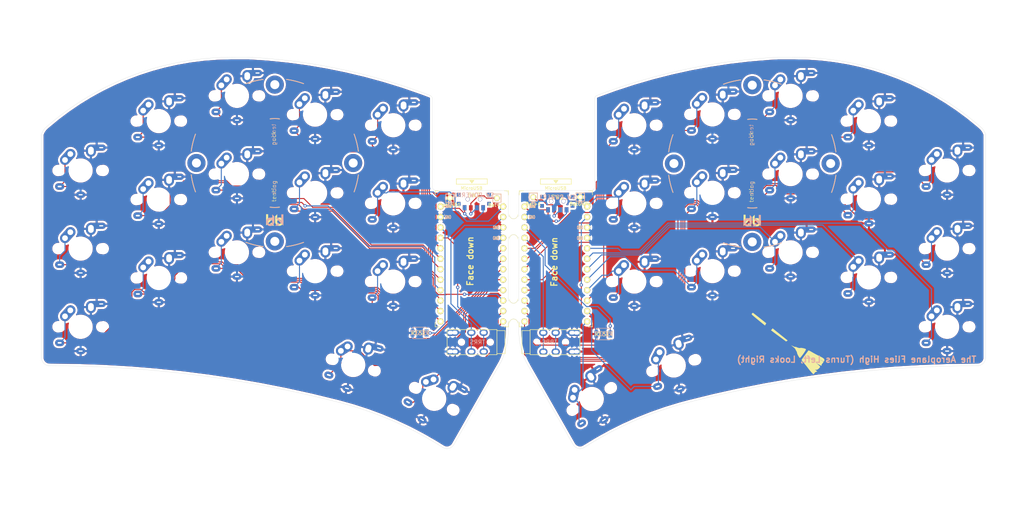
<source format=kicad_pcb>
(kicad_pcb (version 20171130) (host pcbnew "(5.1.4)-1")
  (layers (0 F.Cu signal) (31 B.Cu signal) (34 B.Paste user) (35 F.Paste user) (36 B.SilkS user) (37 F.SilkS user) (38 B.Mask user) (39 F.Mask user) (44 Edge.Cuts user))
  (net 0 "")
  (net 1 BT+)
  (net 2 gnd)
  (net 3 vcc)
  (net 4 Switch18)
  (net 5 reset)
  (net 6 Switch1)
  (net 7 Switch2)
  (net 8 Switch3)
  (net 9 Switch4)
  (net 10 Switch5)
  (net 11 Switch6)
  (net 12 Switch7)
  (net 13 Switch8)
  (net 14 Switch9)
  (net 15 Switch10)
  (net 16 Switch11)
  (net 17 Switch12)
  (net 18 Switch13)
  (net 19 Switch14)
  (net 20 Switch15)
  (net 21 Switch16)
  (net 22 Switch17)
  (net 23 "Net-(SW_POWER1-Pad1)")
  (net 24 raw)
  (net 25 BT+_r)
  (net 26 Switch18_r)
  (net 27 reset_r)
  (net 28 Switch9_r)
  (net 29 Switch10_r)
  (net 30 Switch11_r)
  (net 31 Switch12_r)
  (net 32 Switch13_r)
  (net 33 Switch14_r)
  (net 34 Switch15_r)
  (net 35 Switch16_r)
  (net 36 Switch17_r)
  (net 37 Switch1_r)
  (net 38 Switch2_r)
  (net 39 Switch3_r)
  (net 40 Switch4_r)
  (net 41 Switch5_r)
  (net 42 Switch6_r)
  (net 43 Switch7_r)
  (net 44 Switch8_r)
  (net 45 "Net-(SW_POWERR1-Pad1)")
  (module Duckyb-Parts:mouse-bite-5mm-slot-with-space-for-track (layer F.Cu) (at 150.241 111.1885)
    (fp_text reference mouse-bite-5mm-slot hide)
    (fp_text value VAL** hide)
    (pad "" np_thru_hole circle (at 1.016 0) (size 0.5 0.5) (drill 0.5) (layers *.Cu *.Mask))
    (pad "" np_thru_hole circle (at -1.016 0) (size 0.5 0.5) (drill 0.5) (layers *.Cu *.Mask))
    (pad "" np_thru_hole circle (at 1.016 2.032) (size 0.5 0.5) (drill 0.5) (layers *.Cu *.Mask))
    (pad "" np_thru_hole circle (at -1.016 2.032) (size 0.5 0.5) (drill 0.5) (layers *.Cu *.Mask))
    (pad "" np_thru_hole circle (at 1.016 -2.032) (size 0.5 0.5) (drill 0.5) (layers *.Cu *.Mask))
    (pad "" np_thru_hole circle (at -1.016 -2.032) (size 0.5 0.5) (drill 0.5) (layers *.Cu *.Mask))
    (pad "" np_thru_hole circle (at 1.016 -1.016) (size 0.5 0.5) (drill 0.5) (layers *.Cu *.Mask))
    (pad "" np_thru_hole circle (at 1.016 1.016) (size 0.5 0.5) (drill 0.5) (layers *.Cu *.Mask))
    (pad "" np_thru_hole circle (at -1.016 1.016) (size 0.5 0.5) (drill 0.5) (layers *.Cu *.Mask))
    (pad "" np_thru_hole circle (at -1.016 -1.016) (size 0.5 0.5) (drill 0.5) (layers *.Cu *.Mask))
  )
  (module Duckyb-Parts:mouse-bite-5mm-slot-with-space-for-track (layer F.Cu) (at 150.241 90.678)
    (fp_text reference mouse-bite-5mm-slot hide)
    (fp_text value VAL** hide)
    (pad "" np_thru_hole circle (at 1.016 0) (size 0.5 0.5) (drill 0.5) (layers *.Cu *.Mask))
    (pad "" np_thru_hole circle (at -1.016 0) (size 0.5 0.5) (drill 0.5) (layers *.Cu *.Mask))
    (pad "" np_thru_hole circle (at 1.016 2.032) (size 0.5 0.5) (drill 0.5) (layers *.Cu *.Mask))
    (pad "" np_thru_hole circle (at -1.016 2.032) (size 0.5 0.5) (drill 0.5) (layers *.Cu *.Mask))
    (pad "" np_thru_hole circle (at 1.016 -2.032) (size 0.5 0.5) (drill 0.5) (layers *.Cu *.Mask))
    (pad "" np_thru_hole circle (at -1.016 -2.032) (size 0.5 0.5) (drill 0.5) (layers *.Cu *.Mask))
    (pad "" np_thru_hole circle (at 1.016 -1.016) (size 0.5 0.5) (drill 0.5) (layers *.Cu *.Mask))
    (pad "" np_thru_hole circle (at 1.016 1.016) (size 0.5 0.5) (drill 0.5) (layers *.Cu *.Mask))
    (pad "" np_thru_hole circle (at -1.016 1.016) (size 0.5 0.5) (drill 0.5) (layers *.Cu *.Mask))
    (pad "" np_thru_hole circle (at -1.016 -1.016) (size 0.5 0.5) (drill 0.5) (layers *.Cu *.Mask))
  )
  (module kbd:ProMicro_v3_min (layer F.Cu) (at 160.51784 100.246)
    (fp_text reference U2 hide)
    (fp_text value ProMicro-kbd hide)
    (fp_text user GND (at 5.86 -6.8) (layer F.SilkS) (effects (font (size 0.75 0.5) (thickness 0.125))))
    (fp_text user GND (at 5.86 -6.77) (layer B.SilkS) (effects (font (size 0.75 0.5) (thickness 0.125)) (justify mirror)))
    (fp_text user GND (at 5.88 -9.38) (layer F.SilkS) (effects (font (size 0.75 0.5) (thickness 0.125))))
    (fp_text user GND (at 5.88 -9.35) (layer B.SilkS) (effects (font (size 0.75 0.5) (thickness 0.125)) (justify mirror)))
    (fp_text user GND (at -5.77 -11.88) (layer B.SilkS) (effects (font (size 0.75 0.5) (thickness 0.125)) (justify mirror)))
    (fp_text user GND (at -5.77 -11.91) (layer F.SilkS) (effects (font (size 0.75 0.5) (thickness 0.125))))
    (fp_text user RAW (at -5.67 -14.52) (layer F.SilkS) (effects (font (size 0.75 0.5) (thickness 0.125))))
    (fp_text user MicroUSB (at -0.05 -18.95) (layer F.SilkS) (effects (font (size 0.75 0.75) (thickness 0.12))))
    (fp_text user RAW (at -5.64 -14.52 unlocked) (layer B.SilkS) (effects (font (size 0.75 0.5) (thickness 0.125)) (justify mirror)))
    (fp_text user "" (at -0.5 -17.25) (layer F.SilkS))
    (fp_text user "" (at -1.2065 -16.256) (layer B.SilkS) (effects (justify mirror)))
    (pad 1 thru_hole circle (at 7.6114 -14.478) (size 1.524 1.524) (drill 0.8128) (layers *.Cu F.SilkS B.Mask) (net 29 Switch10_r))
    (pad 2 thru_hole circle (at 7.6114 -11.938) (size 1.524 1.524) (drill 0.8128) (layers *.Cu F.SilkS B.Mask) (net 26 Switch18_r))
    (pad 3 thru_hole circle (at 7.6114 -9.398) (size 1.524 1.524) (drill 0.8128) (layers *.Cu F.SilkS B.Mask) (net 2 gnd))
    (pad 4 thru_hole circle (at 7.6114 -6.858) (size 1.524 1.524) (drill 0.8128) (layers *.Cu F.SilkS B.Mask) (net 2 gnd))
    (pad 5 thru_hole circle (at 7.6114 -4.318) (size 1.524 1.524) (drill 0.8128) (layers *.Cu F.SilkS B.Mask) (net 30 Switch11_r))
    (pad 6 thru_hole circle (at 7.6114 -1.778) (size 1.524 1.524) (drill 0.8128) (layers *.Cu F.SilkS B.Mask) (net 31 Switch12_r))
    (pad 7 thru_hole circle (at 7.6114 0.762) (size 1.524 1.524) (drill 0.8128) (layers *.Cu F.SilkS B.Mask) (net 32 Switch13_r))
    (pad 8 thru_hole circle (at 7.6114 3.302) (size 1.524 1.524) (drill 0.8128) (layers *.Cu F.SilkS B.Mask) (net 33 Switch14_r))
    (pad 9 thru_hole circle (at 7.6114 5.842) (size 1.524 1.524) (drill 0.8128) (layers *.Cu F.SilkS B.Mask) (net 34 Switch15_r))
    (pad 10 thru_hole circle (at 7.6114 8.382) (size 1.524 1.524) (drill 0.8128) (layers *.Cu F.SilkS B.Mask) (net 37 Switch1_r))
    (pad 11 thru_hole circle (at 7.6114 10.922) (size 1.524 1.524) (drill 0.8128) (layers *.Cu F.SilkS B.Mask) (net 35 Switch16_r))
    (pad 12 thru_hole circle (at 7.6114 13.462) (size 1.524 1.524) (drill 0.8128) (layers *.Cu F.SilkS B.Mask) (net 36 Switch17_r))
    (pad 13 thru_hole circle (at -7.6086 13.462) (size 1.524 1.524) (drill 0.8128) (layers *.Cu F.SilkS B.Mask) (net 28 Switch9_r))
    (pad 14 thru_hole circle (at -7.6086 10.922) (size 1.524 1.524) (drill 0.8128) (layers *.Cu F.SilkS B.Mask) (net 44 Switch8_r))
    (pad 15 thru_hole circle (at -7.6086 8.382) (size 1.524 1.524) (drill 0.8128) (layers *.Cu F.SilkS B.Mask) (net 43 Switch7_r))
    (pad 16 thru_hole circle (at -7.6086 5.842) (size 1.524 1.524) (drill 0.8128) (layers *.Cu F.SilkS B.Mask) (net 42 Switch6_r))
    (pad 17 thru_hole circle (at -7.6086 3.302) (size 1.524 1.524) (drill 0.8128) (layers *.Cu F.SilkS B.Mask) (net 38 Switch2_r))
    (pad 18 thru_hole circle (at -7.6086 0.762) (size 1.524 1.524) (drill 0.8128) (layers *.Cu F.SilkS B.Mask) (net 39 Switch3_r))
    (pad 19 thru_hole circle (at -7.6086 -1.778) (size 1.524 1.524) (drill 0.8128) (layers *.Cu F.SilkS B.Mask) (net 40 Switch4_r))
    (pad 20 thru_hole circle (at -7.6086 -4.318) (size 1.524 1.524) (drill 0.8128) (layers *.Cu F.SilkS B.Mask) (net 41 Switch5_r))
    (pad 21 thru_hole circle (at -7.6086 -6.858) (size 1.524 1.524) (drill 0.8128) (layers *.Cu F.SilkS B.Mask) (net 3 vcc))
    (pad 22 thru_hole circle (at -7.6086 -9.398) (size 1.524 1.524) (drill 0.8128) (layers *.Cu F.SilkS B.Mask) (net 27 reset_r))
    (pad 23 thru_hole circle (at -7.6086 -11.938) (size 1.524 1.524) (drill 0.8128) (layers *.Cu F.SilkS B.Mask) (net 2 gnd))
    (pad 24 thru_hole circle (at -7.6086 -14.478) (size 1.524 1.524) (drill 0.8128) (layers *.Cu F.SilkS B.Mask) (net 24 raw))
  )
  (module kbd:ProMicro_v3_min (layer F.Cu) (at 140.094 100.246)
    (fp_text reference U1 hide)
    (fp_text value ProMicro-kbd hide)
    (fp_text user GND (at 5.86 -6.8) (layer F.SilkS) (effects (font (size 0.75 0.5) (thickness 0.125))))
    (fp_text user GND (at 5.86 -6.77) (layer B.SilkS) (effects (font (size 0.75 0.5) (thickness 0.125)) (justify mirror)))
    (fp_text user GND (at 5.88 -9.38) (layer F.SilkS) (effects (font (size 0.75 0.5) (thickness 0.125))))
    (fp_text user GND (at 5.88 -9.35) (layer B.SilkS) (effects (font (size 0.75 0.5) (thickness 0.125)) (justify mirror)))
    (fp_text user GND (at -5.77 -11.88) (layer B.SilkS) (effects (font (size 0.75 0.5) (thickness 0.125)) (justify mirror)))
    (fp_text user GND (at -5.77 -11.91) (layer F.SilkS) (effects (font (size 0.75 0.5) (thickness 0.125))))
    (fp_text user RAW (at -5.67 -14.52) (layer F.SilkS) (effects (font (size 0.75 0.5) (thickness 0.125))))
    (fp_text user MicroUSB (at -0.05 -18.95) (layer F.SilkS) (effects (font (size 0.75 0.75) (thickness 0.12))))
    (fp_text user RAW (at -5.64 -14.52 unlocked) (layer B.SilkS) (effects (font (size 0.75 0.5) (thickness 0.125)) (justify mirror)))
    (fp_text user "" (at -0.5 -17.25) (layer F.SilkS))
    (fp_text user "" (at -1.2065 -16.256) (layer B.SilkS) (effects (justify mirror)))
    (pad 1 thru_hole circle (at 7.6114 -14.478) (size 1.524 1.524) (drill 0.8128) (layers *.Cu F.SilkS B.Mask) (net 15 Switch10))
    (pad 2 thru_hole circle (at 7.6114 -11.938) (size 1.524 1.524) (drill 0.8128) (layers *.Cu F.SilkS B.Mask) (net 4 Switch18))
    (pad 3 thru_hole circle (at 7.6114 -9.398) (size 1.524 1.524) (drill 0.8128) (layers *.Cu F.SilkS B.Mask) (net 2 gnd))
    (pad 4 thru_hole circle (at 7.6114 -6.858) (size 1.524 1.524) (drill 0.8128) (layers *.Cu F.SilkS B.Mask) (net 2 gnd))
    (pad 5 thru_hole circle (at 7.6114 -4.318) (size 1.524 1.524) (drill 0.8128) (layers *.Cu F.SilkS B.Mask) (net 16 Switch11))
    (pad 6 thru_hole circle (at 7.6114 -1.778) (size 1.524 1.524) (drill 0.8128) (layers *.Cu F.SilkS B.Mask) (net 17 Switch12))
    (pad 7 thru_hole circle (at 7.6114 0.762) (size 1.524 1.524) (drill 0.8128) (layers *.Cu F.SilkS B.Mask) (net 18 Switch13))
    (pad 8 thru_hole circle (at 7.6114 3.302) (size 1.524 1.524) (drill 0.8128) (layers *.Cu F.SilkS B.Mask) (net 19 Switch14))
    (pad 9 thru_hole circle (at 7.6114 5.842) (size 1.524 1.524) (drill 0.8128) (layers *.Cu F.SilkS B.Mask) (net 20 Switch15))
    (pad 10 thru_hole circle (at 7.6114 8.382) (size 1.524 1.524) (drill 0.8128) (layers *.Cu F.SilkS B.Mask) (net 6 Switch1))
    (pad 11 thru_hole circle (at 7.6114 10.922) (size 1.524 1.524) (drill 0.8128) (layers *.Cu F.SilkS B.Mask) (net 21 Switch16))
    (pad 12 thru_hole circle (at 7.6114 13.462) (size 1.524 1.524) (drill 0.8128) (layers *.Cu F.SilkS B.Mask) (net 22 Switch17))
    (pad 13 thru_hole circle (at -7.6086 13.462) (size 1.524 1.524) (drill 0.8128) (layers *.Cu F.SilkS B.Mask) (net 14 Switch9))
    (pad 14 thru_hole circle (at -7.6086 10.922) (size 1.524 1.524) (drill 0.8128) (layers *.Cu F.SilkS B.Mask) (net 13 Switch8))
    (pad 15 thru_hole circle (at -7.6086 8.382) (size 1.524 1.524) (drill 0.8128) (layers *.Cu F.SilkS B.Mask) (net 12 Switch7))
    (pad 16 thru_hole circle (at -7.6086 5.842) (size 1.524 1.524) (drill 0.8128) (layers *.Cu F.SilkS B.Mask) (net 11 Switch6))
    (pad 17 thru_hole circle (at -7.6086 3.302) (size 1.524 1.524) (drill 0.8128) (layers *.Cu F.SilkS B.Mask) (net 7 Switch2))
    (pad 18 thru_hole circle (at -7.6086 0.762) (size 1.524 1.524) (drill 0.8128) (layers *.Cu F.SilkS B.Mask) (net 8 Switch3))
    (pad 19 thru_hole circle (at -7.6086 -1.778) (size 1.524 1.524) (drill 0.8128) (layers *.Cu F.SilkS B.Mask) (net 9 Switch4))
    (pad 20 thru_hole circle (at -7.6086 -4.318) (size 1.524 1.524) (drill 0.8128) (layers *.Cu F.SilkS B.Mask) (net 10 Switch5))
    (pad 21 thru_hole circle (at -7.6086 -6.858) (size 1.524 1.524) (drill 0.8128) (layers *.Cu F.SilkS B.Mask) (net 3 vcc))
    (pad 22 thru_hole circle (at -7.6086 -9.398) (size 1.524 1.524) (drill 0.8128) (layers *.Cu F.SilkS B.Mask) (net 5 reset))
    (pad 23 thru_hole circle (at -7.6086 -11.938) (size 1.524 1.524) (drill 0.8128) (layers *.Cu F.SilkS B.Mask) (net 2 gnd))
    (pad 24 thru_hole circle (at -7.6086 -14.478) (size 1.524 1.524) (drill 0.8128) (layers *.Cu F.SilkS B.Mask) (net 24 raw))
  )
  (module kbd:SW_SPST_B3U-1000P (layer B.Cu) (at 127.394 116.502)
    (fp_text reference RSW1 hide)
    (fp_text value SW_Push)
    (fp_text user RESET (at 0.127 0) (layer F.SilkS))
    (pad 2 smd rect (at 1.7 0) (size 0.9 1.7) (layers B.Cu B.Paste B.Mask) (net 5 reset))
    (pad 1 smd rect (at -1.7 0) (size 0.9 1.7) (layers B.Cu B.Paste B.Mask) (net 2 gnd))
  )
  (module kbd:SW_SPST_B3U-1000P (layer F.Cu) (at 127.394 116.502)
    (fp_text reference RSW1 hide)
    (fp_text value SW_Push)
    (fp_text user RESET (at 0.127 0) (layer B.SilkS) (effects (justify mirror)))
    (pad 1 smd rect (at -1.7 0) (size 0.9 1.7) (layers F.Cu F.Paste F.Mask) (net 2 gnd))
    (pad 2 smd rect (at 1.7 0) (size 0.9 1.7) (layers F.Cu F.Paste F.Mask) (net 5 reset))
  )
  (module Kailh:keyswitch_cherrymx_alps_choc12_1u (layer F.Cu) (at 120.98 104.008)
    (fp_text reference SW18 hide)
    (fp_text value SW_Push hide)
    (pad "" np_thru_hole circle (at -5.08 0) (size 1.7 1.7) (drill 1.7) (layers *.Cu))
    (pad "" np_thru_hole circle (at 5.08 0) (size 1.7 1.7) (drill 1.7) (layers *.Cu))
    (pad 2 thru_hole oval (at 0 5.9) (size 2.2 1.5) (drill oval 1 0.3) (layers *.Cu B.Mask) (net 2 gnd))
    (pad "" np_thru_hole circle (at 5.5 0 90) (size 1.8 1.8) (drill 1.8) (layers *.Cu))
    (pad "" np_thru_hole circle (at -5.5 0 90) (size 1.8 1.8) (drill 1.8) (layers *.Cu))
    (pad "" np_thru_hole circle (at 0 0 90) (size 4.9 4.9) (drill 4.9) (layers *.Cu))
    (pad 1 thru_hole oval (at -5.1 3.9) (size 2.2 1.6) (drill oval 1 0.4) (layers *.Cu B.Mask) (net 20 Switch15))
    (pad 2 thru_hole oval (at 5 -5.55 0.5) (size 4.4 1.5) (drill oval 1 0.3 (offset -1.1 0)) (layers *.Cu B.Mask) (net 2 gnd))
    (pad 1 thru_hole circle (at -2.5 -4) (size 2.4 2.4) (drill 1.4) (layers *.Cu B.Mask) (net 20 Switch15))
    (pad 2 thru_hole oval (at 2.5 -4.8) (size 2.4 2.95) (drill oval 1.4 1.95) (layers *.Cu B.Mask) (net 2 gnd))
    (pad 1 thru_hole oval (at -3.8 -2.55 318) (size 2.4 4.4) (drill 1.4 (offset 0 -1)) (layers *.Cu B.Mask) (net 20 Switch15))
  )
  (module Kailh:keyswitch_cherrymx_alps_choc12_1u (layer F.Cu) (at 111.272 124.288 345)
    (fp_text reference SW21 hide)
    (fp_text value SW_Push hide)
    (pad "" np_thru_hole circle (at -5.08 0 345) (size 1.7 1.7) (drill 1.7) (layers *.Cu))
    (pad "" np_thru_hole circle (at 5.08 0 345) (size 1.7 1.7) (drill 1.7) (layers *.Cu))
    (pad 2 thru_hole oval (at 0 5.9 345) (size 2.2 1.5) (drill oval 1 0.3) (layers *.Cu B.Mask) (net 2 gnd))
    (pad "" np_thru_hole circle (at 5.5 0 75) (size 1.8 1.8) (drill 1.8) (layers *.Cu))
    (pad "" np_thru_hole circle (at -5.5 0 75) (size 1.8 1.8) (drill 1.8) (layers *.Cu))
    (pad "" np_thru_hole circle (at 0 0 75) (size 4.9 4.9) (drill 4.9) (layers *.Cu))
    (pad 1 thru_hole oval (at -5.1 3.9 345) (size 2.2 1.6) (drill oval 1 0.4) (layers *.Cu B.Mask) (net 21 Switch16))
    (pad 2 thru_hole oval (at 5 -5.55 345.5) (size 4.4 1.5) (drill oval 1 0.3 (offset -1.1 0)) (layers *.Cu B.Mask) (net 2 gnd))
    (pad 1 thru_hole circle (at -2.5 -4 345) (size 2.4 2.4) (drill 1.4) (layers *.Cu B.Mask) (net 21 Switch16))
    (pad 2 thru_hole oval (at 2.5 -4.8 345) (size 2.4 2.95) (drill oval 1.4 1.95) (layers *.Cu B.Mask) (net 2 gnd))
    (pad 1 thru_hole oval (at -3.8 -2.55 303) (size 2.4 4.4) (drill 1.4 (offset 0 -1)) (layers *.Cu B.Mask) (net 21 Switch16))
  )
  (module Kailh:keyswitch_cherrymx_alps_choc12_1u (layer F.Cu) (at 189.17984 124.41 15)
    (fp_text reference SW21_r1 hide)
    (fp_text value SW_Push hide)
    (pad "" np_thru_hole circle (at -5.08 0 15) (size 1.7 1.7) (drill 1.7) (layers *.Cu))
    (pad "" np_thru_hole circle (at 5.08 0 15) (size 1.7 1.7) (drill 1.7) (layers *.Cu))
    (pad 2 thru_hole oval (at 0 5.9 15) (size 2.2 1.5) (drill oval 1 0.3) (layers *.Cu B.Mask) (net 2 gnd))
    (pad "" np_thru_hole circle (at 5.5 0 105) (size 1.8 1.8) (drill 1.8) (layers *.Cu))
    (pad "" np_thru_hole circle (at -5.5 0 105) (size 1.8 1.8) (drill 1.8) (layers *.Cu))
    (pad "" np_thru_hole circle (at 0 0 105) (size 4.9 4.9) (drill 4.9) (layers *.Cu))
    (pad 1 thru_hole oval (at -5.1 3.9 15) (size 2.2 1.6) (drill oval 1 0.4) (layers *.Cu B.Mask) (net 35 Switch16_r))
    (pad 2 thru_hole oval (at 5 -5.55 15.5) (size 4.4 1.5) (drill oval 1 0.3 (offset -1.1 0)) (layers *.Cu B.Mask) (net 2 gnd))
    (pad 1 thru_hole circle (at -2.5 -4 15) (size 2.4 2.4) (drill 1.4) (layers *.Cu B.Mask) (net 35 Switch16_r))
    (pad 2 thru_hole oval (at 2.5 -4.8 15) (size 2.4 2.95) (drill oval 1.4 1.95) (layers *.Cu B.Mask) (net 2 gnd))
    (pad 1 thru_hole oval (at -3.8 -2.55 333) (size 2.4 4.4) (drill 1.4 (offset 0 -1)) (layers *.Cu B.Mask) (net 35 Switch16_r))
  )
  (module Kailh:keyswitch_cherrymx_alps_choc12_1u (layer F.Cu) (at 169.251 132.542 30)
    (fp_text reference SW20_r1 hide)
    (fp_text value SW_Push hide)
    (pad "" np_thru_hole circle (at -5.08 0 30) (size 1.7 1.7) (drill 1.7) (layers *.Cu))
    (pad "" np_thru_hole circle (at 5.08 0 30) (size 1.7 1.7) (drill 1.7) (layers *.Cu))
    (pad 2 thru_hole oval (at 0 5.9 30) (size 2.2 1.5) (drill oval 1 0.3) (layers *.Cu B.Mask) (net 2 gnd))
    (pad "" np_thru_hole circle (at 5.5 0 120) (size 1.8 1.8) (drill 1.8) (layers *.Cu))
    (pad "" np_thru_hole circle (at -5.5 0 120) (size 1.8 1.8) (drill 1.8) (layers *.Cu))
    (pad "" np_thru_hole circle (at 0 0 120) (size 4.9 4.9) (drill 4.9) (layers *.Cu))
    (pad 1 thru_hole oval (at -5.1 3.9 30) (size 2.2 1.6) (drill oval 1 0.4) (layers *.Cu B.Mask) (net 36 Switch17_r))
    (pad 2 thru_hole oval (at 5 -5.55 30.5) (size 4.4 1.5) (drill oval 1 0.3 (offset -1.1 0)) (layers *.Cu B.Mask) (net 2 gnd))
    (pad 1 thru_hole circle (at -2.5 -4 30) (size 2.4 2.4) (drill 1.4) (layers *.Cu B.Mask) (net 36 Switch17_r))
    (pad 2 thru_hole oval (at 2.5 -4.8 30) (size 2.4 2.95) (drill oval 1.4 1.95) (layers *.Cu B.Mask) (net 2 gnd))
    (pad 1 thru_hole oval (at -3.8 -2.55 348) (size 2.4 4.4) (drill 1.4 (offset 0 -1)) (layers *.Cu B.Mask) (net 36 Switch17_r))
  )
  (module Kailh:keyswitch_cherrymx_alps_choc12_1u (layer F.Cu) (at 217.58784 77.878)
    (fp_text reference SW9_r1 hide)
    (fp_text value SW_Push hide)
    (pad "" np_thru_hole circle (at -5.08 0) (size 1.7 1.7) (drill 1.7) (layers *.Cu))
    (pad "" np_thru_hole circle (at 5.08 0) (size 1.7 1.7) (drill 1.7) (layers *.Cu))
    (pad 2 thru_hole oval (at 0 5.9) (size 2.2 1.5) (drill oval 1 0.3) (layers *.Cu B.Mask) (net 2 gnd))
    (pad "" np_thru_hole circle (at 5.5 0 90) (size 1.8 1.8) (drill 1.8) (layers *.Cu))
    (pad "" np_thru_hole circle (at -5.5 0 90) (size 1.8 1.8) (drill 1.8) (layers *.Cu))
    (pad "" np_thru_hole circle (at 0 0 90) (size 4.9 4.9) (drill 4.9) (layers *.Cu))
    (pad 1 thru_hole oval (at -5.1 3.9) (size 2.2 1.6) (drill oval 1 0.4) (layers *.Cu B.Mask) (net 44 Switch8_r))
    (pad 2 thru_hole oval (at 5 -5.55 0.5) (size 4.4 1.5) (drill oval 1 0.3 (offset -1.1 0)) (layers *.Cu B.Mask) (net 2 gnd))
    (pad 1 thru_hole circle (at -2.5 -4) (size 2.4 2.4) (drill 1.4) (layers *.Cu B.Mask) (net 44 Switch8_r))
    (pad 2 thru_hole oval (at 2.5 -4.8) (size 2.4 2.95) (drill oval 1.4 1.95) (layers *.Cu B.Mask) (net 2 gnd))
    (pad 1 thru_hole oval (at -3.8 -2.55 318) (size 2.4 4.4) (drill 1.4 (offset 0 -1)) (layers *.Cu B.Mask) (net 44 Switch8_r))
  )
  (module Kailh:keyswitch_cherrymx_alps_choc12_1u (layer F.Cu) (at 236.61384 83.974)
    (fp_text reference SW8_r1 hide)
    (fp_text value SW_Push hide)
    (pad "" np_thru_hole circle (at -5.08 0) (size 1.7 1.7) (drill 1.7) (layers *.Cu))
    (pad "" np_thru_hole circle (at 5.08 0) (size 1.7 1.7) (drill 1.7) (layers *.Cu))
    (pad 2 thru_hole oval (at 0 5.9) (size 2.2 1.5) (drill oval 1 0.3) (layers *.Cu B.Mask) (net 2 gnd))
    (pad "" np_thru_hole circle (at 5.5 0 90) (size 1.8 1.8) (drill 1.8) (layers *.Cu))
    (pad "" np_thru_hole circle (at -5.5 0 90) (size 1.8 1.8) (drill 1.8) (layers *.Cu))
    (pad "" np_thru_hole circle (at 0 0 90) (size 4.9 4.9) (drill 4.9) (layers *.Cu))
    (pad 1 thru_hole oval (at -5.1 3.9) (size 2.2 1.6) (drill oval 1 0.4) (layers *.Cu B.Mask) (net 43 Switch7_r))
    (pad 2 thru_hole oval (at 5 -5.55 0.5) (size 4.4 1.5) (drill oval 1 0.3 (offset -1.1 0)) (layers *.Cu B.Mask) (net 2 gnd))
    (pad 1 thru_hole circle (at -2.5 -4) (size 2.4 2.4) (drill 1.4) (layers *.Cu B.Mask) (net 43 Switch7_r))
    (pad 2 thru_hole oval (at 2.5 -4.8) (size 2.4 2.95) (drill oval 1.4 1.95) (layers *.Cu B.Mask) (net 2 gnd))
    (pad 1 thru_hole oval (at -3.8 -2.55 318) (size 2.4 4.4) (drill 1.4 (offset 0 -1)) (layers *.Cu B.Mask) (net 43 Switch7_r))
  )
  (module Kailh:keyswitch_cherrymx_alps_choc12_1u (layer F.Cu) (at 255.63184 96)
    (fp_text reference SW7_r1 hide)
    (fp_text value SW_Push hide)
    (pad "" np_thru_hole circle (at -5.08 0) (size 1.7 1.7) (drill 1.7) (layers *.Cu))
    (pad "" np_thru_hole circle (at 5.08 0) (size 1.7 1.7) (drill 1.7) (layers *.Cu))
    (pad 2 thru_hole oval (at 0 5.9) (size 2.2 1.5) (drill oval 1 0.3) (layers *.Cu B.Mask) (net 2 gnd))
    (pad "" np_thru_hole circle (at 5.5 0 90) (size 1.8 1.8) (drill 1.8) (layers *.Cu))
    (pad "" np_thru_hole circle (at -5.5 0 90) (size 1.8 1.8) (drill 1.8) (layers *.Cu))
    (pad "" np_thru_hole circle (at 0 0 90) (size 4.9 4.9) (drill 4.9) (layers *.Cu))
    (pad 1 thru_hole oval (at -5.1 3.9) (size 2.2 1.6) (drill oval 1 0.4) (layers *.Cu B.Mask) (net 42 Switch6_r))
    (pad 2 thru_hole oval (at 5 -5.55 0.5) (size 4.4 1.5) (drill oval 1 0.3 (offset -1.1 0)) (layers *.Cu B.Mask) (net 2 gnd))
    (pad 1 thru_hole circle (at -2.5 -4) (size 2.4 2.4) (drill 1.4) (layers *.Cu B.Mask) (net 42 Switch6_r))
    (pad 2 thru_hole oval (at 2.5 -4.8) (size 2.4 2.95) (drill oval 1.4 1.95) (layers *.Cu B.Mask) (net 2 gnd))
    (pad 1 thru_hole oval (at -3.8 -2.55 318) (size 2.4 4.4) (drill 1.4 (offset 0 -1)) (layers *.Cu B.Mask) (net 42 Switch6_r))
  )
  (module Kailh:keyswitch_cherrymx_alps_choc12_1u (layer F.Cu) (at 179.58584 66)
    (fp_text reference SW6_r1 hide)
    (fp_text value SW_Push hide)
    (pad "" np_thru_hole circle (at -5.08 0) (size 1.7 1.7) (drill 1.7) (layers *.Cu))
    (pad "" np_thru_hole circle (at 5.08 0) (size 1.7 1.7) (drill 1.7) (layers *.Cu))
    (pad 2 thru_hole oval (at 0 5.9) (size 2.2 1.5) (drill oval 1 0.3) (layers *.Cu B.Mask) (net 2 gnd))
    (pad "" np_thru_hole circle (at 5.5 0 90) (size 1.8 1.8) (drill 1.8) (layers *.Cu))
    (pad "" np_thru_hole circle (at -5.5 0 90) (size 1.8 1.8) (drill 1.8) (layers *.Cu))
    (pad "" np_thru_hole circle (at 0 0 90) (size 4.9 4.9) (drill 4.9) (layers *.Cu))
    (pad 1 thru_hole oval (at -5.1 3.9) (size 2.2 1.6) (drill oval 1 0.4) (layers *.Cu B.Mask) (net 41 Switch5_r))
    (pad 2 thru_hole oval (at 5 -5.55 0.5) (size 4.4 1.5) (drill oval 1 0.3 (offset -1.1 0)) (layers *.Cu B.Mask) (net 2 gnd))
    (pad 1 thru_hole circle (at -2.5 -4) (size 2.4 2.4) (drill 1.4) (layers *.Cu B.Mask) (net 41 Switch5_r))
    (pad 2 thru_hole oval (at 2.5 -4.8) (size 2.4 2.95) (drill oval 1.4 1.95) (layers *.Cu B.Mask) (net 2 gnd))
    (pad 1 thru_hole oval (at -3.8 -2.55 318) (size 2.4 4.4) (drill 1.4 (offset 0 -1)) (layers *.Cu B.Mask) (net 41 Switch5_r))
  )
  (module Kailh:keyswitch_cherrymx_alps_choc12_1u (layer F.Cu) (at 198.58584 63.368)
    (fp_text reference SW5_r1 hide)
    (fp_text value SW_Push hide)
    (pad "" np_thru_hole circle (at -5.08 0) (size 1.7 1.7) (drill 1.7) (layers *.Cu))
    (pad "" np_thru_hole circle (at 5.08 0) (size 1.7 1.7) (drill 1.7) (layers *.Cu))
    (pad 2 thru_hole oval (at 0 5.9) (size 2.2 1.5) (drill oval 1 0.3) (layers *.Cu B.Mask) (net 2 gnd))
    (pad "" np_thru_hole circle (at 5.5 0 90) (size 1.8 1.8) (drill 1.8) (layers *.Cu))
    (pad "" np_thru_hole circle (at -5.5 0 90) (size 1.8 1.8) (drill 1.8) (layers *.Cu))
    (pad "" np_thru_hole circle (at 0 0 90) (size 4.9 4.9) (drill 4.9) (layers *.Cu))
    (pad 1 thru_hole oval (at -5.1 3.9) (size 2.2 1.6) (drill oval 1 0.4) (layers *.Cu B.Mask) (net 40 Switch4_r))
    (pad 2 thru_hole oval (at 5 -5.55 0.5) (size 4.4 1.5) (drill oval 1 0.3 (offset -1.1 0)) (layers *.Cu B.Mask) (net 2 gnd))
    (pad 1 thru_hole circle (at -2.5 -4) (size 2.4 2.4) (drill 1.4) (layers *.Cu B.Mask) (net 40 Switch4_r))
    (pad 2 thru_hole oval (at 2.5 -4.8) (size 2.4 2.95) (drill oval 1.4 1.95) (layers *.Cu B.Mask) (net 2 gnd))
    (pad 1 thru_hole oval (at -3.8 -2.55 318) (size 2.4 4.4) (drill 1.4 (offset 0 -1)) (layers *.Cu B.Mask) (net 40 Switch4_r))
  )
  (module Kailh:keyswitch_cherrymx_alps_choc12_1u (layer F.Cu) (at 217.58784 58.86)
    (fp_text reference SW4_r1 hide)
    (fp_text value SW_Push hide)
    (pad "" np_thru_hole circle (at -5.08 0) (size 1.7 1.7) (drill 1.7) (layers *.Cu))
    (pad "" np_thru_hole circle (at 5.08 0) (size 1.7 1.7) (drill 1.7) (layers *.Cu))
    (pad 2 thru_hole oval (at 0 5.9) (size 2.2 1.5) (drill oval 1 0.3) (layers *.Cu B.Mask) (net 2 gnd))
    (pad "" np_thru_hole circle (at 5.5 0 90) (size 1.8 1.8) (drill 1.8) (layers *.Cu))
    (pad "" np_thru_hole circle (at -5.5 0 90) (size 1.8 1.8) (drill 1.8) (layers *.Cu))
    (pad "" np_thru_hole circle (at 0 0 90) (size 4.9 4.9) (drill 4.9) (layers *.Cu))
    (pad 1 thru_hole oval (at -5.1 3.9) (size 2.2 1.6) (drill oval 1 0.4) (layers *.Cu B.Mask) (net 39 Switch3_r))
    (pad 2 thru_hole oval (at 5 -5.55 0.5) (size 4.4 1.5) (drill oval 1 0.3 (offset -1.1 0)) (layers *.Cu B.Mask) (net 2 gnd))
    (pad 1 thru_hole circle (at -2.5 -4) (size 2.4 2.4) (drill 1.4) (layers *.Cu B.Mask) (net 39 Switch3_r))
    (pad 2 thru_hole oval (at 2.5 -4.8) (size 2.4 2.95) (drill oval 1.4 1.95) (layers *.Cu B.Mask) (net 2 gnd))
    (pad 1 thru_hole oval (at -3.8 -2.55 318) (size 2.4 4.4) (drill 1.4 (offset 0 -1)) (layers *.Cu B.Mask) (net 39 Switch3_r))
  )
  (module Kailh:keyswitch_cherrymx_alps_choc12_1u (layer F.Cu) (at 236.61384 65)
    (fp_text reference SW3_r1 hide)
    (fp_text value SW_Push hide)
    (pad "" np_thru_hole circle (at -5.08 0) (size 1.7 1.7) (drill 1.7) (layers *.Cu))
    (pad "" np_thru_hole circle (at 5.08 0) (size 1.7 1.7) (drill 1.7) (layers *.Cu))
    (pad 2 thru_hole oval (at 0 5.9) (size 2.2 1.5) (drill oval 1 0.3) (layers *.Cu B.Mask) (net 2 gnd))
    (pad "" np_thru_hole circle (at 5.5 0 90) (size 1.8 1.8) (drill 1.8) (layers *.Cu))
    (pad "" np_thru_hole circle (at -5.5 0 90) (size 1.8 1.8) (drill 1.8) (layers *.Cu))
    (pad "" np_thru_hole circle (at 0 0 90) (size 4.9 4.9) (drill 4.9) (layers *.Cu))
    (pad 1 thru_hole oval (at -5.1 3.9) (size 2.2 1.6) (drill oval 1 0.4) (layers *.Cu B.Mask) (net 38 Switch2_r))
    (pad 2 thru_hole oval (at 5 -5.55 0.5) (size 4.4 1.5) (drill oval 1 0.3 (offset -1.1 0)) (layers *.Cu B.Mask) (net 2 gnd))
    (pad 1 thru_hole circle (at -2.5 -4) (size 2.4 2.4) (drill 1.4) (layers *.Cu B.Mask) (net 38 Switch2_r))
    (pad 2 thru_hole oval (at 2.5 -4.8) (size 2.4 2.95) (drill oval 1.4 1.95) (layers *.Cu B.Mask) (net 2 gnd))
    (pad 1 thru_hole oval (at -3.8 -2.55 318) (size 2.4 4.4) (drill 1.4 (offset 0 -1)) (layers *.Cu B.Mask) (net 38 Switch2_r))
  )
  (module Kailh:keyswitch_cherrymx_alps_choc12_1u (layer F.Cu) (at 255.63184 77)
    (fp_text reference SW2_r1 hide)
    (fp_text value SW_Push hide)
    (pad "" np_thru_hole circle (at -5.08 0) (size 1.7 1.7) (drill 1.7) (layers *.Cu))
    (pad "" np_thru_hole circle (at 5.08 0) (size 1.7 1.7) (drill 1.7) (layers *.Cu))
    (pad 2 thru_hole oval (at 0 5.9) (size 2.2 1.5) (drill oval 1 0.3) (layers *.Cu B.Mask) (net 2 gnd))
    (pad "" np_thru_hole circle (at 5.5 0 90) (size 1.8 1.8) (drill 1.8) (layers *.Cu))
    (pad "" np_thru_hole circle (at -5.5 0 90) (size 1.8 1.8) (drill 1.8) (layers *.Cu))
    (pad "" np_thru_hole circle (at 0 0 90) (size 4.9 4.9) (drill 4.9) (layers *.Cu))
    (pad 1 thru_hole oval (at -5.1 3.9) (size 2.2 1.6) (drill oval 1 0.4) (layers *.Cu B.Mask) (net 37 Switch1_r))
    (pad 2 thru_hole oval (at 5 -5.55 0.5) (size 4.4 1.5) (drill oval 1 0.3 (offset -1.1 0)) (layers *.Cu B.Mask) (net 2 gnd))
    (pad 1 thru_hole circle (at -2.5 -4) (size 2.4 2.4) (drill 1.4) (layers *.Cu B.Mask) (net 37 Switch1_r))
    (pad 2 thru_hole oval (at 2.5 -4.8) (size 2.4 2.95) (drill oval 1.4 1.95) (layers *.Cu B.Mask) (net 2 gnd))
    (pad 1 thru_hole oval (at -3.8 -2.55 318) (size 2.4 4.4) (drill 1.4 (offset 0 -1)) (layers *.Cu B.Mask) (net 37 Switch1_r))
  )
  (module Kailh:keyswitch_cherrymx_alps_choc12_1u (layer F.Cu) (at 236.61384 102.992)
    (fp_text reference SW18_r1 hide)
    (fp_text value SW_Push hide)
    (pad "" np_thru_hole circle (at -5.08 0) (size 1.7 1.7) (drill 1.7) (layers *.Cu))
    (pad "" np_thru_hole circle (at 5.08 0) (size 1.7 1.7) (drill 1.7) (layers *.Cu))
    (pad 2 thru_hole oval (at 0 5.9) (size 2.2 1.5) (drill oval 1 0.3) (layers *.Cu B.Mask) (net 2 gnd))
    (pad "" np_thru_hole circle (at 5.5 0 90) (size 1.8 1.8) (drill 1.8) (layers *.Cu))
    (pad "" np_thru_hole circle (at -5.5 0 90) (size 1.8 1.8) (drill 1.8) (layers *.Cu))
    (pad "" np_thru_hole circle (at 0 0 90) (size 4.9 4.9) (drill 4.9) (layers *.Cu))
    (pad 1 thru_hole oval (at -5.1 3.9) (size 2.2 1.6) (drill oval 1 0.4) (layers *.Cu B.Mask) (net 31 Switch12_r))
    (pad 2 thru_hole oval (at 5 -5.55 0.5) (size 4.4 1.5) (drill oval 1 0.3 (offset -1.1 0)) (layers *.Cu B.Mask) (net 2 gnd))
    (pad 1 thru_hole circle (at -2.5 -4) (size 2.4 2.4) (drill 1.4) (layers *.Cu B.Mask) (net 31 Switch12_r))
    (pad 2 thru_hole oval (at 2.5 -4.8) (size 2.4 2.95) (drill oval 1.4 1.95) (layers *.Cu B.Mask) (net 2 gnd))
    (pad 1 thru_hole oval (at -3.8 -2.55 318) (size 2.4 4.4) (drill 1.4 (offset 0 -1)) (layers *.Cu B.Mask) (net 31 Switch12_r))
  )
  (module Kailh:keyswitch_cherrymx_alps_choc12_1u (layer F.Cu) (at 179.58584 104.008)
    (fp_text reference SW17_r1 hide)
    (fp_text value SW_Push hide)
    (pad "" np_thru_hole circle (at -5.08 0) (size 1.7 1.7) (drill 1.7) (layers *.Cu))
    (pad "" np_thru_hole circle (at 5.08 0) (size 1.7 1.7) (drill 1.7) (layers *.Cu))
    (pad 2 thru_hole oval (at 0 5.9) (size 2.2 1.5) (drill oval 1 0.3) (layers *.Cu B.Mask) (net 2 gnd))
    (pad "" np_thru_hole circle (at 5.5 0 90) (size 1.8 1.8) (drill 1.8) (layers *.Cu))
    (pad "" np_thru_hole circle (at -5.5 0 90) (size 1.8 1.8) (drill 1.8) (layers *.Cu))
    (pad "" np_thru_hole circle (at 0 0 90) (size 4.9 4.9) (drill 4.9) (layers *.Cu))
    (pad 1 thru_hole oval (at -5.1 3.9) (size 2.2 1.6) (drill oval 1 0.4) (layers *.Cu B.Mask) (net 34 Switch15_r))
    (pad 2 thru_hole oval (at 5 -5.55 0.5) (size 4.4 1.5) (drill oval 1 0.3 (offset -1.1 0)) (layers *.Cu B.Mask) (net 2 gnd))
    (pad 1 thru_hole circle (at -2.5 -4) (size 2.4 2.4) (drill 1.4) (layers *.Cu B.Mask) (net 34 Switch15_r))
    (pad 2 thru_hole oval (at 2.5 -4.8) (size 2.4 2.95) (drill oval 1.4 1.95) (layers *.Cu B.Mask) (net 2 gnd))
    (pad 1 thru_hole oval (at -3.8 -2.55 318) (size 2.4 4.4) (drill 1.4 (offset 0 -1)) (layers *.Cu B.Mask) (net 34 Switch15_r))
  )
  (module Kailh:keyswitch_cherrymx_alps_choc12_1u (layer F.Cu) (at 198.58584 101.468)
    (fp_text reference SW16_r1 hide)
    (fp_text value SW_Push hide)
    (pad "" np_thru_hole circle (at -5.08 0) (size 1.7 1.7) (drill 1.7) (layers *.Cu))
    (pad "" np_thru_hole circle (at 5.08 0) (size 1.7 1.7) (drill 1.7) (layers *.Cu))
    (pad 2 thru_hole oval (at 0 5.9) (size 2.2 1.5) (drill oval 1 0.3) (layers *.Cu B.Mask) (net 2 gnd))
    (pad "" np_thru_hole circle (at 5.5 0 90) (size 1.8 1.8) (drill 1.8) (layers *.Cu))
    (pad "" np_thru_hole circle (at -5.5 0 90) (size 1.8 1.8) (drill 1.8) (layers *.Cu))
    (pad "" np_thru_hole circle (at 0 0 90) (size 4.9 4.9) (drill 4.9) (layers *.Cu))
    (pad 1 thru_hole oval (at -5.1 3.9) (size 2.2 1.6) (drill oval 1 0.4) (layers *.Cu B.Mask) (net 33 Switch14_r))
    (pad 2 thru_hole oval (at 5 -5.55 0.5) (size 4.4 1.5) (drill oval 1 0.3 (offset -1.1 0)) (layers *.Cu B.Mask) (net 2 gnd))
    (pad 1 thru_hole circle (at -2.5 -4) (size 2.4 2.4) (drill 1.4) (layers *.Cu B.Mask) (net 33 Switch14_r))
    (pad 2 thru_hole oval (at 2.5 -4.8) (size 2.4 2.95) (drill oval 1.4 1.95) (layers *.Cu B.Mask) (net 2 gnd))
    (pad 1 thru_hole oval (at -3.8 -2.55 318) (size 2.4 4.4) (drill 1.4 (offset 0 -1)) (layers *.Cu B.Mask) (net 33 Switch14_r))
  )
  (module Kailh:keyswitch_cherrymx_alps_choc12_1u (layer F.Cu) (at 217.58784 96.896)
    (fp_text reference SW15_r1 hide)
    (fp_text value SW_Push hide)
    (pad "" np_thru_hole circle (at -5.08 0) (size 1.7 1.7) (drill 1.7) (layers *.Cu))
    (pad "" np_thru_hole circle (at 5.08 0) (size 1.7 1.7) (drill 1.7) (layers *.Cu))
    (pad 2 thru_hole oval (at 0 5.9) (size 2.2 1.5) (drill oval 1 0.3) (layers *.Cu B.Mask) (net 2 gnd))
    (pad "" np_thru_hole circle (at 5.5 0 90) (size 1.8 1.8) (drill 1.8) (layers *.Cu))
    (pad "" np_thru_hole circle (at -5.5 0 90) (size 1.8 1.8) (drill 1.8) (layers *.Cu))
    (pad "" np_thru_hole circle (at 0 0 90) (size 4.9 4.9) (drill 4.9) (layers *.Cu))
    (pad 1 thru_hole oval (at -5.1 3.9) (size 2.2 1.6) (drill oval 1 0.4) (layers *.Cu B.Mask) (net 32 Switch13_r))
    (pad 2 thru_hole oval (at 5 -5.55 0.5) (size 4.4 1.5) (drill oval 1 0.3 (offset -1.1 0)) (layers *.Cu B.Mask) (net 2 gnd))
    (pad 1 thru_hole circle (at -2.5 -4) (size 2.4 2.4) (drill 1.4) (layers *.Cu B.Mask) (net 32 Switch13_r))
    (pad 2 thru_hole oval (at 2.5 -4.8) (size 2.4 2.95) (drill oval 1.4 1.95) (layers *.Cu B.Mask) (net 2 gnd))
    (pad 1 thru_hole oval (at -3.8 -2.55 318) (size 2.4 4.4) (drill 1.4 (offset 0 -1)) (layers *.Cu B.Mask) (net 32 Switch13_r))
  )
  (module Kailh:keyswitch_cherrymx_alps_choc12_1u (layer F.Cu) (at 255.63184 115)
    (fp_text reference SW13_r1 hide)
    (fp_text value SW_Push hide)
    (pad "" np_thru_hole circle (at -5.08 0) (size 1.7 1.7) (drill 1.7) (layers *.Cu))
    (pad "" np_thru_hole circle (at 5.08 0) (size 1.7 1.7) (drill 1.7) (layers *.Cu))
    (pad 2 thru_hole oval (at 0 5.9) (size 2.2 1.5) (drill oval 1 0.3) (layers *.Cu B.Mask) (net 2 gnd))
    (pad "" np_thru_hole circle (at 5.5 0 90) (size 1.8 1.8) (drill 1.8) (layers *.Cu))
    (pad "" np_thru_hole circle (at -5.5 0 90) (size 1.8 1.8) (drill 1.8) (layers *.Cu))
    (pad "" np_thru_hole circle (at 0 0 90) (size 4.9 4.9) (drill 4.9) (layers *.Cu))
    (pad 1 thru_hole oval (at -5.1 3.9) (size 2.2 1.6) (drill oval 1 0.4) (layers *.Cu B.Mask) (net 30 Switch11_r))
    (pad 2 thru_hole oval (at 5 -5.55 0.5) (size 4.4 1.5) (drill oval 1 0.3 (offset -1.1 0)) (layers *.Cu B.Mask) (net 2 gnd))
    (pad 1 thru_hole circle (at -2.5 -4) (size 2.4 2.4) (drill 1.4) (layers *.Cu B.Mask) (net 30 Switch11_r))
    (pad 2 thru_hole oval (at 2.5 -4.8) (size 2.4 2.95) (drill oval 1.4 1.95) (layers *.Cu B.Mask) (net 2 gnd))
    (pad 1 thru_hole oval (at -3.8 -2.55 318) (size 2.4 4.4) (drill 1.4 (offset 0 -1)) (layers *.Cu B.Mask) (net 30 Switch11_r))
  )
  (module Kailh:keyswitch_cherrymx_alps_choc12_1u (layer F.Cu) (at 179.58584 84.99)
    (fp_text reference SW12_r1 hide)
    (fp_text value SW_Push hide)
    (pad "" np_thru_hole circle (at -5.08 0) (size 1.7 1.7) (drill 1.7) (layers *.Cu))
    (pad "" np_thru_hole circle (at 5.08 0) (size 1.7 1.7) (drill 1.7) (layers *.Cu))
    (pad 2 thru_hole oval (at 0 5.9) (size 2.2 1.5) (drill oval 1 0.3) (layers *.Cu B.Mask) (net 2 gnd))
    (pad "" np_thru_hole circle (at 5.5 0 90) (size 1.8 1.8) (drill 1.8) (layers *.Cu))
    (pad "" np_thru_hole circle (at -5.5 0 90) (size 1.8 1.8) (drill 1.8) (layers *.Cu))
    (pad "" np_thru_hole circle (at 0 0 90) (size 4.9 4.9) (drill 4.9) (layers *.Cu))
    (pad 1 thru_hole oval (at -5.1 3.9) (size 2.2 1.6) (drill oval 1 0.4) (layers *.Cu B.Mask) (net 29 Switch10_r))
    (pad 2 thru_hole oval (at 5 -5.55 0.5) (size 4.4 1.5) (drill oval 1 0.3 (offset -1.1 0)) (layers *.Cu B.Mask) (net 2 gnd))
    (pad 1 thru_hole circle (at -2.5 -4) (size 2.4 2.4) (drill 1.4) (layers *.Cu B.Mask) (net 29 Switch10_r))
    (pad 2 thru_hole oval (at 2.5 -4.8) (size 2.4 2.95) (drill oval 1.4 1.95) (layers *.Cu B.Mask) (net 2 gnd))
    (pad 1 thru_hole oval (at -3.8 -2.55 318) (size 2.4 4.4) (drill 1.4 (offset 0 -1)) (layers *.Cu B.Mask) (net 29 Switch10_r))
  )
  (module Kailh:keyswitch_cherrymx_alps_choc12_1u (layer F.Cu) (at 198.58584 82.418)
    (fp_text reference SW11_r1 hide)
    (fp_text value SW_Push hide)
    (pad "" np_thru_hole circle (at -5.08 0) (size 1.7 1.7) (drill 1.7) (layers *.Cu))
    (pad "" np_thru_hole circle (at 5.08 0) (size 1.7 1.7) (drill 1.7) (layers *.Cu))
    (pad 2 thru_hole oval (at 0 5.9) (size 2.2 1.5) (drill oval 1 0.3) (layers *.Cu B.Mask) (net 2 gnd))
    (pad "" np_thru_hole circle (at 5.5 0 90) (size 1.8 1.8) (drill 1.8) (layers *.Cu))
    (pad "" np_thru_hole circle (at -5.5 0 90) (size 1.8 1.8) (drill 1.8) (layers *.Cu))
    (pad "" np_thru_hole circle (at 0 0 90) (size 4.9 4.9) (drill 4.9) (layers *.Cu))
    (pad 1 thru_hole oval (at -5.1 3.9) (size 2.2 1.6) (drill oval 1 0.4) (layers *.Cu B.Mask) (net 28 Switch9_r))
    (pad 2 thru_hole oval (at 5 -5.55 0.5) (size 4.4 1.5) (drill oval 1 0.3 (offset -1.1 0)) (layers *.Cu B.Mask) (net 2 gnd))
    (pad 1 thru_hole circle (at -2.5 -4) (size 2.4 2.4) (drill 1.4) (layers *.Cu B.Mask) (net 28 Switch9_r))
    (pad 2 thru_hole oval (at 2.5 -4.8) (size 2.4 2.95) (drill oval 1.4 1.95) (layers *.Cu B.Mask) (net 2 gnd))
    (pad 1 thru_hole oval (at -3.8 -2.55 318) (size 2.4 4.4) (drill 1.4 (offset 0 -1)) (layers *.Cu B.Mask) (net 28 Switch9_r))
  )
  (module Kailh:keyswitch_cherrymx_alps_choc12_1u (layer F.Cu) (at 130.95 132.504 330)
    (fp_text reference SW20 hide)
    (fp_text value SW_Push hide)
    (pad "" np_thru_hole circle (at -5.08 0 330) (size 1.7 1.7) (drill 1.7) (layers *.Cu))
    (pad "" np_thru_hole circle (at 5.08 0 330) (size 1.7 1.7) (drill 1.7) (layers *.Cu))
    (pad 2 thru_hole oval (at 0 5.9 330) (size 2.2 1.5) (drill oval 1 0.3) (layers *.Cu B.Mask) (net 2 gnd))
    (pad "" np_thru_hole circle (at 5.5 0 60) (size 1.8 1.8) (drill 1.8) (layers *.Cu))
    (pad "" np_thru_hole circle (at -5.5 0 60) (size 1.8 1.8) (drill 1.8) (layers *.Cu))
    (pad "" np_thru_hole circle (at 0 0 60) (size 4.9 4.9) (drill 4.9) (layers *.Cu))
    (pad 1 thru_hole oval (at -5.1 3.9 330) (size 2.2 1.6) (drill oval 1 0.4) (layers *.Cu B.Mask) (net 22 Switch17))
    (pad 2 thru_hole oval (at 5 -5.55 330.5) (size 4.4 1.5) (drill oval 1 0.3 (offset -1.1 0)) (layers *.Cu B.Mask) (net 2 gnd))
    (pad 1 thru_hole circle (at -2.5 -4 330) (size 2.4 2.4) (drill 1.4) (layers *.Cu B.Mask) (net 22 Switch17))
    (pad 2 thru_hole oval (at 2.5 -4.8 330) (size 2.4 2.95) (drill oval 1.4 1.95) (layers *.Cu B.Mask) (net 2 gnd))
    (pad 1 thru_hole oval (at -3.8 -2.55 288) (size 2.4 4.4) (drill 1.4 (offset 0 -1)) (layers *.Cu B.Mask) (net 22 Switch17))
  )
  (module Kailh:keyswitch_cherrymx_alps_choc12_1u (layer F.Cu) (at 102 101.468)
    (fp_text reference SW17 hide)
    (fp_text value SW_Push hide)
    (pad "" np_thru_hole circle (at -5.08 0) (size 1.7 1.7) (drill 1.7) (layers *.Cu))
    (pad "" np_thru_hole circle (at 5.08 0) (size 1.7 1.7) (drill 1.7) (layers *.Cu))
    (pad 2 thru_hole oval (at 0 5.9) (size 2.2 1.5) (drill oval 1 0.3) (layers *.Cu B.Mask) (net 2 gnd))
    (pad "" np_thru_hole circle (at 5.5 0 90) (size 1.8 1.8) (drill 1.8) (layers *.Cu))
    (pad "" np_thru_hole circle (at -5.5 0 90) (size 1.8 1.8) (drill 1.8) (layers *.Cu))
    (pad "" np_thru_hole circle (at 0 0 90) (size 4.9 4.9) (drill 4.9) (layers *.Cu))
    (pad 1 thru_hole oval (at -5.1 3.9) (size 2.2 1.6) (drill oval 1 0.4) (layers *.Cu B.Mask) (net 19 Switch14))
    (pad 2 thru_hole oval (at 5 -5.55 0.5) (size 4.4 1.5) (drill oval 1 0.3 (offset -1.1 0)) (layers *.Cu B.Mask) (net 2 gnd))
    (pad 1 thru_hole circle (at -2.5 -4) (size 2.4 2.4) (drill 1.4) (layers *.Cu B.Mask) (net 19 Switch14))
    (pad 2 thru_hole oval (at 2.5 -4.8) (size 2.4 2.95) (drill oval 1.4 1.95) (layers *.Cu B.Mask) (net 2 gnd))
    (pad 1 thru_hole oval (at -3.8 -2.55 318) (size 2.4 4.4) (drill 1.4 (offset 0 -1)) (layers *.Cu B.Mask) (net 19 Switch14))
  )
  (module Kailh:keyswitch_cherrymx_alps_choc12_1u (layer F.Cu) (at 83 96.896)
    (fp_text reference SW16 hide)
    (fp_text value SW_Push hide)
    (pad "" np_thru_hole circle (at -5.08 0) (size 1.7 1.7) (drill 1.7) (layers *.Cu))
    (pad "" np_thru_hole circle (at 5.08 0) (size 1.7 1.7) (drill 1.7) (layers *.Cu))
    (pad 2 thru_hole oval (at 0 5.9) (size 2.2 1.5) (drill oval 1 0.3) (layers *.Cu B.Mask) (net 2 gnd))
    (pad "" np_thru_hole circle (at 5.5 0 90) (size 1.8 1.8) (drill 1.8) (layers *.Cu))
    (pad "" np_thru_hole circle (at -5.5 0 90) (size 1.8 1.8) (drill 1.8) (layers *.Cu))
    (pad "" np_thru_hole circle (at 0 0 90) (size 4.9 4.9) (drill 4.9) (layers *.Cu))
    (pad 1 thru_hole oval (at -5.1 3.9) (size 2.2 1.6) (drill oval 1 0.4) (layers *.Cu B.Mask) (net 18 Switch13))
    (pad 2 thru_hole oval (at 5 -5.55 0.5) (size 4.4 1.5) (drill oval 1 0.3 (offset -1.1 0)) (layers *.Cu B.Mask) (net 2 gnd))
    (pad 1 thru_hole circle (at -2.5 -4) (size 2.4 2.4) (drill 1.4) (layers *.Cu B.Mask) (net 18 Switch13))
    (pad 2 thru_hole oval (at 2.5 -4.8) (size 2.4 2.95) (drill oval 1.4 1.95) (layers *.Cu B.Mask) (net 2 gnd))
    (pad 1 thru_hole oval (at -3.8 -2.55 318) (size 2.4 4.4) (drill 1.4 (offset 0 -1)) (layers *.Cu B.Mask) (net 18 Switch13))
  )
  (module Kailh:keyswitch_cherrymx_alps_choc12_1u (layer F.Cu) (at 64.008 103.124)
    (fp_text reference SW15 hide)
    (fp_text value SW_Push hide)
    (pad "" np_thru_hole circle (at -5.08 0) (size 1.7 1.7) (drill 1.7) (layers *.Cu))
    (pad "" np_thru_hole circle (at 5.08 0) (size 1.7 1.7) (drill 1.7) (layers *.Cu))
    (pad 2 thru_hole oval (at 0 5.9) (size 2.2 1.5) (drill oval 1 0.3) (layers *.Cu B.Mask) (net 2 gnd))
    (pad "" np_thru_hole circle (at 5.5 0 90) (size 1.8 1.8) (drill 1.8) (layers *.Cu))
    (pad "" np_thru_hole circle (at -5.5 0 90) (size 1.8 1.8) (drill 1.8) (layers *.Cu))
    (pad "" np_thru_hole circle (at 0 0 90) (size 4.9 4.9) (drill 4.9) (layers *.Cu))
    (pad 1 thru_hole oval (at -5.1 3.9) (size 2.2 1.6) (drill oval 1 0.4) (layers *.Cu B.Mask) (net 17 Switch12))
    (pad 2 thru_hole oval (at 5 -5.55 0.5) (size 4.4 1.5) (drill oval 1 0.3 (offset -1.1 0)) (layers *.Cu B.Mask) (net 2 gnd))
    (pad 1 thru_hole circle (at -2.5 -4) (size 2.4 2.4) (drill 1.4) (layers *.Cu B.Mask) (net 17 Switch12))
    (pad 2 thru_hole oval (at 2.5 -4.8) (size 2.4 2.95) (drill oval 1.4 1.95) (layers *.Cu B.Mask) (net 2 gnd))
    (pad 1 thru_hole oval (at -3.8 -2.55 318) (size 2.4 4.4) (drill 1.4 (offset 0 -1)) (layers *.Cu B.Mask) (net 17 Switch12))
  )
  (module Kailh:keyswitch_cherrymx_alps_choc12_1u (layer F.Cu) (at 45 115)
    (fp_text reference SW14 hide)
    (fp_text value SW_Push hide)
    (pad "" np_thru_hole circle (at -5.08 0) (size 1.7 1.7) (drill 1.7) (layers *.Cu))
    (pad "" np_thru_hole circle (at 5.08 0) (size 1.7 1.7) (drill 1.7) (layers *.Cu))
    (pad 2 thru_hole oval (at 0 5.9) (size 2.2 1.5) (drill oval 1 0.3) (layers *.Cu B.Mask) (net 2 gnd))
    (pad "" np_thru_hole circle (at 5.5 0 90) (size 1.8 1.8) (drill 1.8) (layers *.Cu))
    (pad "" np_thru_hole circle (at -5.5 0 90) (size 1.8 1.8) (drill 1.8) (layers *.Cu))
    (pad "" np_thru_hole circle (at 0 0 90) (size 4.9 4.9) (drill 4.9) (layers *.Cu))
    (pad 1 thru_hole oval (at -5.1 3.9) (size 2.2 1.6) (drill oval 1 0.4) (layers *.Cu B.Mask) (net 16 Switch11))
    (pad 2 thru_hole oval (at 5 -5.55 0.5) (size 4.4 1.5) (drill oval 1 0.3 (offset -1.1 0)) (layers *.Cu B.Mask) (net 2 gnd))
    (pad 1 thru_hole circle (at -2.5 -4) (size 2.4 2.4) (drill 1.4) (layers *.Cu B.Mask) (net 16 Switch11))
    (pad 2 thru_hole oval (at 2.5 -4.8) (size 2.4 2.95) (drill oval 1.4 1.95) (layers *.Cu B.Mask) (net 2 gnd))
    (pad 1 thru_hole oval (at -3.8 -2.55 318) (size 2.4 4.4) (drill 1.4 (offset 0 -1)) (layers *.Cu B.Mask) (net 16 Switch11))
  )
  (module Kailh:keyswitch_cherrymx_alps_choc12_1u (layer F.Cu) (at 120.98 84.99)
    (fp_text reference SW12 hide)
    (fp_text value SW_Push hide)
    (pad "" np_thru_hole circle (at -5.08 0) (size 1.7 1.7) (drill 1.7) (layers *.Cu))
    (pad "" np_thru_hole circle (at 5.08 0) (size 1.7 1.7) (drill 1.7) (layers *.Cu))
    (pad 2 thru_hole oval (at 0 5.9) (size 2.2 1.5) (drill oval 1 0.3) (layers *.Cu B.Mask) (net 2 gnd))
    (pad "" np_thru_hole circle (at 5.5 0 90) (size 1.8 1.8) (drill 1.8) (layers *.Cu))
    (pad "" np_thru_hole circle (at -5.5 0 90) (size 1.8 1.8) (drill 1.8) (layers *.Cu))
    (pad "" np_thru_hole circle (at 0 0 90) (size 4.9 4.9) (drill 4.9) (layers *.Cu))
    (pad 1 thru_hole oval (at -5.1 3.9) (size 2.2 1.6) (drill oval 1 0.4) (layers *.Cu B.Mask) (net 15 Switch10))
    (pad 2 thru_hole oval (at 5 -5.55 0.5) (size 4.4 1.5) (drill oval 1 0.3 (offset -1.1 0)) (layers *.Cu B.Mask) (net 2 gnd))
    (pad 1 thru_hole circle (at -2.5 -4) (size 2.4 2.4) (drill 1.4) (layers *.Cu B.Mask) (net 15 Switch10))
    (pad 2 thru_hole oval (at 2.5 -4.8) (size 2.4 2.95) (drill oval 1.4 1.95) (layers *.Cu B.Mask) (net 2 gnd))
    (pad 1 thru_hole oval (at -3.8 -2.55 318) (size 2.4 4.4) (drill 1.4 (offset 0 -1)) (layers *.Cu B.Mask) (net 15 Switch10))
  )
  (module Kailh:keyswitch_cherrymx_alps_choc12_1u (layer F.Cu) (at 102 82.45)
    (fp_text reference SW11 hide)
    (fp_text value SW_Push hide)
    (pad "" np_thru_hole circle (at -5.08 0) (size 1.7 1.7) (drill 1.7) (layers *.Cu))
    (pad "" np_thru_hole circle (at 5.08 0) (size 1.7 1.7) (drill 1.7) (layers *.Cu))
    (pad 2 thru_hole oval (at 0 5.9) (size 2.2 1.5) (drill oval 1 0.3) (layers *.Cu B.Mask) (net 2 gnd))
    (pad "" np_thru_hole circle (at 5.5 0 90) (size 1.8 1.8) (drill 1.8) (layers *.Cu))
    (pad "" np_thru_hole circle (at -5.5 0 90) (size 1.8 1.8) (drill 1.8) (layers *.Cu))
    (pad "" np_thru_hole circle (at 0 0 90) (size 4.9 4.9) (drill 4.9) (layers *.Cu))
    (pad 1 thru_hole oval (at -5.1 3.9) (size 2.2 1.6) (drill oval 1 0.4) (layers *.Cu B.Mask) (net 14 Switch9))
    (pad 2 thru_hole oval (at 5 -5.55 0.5) (size 4.4 1.5) (drill oval 1 0.3 (offset -1.1 0)) (layers *.Cu B.Mask) (net 2 gnd))
    (pad 1 thru_hole circle (at -2.5 -4) (size 2.4 2.4) (drill 1.4) (layers *.Cu B.Mask) (net 14 Switch9))
    (pad 2 thru_hole oval (at 2.5 -4.8) (size 2.4 2.95) (drill oval 1.4 1.95) (layers *.Cu B.Mask) (net 2 gnd))
    (pad 1 thru_hole oval (at -3.8 -2.55 318) (size 2.4 4.4) (drill 1.4 (offset 0 -1)) (layers *.Cu B.Mask) (net 14 Switch9))
  )
  (module Kailh:keyswitch_cherrymx_alps_choc12_1u (layer F.Cu) (at 83 77.878)
    (fp_text reference SW10 hide)
    (fp_text value SW_Push hide)
    (pad "" np_thru_hole circle (at -5.08 0) (size 1.7 1.7) (drill 1.7) (layers *.Cu))
    (pad "" np_thru_hole circle (at 5.08 0) (size 1.7 1.7) (drill 1.7) (layers *.Cu))
    (pad 2 thru_hole oval (at 0 5.9) (size 2.2 1.5) (drill oval 1 0.3) (layers *.Cu B.Mask) (net 2 gnd))
    (pad "" np_thru_hole circle (at 5.5 0 90) (size 1.8 1.8) (drill 1.8) (layers *.Cu))
    (pad "" np_thru_hole circle (at -5.5 0 90) (size 1.8 1.8) (drill 1.8) (layers *.Cu))
    (pad "" np_thru_hole circle (at 0 0 90) (size 4.9 4.9) (drill 4.9) (layers *.Cu))
    (pad 1 thru_hole oval (at -5.1 3.9) (size 2.2 1.6) (drill oval 1 0.4) (layers *.Cu B.Mask) (net 13 Switch8))
    (pad 2 thru_hole oval (at 5 -5.55 0.5) (size 4.4 1.5) (drill oval 1 0.3 (offset -1.1 0)) (layers *.Cu B.Mask) (net 2 gnd))
    (pad 1 thru_hole circle (at -2.5 -4) (size 2.4 2.4) (drill 1.4) (layers *.Cu B.Mask) (net 13 Switch8))
    (pad 2 thru_hole oval (at 2.5 -4.8) (size 2.4 2.95) (drill oval 1.4 1.95) (layers *.Cu B.Mask) (net 2 gnd))
    (pad 1 thru_hole oval (at -3.8 -2.55 318) (size 2.4 4.4) (drill 1.4 (offset 0 -1)) (layers *.Cu B.Mask) (net 13 Switch8))
  )
  (module Kailh:keyswitch_cherrymx_alps_choc12_1u (layer F.Cu) (at 64 84.074)
    (fp_text reference SW9 hide)
    (fp_text value SW_Push hide)
    (pad "" np_thru_hole circle (at -5.08 0) (size 1.7 1.7) (drill 1.7) (layers *.Cu))
    (pad "" np_thru_hole circle (at 5.08 0) (size 1.7 1.7) (drill 1.7) (layers *.Cu))
    (pad 2 thru_hole oval (at 0 5.9) (size 2.2 1.5) (drill oval 1 0.3) (layers *.Cu B.Mask) (net 2 gnd))
    (pad "" np_thru_hole circle (at 5.5 0 90) (size 1.8 1.8) (drill 1.8) (layers *.Cu))
    (pad "" np_thru_hole circle (at -5.5 0 90) (size 1.8 1.8) (drill 1.8) (layers *.Cu))
    (pad "" np_thru_hole circle (at 0 0 90) (size 4.9 4.9) (drill 4.9) (layers *.Cu))
    (pad 1 thru_hole oval (at -5.1 3.9) (size 2.2 1.6) (drill oval 1 0.4) (layers *.Cu B.Mask) (net 12 Switch7))
    (pad 2 thru_hole oval (at 5 -5.55 0.5) (size 4.4 1.5) (drill oval 1 0.3 (offset -1.1 0)) (layers *.Cu B.Mask) (net 2 gnd))
    (pad 1 thru_hole circle (at -2.5 -4) (size 2.4 2.4) (drill 1.4) (layers *.Cu B.Mask) (net 12 Switch7))
    (pad 2 thru_hole oval (at 2.5 -4.8) (size 2.4 2.95) (drill oval 1.4 1.95) (layers *.Cu B.Mask) (net 2 gnd))
    (pad 1 thru_hole oval (at -3.8 -2.55 318) (size 2.4 4.4) (drill 1.4 (offset 0 -1)) (layers *.Cu B.Mask) (net 12 Switch7))
  )
  (module Kailh:keyswitch_cherrymx_alps_choc12_1u (layer F.Cu) (at 45 96)
    (fp_text reference SW8 hide)
    (fp_text value SW_Push hide)
    (pad "" np_thru_hole circle (at -5.08 0) (size 1.7 1.7) (drill 1.7) (layers *.Cu))
    (pad "" np_thru_hole circle (at 5.08 0) (size 1.7 1.7) (drill 1.7) (layers *.Cu))
    (pad 2 thru_hole oval (at 0 5.9) (size 2.2 1.5) (drill oval 1 0.3) (layers *.Cu B.Mask) (net 2 gnd))
    (pad "" np_thru_hole circle (at 5.5 0 90) (size 1.8 1.8) (drill 1.8) (layers *.Cu))
    (pad "" np_thru_hole circle (at -5.5 0 90) (size 1.8 1.8) (drill 1.8) (layers *.Cu))
    (pad "" np_thru_hole circle (at 0 0 90) (size 4.9 4.9) (drill 4.9) (layers *.Cu))
    (pad 1 thru_hole oval (at -5.1 3.9) (size 2.2 1.6) (drill oval 1 0.4) (layers *.Cu B.Mask) (net 11 Switch6))
    (pad 2 thru_hole oval (at 5 -5.55 0.5) (size 4.4 1.5) (drill oval 1 0.3 (offset -1.1 0)) (layers *.Cu B.Mask) (net 2 gnd))
    (pad 1 thru_hole circle (at -2.5 -4) (size 2.4 2.4) (drill 1.4) (layers *.Cu B.Mask) (net 11 Switch6))
    (pad 2 thru_hole oval (at 2.5 -4.8) (size 2.4 2.95) (drill oval 1.4 1.95) (layers *.Cu B.Mask) (net 2 gnd))
    (pad 1 thru_hole oval (at -3.8 -2.55 318) (size 2.4 4.4) (drill 1.4 (offset 0 -1)) (layers *.Cu B.Mask) (net 11 Switch6))
  )
  (module Kailh:keyswitch_cherrymx_alps_choc12_1u (layer F.Cu) (at 121 66)
    (fp_text reference SW6 hide)
    (fp_text value SW_Push hide)
    (pad "" np_thru_hole circle (at -5.08 0) (size 1.7 1.7) (drill 1.7) (layers *.Cu))
    (pad "" np_thru_hole circle (at 5.08 0) (size 1.7 1.7) (drill 1.7) (layers *.Cu))
    (pad 2 thru_hole oval (at 0 5.9) (size 2.2 1.5) (drill oval 1 0.3) (layers *.Cu B.Mask) (net 2 gnd))
    (pad "" np_thru_hole circle (at 5.5 0 90) (size 1.8 1.8) (drill 1.8) (layers *.Cu))
    (pad "" np_thru_hole circle (at -5.5 0 90) (size 1.8 1.8) (drill 1.8) (layers *.Cu))
    (pad "" np_thru_hole circle (at 0 0 90) (size 4.9 4.9) (drill 4.9) (layers *.Cu))
    (pad 1 thru_hole oval (at -5.1 3.9) (size 2.2 1.6) (drill oval 1 0.4) (layers *.Cu B.Mask) (net 10 Switch5))
    (pad 2 thru_hole oval (at 5 -5.55 0.5) (size 4.4 1.5) (drill oval 1 0.3 (offset -1.1 0)) (layers *.Cu B.Mask) (net 2 gnd))
    (pad 1 thru_hole circle (at -2.5 -4) (size 2.4 2.4) (drill 1.4) (layers *.Cu B.Mask) (net 10 Switch5))
    (pad 2 thru_hole oval (at 2.5 -4.8) (size 2.4 2.95) (drill oval 1.4 1.95) (layers *.Cu B.Mask) (net 2 gnd))
    (pad 1 thru_hole oval (at -3.8 -2.55 318) (size 2.4 4.4) (drill 1.4 (offset 0 -1)) (layers *.Cu B.Mask) (net 10 Switch5))
  )
  (module Kailh:keyswitch_cherrymx_alps_choc12_1u (layer F.Cu) (at 101.994 63.432)
    (fp_text reference SW5 hide)
    (fp_text value SW_Push hide)
    (pad "" np_thru_hole circle (at -5.08 0) (size 1.7 1.7) (drill 1.7) (layers *.Cu))
    (pad "" np_thru_hole circle (at 5.08 0) (size 1.7 1.7) (drill 1.7) (layers *.Cu))
    (pad 2 thru_hole oval (at 0 5.9) (size 2.2 1.5) (drill oval 1 0.3) (layers *.Cu B.Mask) (net 2 gnd))
    (pad "" np_thru_hole circle (at 5.5 0 90) (size 1.8 1.8) (drill 1.8) (layers *.Cu))
    (pad "" np_thru_hole circle (at -5.5 0 90) (size 1.8 1.8) (drill 1.8) (layers *.Cu))
    (pad "" np_thru_hole circle (at 0 0 90) (size 4.9 4.9) (drill 4.9) (layers *.Cu))
    (pad 1 thru_hole oval (at -5.1 3.9) (size 2.2 1.6) (drill oval 1 0.4) (layers *.Cu B.Mask) (net 9 Switch4))
    (pad 2 thru_hole oval (at 5 -5.55 0.5) (size 4.4 1.5) (drill oval 1 0.3 (offset -1.1 0)) (layers *.Cu B.Mask) (net 2 gnd))
    (pad 1 thru_hole circle (at -2.5 -4) (size 2.4 2.4) (drill 1.4) (layers *.Cu B.Mask) (net 9 Switch4))
    (pad 2 thru_hole oval (at 2.5 -4.8) (size 2.4 2.95) (drill oval 1.4 1.95) (layers *.Cu B.Mask) (net 2 gnd))
    (pad 1 thru_hole oval (at -3.8 -2.55 318) (size 2.4 4.4) (drill 1.4 (offset 0 -1)) (layers *.Cu B.Mask) (net 9 Switch4))
  )
  (module Kailh:keyswitch_cherrymx_alps_choc12_1u (layer F.Cu) (at 83 58.86)
    (fp_text reference SW4 hide)
    (fp_text value SW_Push hide)
    (pad "" np_thru_hole circle (at -5.08 0) (size 1.7 1.7) (drill 1.7) (layers *.Cu))
    (pad "" np_thru_hole circle (at 5.08 0) (size 1.7 1.7) (drill 1.7) (layers *.Cu))
    (pad 2 thru_hole oval (at 0 5.9) (size 2.2 1.5) (drill oval 1 0.3) (layers *.Cu B.Mask) (net 2 gnd))
    (pad "" np_thru_hole circle (at 5.5 0 90) (size 1.8 1.8) (drill 1.8) (layers *.Cu))
    (pad "" np_thru_hole circle (at -5.5 0 90) (size 1.8 1.8) (drill 1.8) (layers *.Cu))
    (pad "" np_thru_hole circle (at 0 0 90) (size 4.9 4.9) (drill 4.9) (layers *.Cu))
    (pad 1 thru_hole oval (at -5.1 3.9) (size 2.2 1.6) (drill oval 1 0.4) (layers *.Cu B.Mask) (net 8 Switch3))
    (pad 2 thru_hole oval (at 5 -5.55 0.5) (size 4.4 1.5) (drill oval 1 0.3 (offset -1.1 0)) (layers *.Cu B.Mask) (net 2 gnd))
    (pad 1 thru_hole circle (at -2.5 -4) (size 2.4 2.4) (drill 1.4) (layers *.Cu B.Mask) (net 8 Switch3))
    (pad 2 thru_hole oval (at 2.5 -4.8) (size 2.4 2.95) (drill oval 1.4 1.95) (layers *.Cu B.Mask) (net 2 gnd))
    (pad 1 thru_hole oval (at -3.8 -2.55 318) (size 2.4 4.4) (drill 1.4 (offset 0 -1)) (layers *.Cu B.Mask) (net 8 Switch3))
  )
  (module Kailh:keyswitch_cherrymx_alps_choc12_1u (layer F.Cu) (at 64 65)
    (fp_text reference SW3 hide)
    (fp_text value SW_Push hide)
    (pad "" np_thru_hole circle (at -5.08 0) (size 1.7 1.7) (drill 1.7) (layers *.Cu))
    (pad "" np_thru_hole circle (at 5.08 0) (size 1.7 1.7) (drill 1.7) (layers *.Cu))
    (pad 2 thru_hole oval (at 0 5.9) (size 2.2 1.5) (drill oval 1 0.3) (layers *.Cu B.Mask) (net 2 gnd))
    (pad "" np_thru_hole circle (at 5.5 0 90) (size 1.8 1.8) (drill 1.8) (layers *.Cu))
    (pad "" np_thru_hole circle (at -5.5 0 90) (size 1.8 1.8) (drill 1.8) (layers *.Cu))
    (pad "" np_thru_hole circle (at 0 0 90) (size 4.9 4.9) (drill 4.9) (layers *.Cu))
    (pad 1 thru_hole oval (at -5.1 3.9) (size 2.2 1.6) (drill oval 1 0.4) (layers *.Cu B.Mask) (net 7 Switch2))
    (pad 2 thru_hole oval (at 5 -5.55 0.5) (size 4.4 1.5) (drill oval 1 0.3 (offset -1.1 0)) (layers *.Cu B.Mask) (net 2 gnd))
    (pad 1 thru_hole circle (at -2.5 -4) (size 2.4 2.4) (drill 1.4) (layers *.Cu B.Mask) (net 7 Switch2))
    (pad 2 thru_hole oval (at 2.5 -4.8) (size 2.4 2.95) (drill oval 1.4 1.95) (layers *.Cu B.Mask) (net 2 gnd))
    (pad 1 thru_hole oval (at -3.8 -2.55 318) (size 2.4 4.4) (drill 1.4 (offset 0 -1)) (layers *.Cu B.Mask) (net 7 Switch2))
  )
  (module Kailh:keyswitch_cherrymx_alps_choc12_1u (layer F.Cu) (at 45 77)
    (fp_text reference SW2 hide)
    (fp_text value SW_Push hide)
    (pad "" np_thru_hole circle (at -5.08 0) (size 1.7 1.7) (drill 1.7) (layers *.Cu))
    (pad "" np_thru_hole circle (at 5.08 0) (size 1.7 1.7) (drill 1.7) (layers *.Cu))
    (pad 2 thru_hole oval (at 0 5.9) (size 2.2 1.5) (drill oval 1 0.3) (layers *.Cu B.Mask) (net 2 gnd))
    (pad "" np_thru_hole circle (at 5.5 0 90) (size 1.8 1.8) (drill 1.8) (layers *.Cu))
    (pad "" np_thru_hole circle (at -5.5 0 90) (size 1.8 1.8) (drill 1.8) (layers *.Cu))
    (pad "" np_thru_hole circle (at 0 0 90) (size 4.9 4.9) (drill 4.9) (layers *.Cu))
    (pad 1 thru_hole oval (at -5.1 3.9) (size 2.2 1.6) (drill oval 1 0.4) (layers *.Cu B.Mask) (net 6 Switch1))
    (pad 2 thru_hole oval (at 5 -5.55 0.5) (size 4.4 1.5) (drill oval 1 0.3 (offset -1.1 0)) (layers *.Cu B.Mask) (net 2 gnd))
    (pad 1 thru_hole circle (at -2.5 -4) (size 2.4 2.4) (drill 1.4) (layers *.Cu B.Mask) (net 6 Switch1))
    (pad 2 thru_hole oval (at 2.5 -4.8) (size 2.4 2.95) (drill oval 1.4 1.95) (layers *.Cu B.Mask) (net 2 gnd))
    (pad 1 thru_hole oval (at -3.8 -2.55 318) (size 2.4 4.4) (drill 1.4 (offset 0 -1)) (layers *.Cu B.Mask) (net 6 Switch1))
  )
  (module kbd:SW_SPST_B3U-1000P (layer B.Cu) (at 172.04784 116.756)
    (fp_text reference RSW2 hide)
    (fp_text value SW_Push)
    (fp_text user RESET (at 0.127 0) (layer F.SilkS))
    (pad 2 smd rect (at 1.7 0) (size 0.9 1.7) (layers B.Cu B.Paste B.Mask) (net 27 reset_r))
    (pad 1 smd rect (at -1.7 0) (size 0.9 1.7) (layers B.Cu B.Paste B.Mask) (net 2 gnd))
  )
  (module Kailh:TRRS-PJ-DPB2 (layer F.Cu) (at 154.26784 118.734 90)
    (fp_text reference J1)
    (fp_text value AudioJack4dpb hide)
    (fp_text user TRRS (at -0.011 4.73616 180) (layer B.SilkS) (effects (justify mirror)))
    (pad R1 thru_hole oval (at -2.33 6.22 270) (size 1.6 2) (drill oval 0.9 1.3) (layers *.Cu *.Mask) (net 26 Switch18_r))
    (pad R2 thru_hole oval (at -2.33 3.22 270) (size 1.6 2) (drill oval 0.9 1.3) (layers *.Cu *.Mask) (net 3 vcc))
    (pad T thru_hole oval (at -2.33 10.22 270) (size 1.6 2) (drill oval 0.9 1.3) (layers *.Cu *.Mask) (net 2 gnd))
    (pad S thru_hole oval (at 2.27 11.32 270) (size 1.6 2) (drill oval 0.9 1.3) (layers *.Cu *.Mask) (net 2 gnd))
    (pad S thru_hole oval (at -2.3 11.3 90) (size 1.6 2) (drill oval 0.9 1.3) (layers *.Cu *.Mask) (net 2 gnd))
    (pad T thru_hole oval (at 2.3 10.2 90) (size 1.6 2) (drill oval 0.9 1.3) (layers *.Cu *.Mask) (net 2 gnd))
    (pad R2 thru_hole oval (at 2.3 3.2 90) (size 1.6 2) (drill oval 0.9 1.3) (layers *.Cu *.Mask) (net 3 vcc))
    (pad "" np_thru_hole circle (at 0 8.6 90) (size 0.8 0.8) (drill 0.8) (layers *.Cu *.Mask))
    (pad "" np_thru_hole circle (at 0 1.6 90) (size 0.8 0.8) (drill 0.8) (layers *.Cu *.Mask))
    (pad R1 thru_hole oval (at 2.3 6.2 90) (size 1.6 2) (drill oval 0.9 1.3) (layers *.Cu *.Mask) (net 26 Switch18_r))
  )
  (module Kailh:TRRS-PJ-DPB2 (layer F.Cu) (at 146.19 118.734 270)
    (fp_text reference J2)
    (fp_text value AudioJack4dpb hide)
    (fp_text user TRRS (at 0.011 4.712 180) (layer B.SilkS) (effects (justify mirror)))
    (pad R1 thru_hole oval (at -2.33 6.22 90) (size 1.6 2) (drill oval 0.9 1.3) (layers *.Cu *.Mask) (net 4 Switch18))
    (pad R2 thru_hole oval (at -2.33 3.22 90) (size 1.6 2) (drill oval 0.9 1.3) (layers *.Cu *.Mask) (net 3 vcc))
    (pad T thru_hole oval (at -2.33 10.22 90) (size 1.6 2) (drill oval 0.9 1.3) (layers *.Cu *.Mask) (net 2 gnd))
    (pad S thru_hole oval (at 2.27 11.32 90) (size 1.6 2) (drill oval 0.9 1.3) (layers *.Cu *.Mask) (net 2 gnd))
    (pad S thru_hole oval (at -2.3 11.3 270) (size 1.6 2) (drill oval 0.9 1.3) (layers *.Cu *.Mask) (net 2 gnd))
    (pad T thru_hole oval (at 2.3 10.2 270) (size 1.6 2) (drill oval 0.9 1.3) (layers *.Cu *.Mask) (net 2 gnd))
    (pad R2 thru_hole oval (at 2.3 3.2 270) (size 1.6 2) (drill oval 0.9 1.3) (layers *.Cu *.Mask) (net 3 vcc))
    (pad "" np_thru_hole circle (at 0 8.6 270) (size 0.8 0.8) (drill 0.8) (layers *.Cu *.Mask))
    (pad "" np_thru_hole circle (at 0 1.6 270) (size 0.8 0.8) (drill 0.8) (layers *.Cu *.Mask))
    (pad R1 thru_hole oval (at 2.3 6.2 270) (size 1.6 2) (drill oval 0.9 1.3) (layers *.Cu *.Mask) (net 4 Switch18))
  )
  (module Kailh:SPDT_C128955r (layer F.Cu) (at 160.87184 84.498)
    (fp_text reference SW2 (at 0 -1) (layer F.SilkS))
    (fp_text value SW_SPDT)
    (pad 0 smd rect (at -3.7 -1.1) (size 0.9 0.9) (layers F.Cu F.Paste F.Mask))
    (pad 0 smd rect (at -3.7 1.1) (size 0.9 0.9) (layers F.Cu F.Paste F.Mask))
    (pad 0 smd rect (at 3.7 1.1) (size 0.9 0.9) (layers F.Cu F.Paste F.Mask))
    (pad 0 smd rect (at 3.7 -1.1) (size 0.9 0.9) (layers F.Cu F.Paste F.Mask))
    (pad 1 smd rect (at 2.25 2.075) (size 0.9 1.25) (layers F.Cu F.Paste F.Mask))
    (pad 3 smd rect (at -2.25 2.075) (size 0.9 1.25) (layers F.Cu F.Paste F.Mask) (net 24 raw))
    (pad 2 smd rect (at -0.75 2.075) (size 0.9 1.25) (layers F.Cu F.Paste F.Mask) (net 1 BT+))
  )
  (module Kailh:SPDT_C128955r (layer F.Cu) (at 140.602 83.99)
    (fp_text reference SW2 (at 0 -1) (layer F.SilkS))
    (fp_text value SW_SPDT)
    (pad 2 smd rect (at -0.75 2.075) (size 0.9 1.25) (layers F.Cu F.Paste F.Mask) (net 25 BT+_r))
    (pad 3 smd rect (at -2.25 2.075) (size 0.9 1.25) (layers F.Cu F.Paste F.Mask) (net 24 raw))
    (pad 1 smd rect (at 2.25 2.075) (size 0.9 1.25) (layers F.Cu F.Paste F.Mask))
    (pad 0 smd rect (at 3.7 -1.1) (size 0.9 0.9) (layers F.Cu F.Paste F.Mask))
    (pad 0 smd rect (at 3.7 1.1) (size 0.9 0.9) (layers F.Cu F.Paste F.Mask))
    (pad 0 smd rect (at -3.7 1.1) (size 0.9 0.9) (layers F.Cu F.Paste F.Mask))
    (pad 0 smd rect (at -3.7 -1.1) (size 0.9 0.9) (layers F.Cu F.Paste F.Mask))
  )
  (module kbd:SW_SPST_B3U-1000P (layer F.Cu) (at 172.04784 116.756)
    (fp_text reference RSW2 hide)
    (fp_text value SW_Push)
    (fp_text user RESET (at 0.127 0) (layer B.SilkS) (effects (justify mirror)))
    (pad 1 smd rect (at -1.7 0) (size 0.9 1.7) (layers F.Cu F.Paste F.Mask) (net 2 gnd))
    (pad 2 smd rect (at 1.7 0) (size 0.9 1.7) (layers F.Cu F.Paste F.Mask) (net 27 reset_r))
  )
  (module kbd:Tenting_Puck2 (layer F.Cu) (at 208.26984 75.311)
    (fp_text reference REF**)
    (fp_text value "Tenting Puck")
    (fp_text user puck (at -0.1905 6.0325 90 unlocked) (layer B.SilkS) (effects (font (thickness 0.1)) (justify mirror)))
    (fp_text user tenting (at -0.254 -6.9215 90) (layer B.SilkS) (effects (font (thickness 0.1)) (justify mirror)))
    (fp_text user puck (at -0.254 -6.0325 90) (layer F.SilkS) (effects (font (thickness 0.1))))
    (fp_text user tenting (at -0.1905 6.858 90) (layer F.SilkS) (effects (font (thickness 0.1))))
    (pad 1 thru_hole circle (at -19.05 0) (size 4.4 4.4) (drill 2.2) (layers *.Cu *.Mask))
    (pad 1 thru_hole circle (at 0 19.05) (size 4.4 4.4) (drill 2.2) (layers *.Cu *.Mask))
    (pad 1 thru_hole circle (at 19.05 0) (size 4.4 4.4) (drill 2.2) (layers *.Cu *.Mask))
    (pad 1 thru_hole circle (at 0 -19.05) (size 4.4 4.4) (drill 2.2) (layers *.Cu *.Mask))
  )
  (module kbd:Tenting_Puck2 (layer F.Cu) (at 92.202 75.184)
    (fp_text reference REF**)
    (fp_text value "Tenting Puck")
    (fp_text user tenting (at -0.1905 6.858 90) (layer F.SilkS) (effects (font (thickness 0.1))))
    (fp_text user puck (at -0.254 -6.0325 90) (layer F.SilkS) (effects (font (thickness 0.1))))
    (fp_text user tenting (at -0.254 -6.9215 90) (layer B.SilkS) (effects (font (thickness 0.1)) (justify mirror)))
    (fp_text user puck (at -0.1905 6.0325 90 unlocked) (layer B.SilkS) (effects (font (thickness 0.1)) (justify mirror)))
    (pad 1 thru_hole circle (at 0 -19.05) (size 4.4 4.4) (drill 2.2) (layers *.Cu *.Mask))
    (pad 1 thru_hole circle (at 19.05 0) (size 4.4 4.4) (drill 2.2) (layers *.Cu *.Mask))
    (pad 1 thru_hole circle (at 0 19.05) (size 4.4 4.4) (drill 2.2) (layers *.Cu *.Mask))
    (pad 1 thru_hole circle (at -19.05 0) (size 4.4 4.4) (drill 2.2) (layers *.Cu *.Mask))
  )
  (module Kailh:ferris_broom (layer F.Cu) (at 215.84984 118.872 7)
    (fp_text reference G*** hide)
    (fp_text value LOGO hide)
    (fp_poly (pts (xy -2.070755 -5.735079) (xy -2.013767 -5.733193) (xy -1.962647 -5.729706) (xy -1.947334 -5.728157) (xy -1.91579 -5.72403) (xy -1.878997 -5.7183) (xy -1.841135 -5.711737) (xy -1.806387 -5.705109) (xy -1.778935 -5.699187) (xy -1.762962 -5.694739) (xy -1.761197 -5.693913) (xy -1.749383 -5.689933) (xy -1.733913 -5.686542) (xy -1.69976 -5.678685) (xy -1.654944 -5.666018) (xy -1.604482 -5.650132) (xy -1.553391 -5.632615) (xy -1.506685 -5.615056) (xy -1.500717 -5.612659) (xy -1.452864 -5.593201) (xy -1.41605 -5.578176) (xy -1.397757 -5.569244) (xy -1.388734 -5.561978) (xy -1.388534 -5.561206) (xy -1.381213 -5.555741) (xy -1.363354 -5.550046) (xy -1.361017 -5.54952) (xy -1.334178 -5.540519) (xy -1.312334 -5.52897) (xy -1.296618 -5.519291) (xy -1.269751 -5.503909) (xy -1.235579 -5.484988) (xy -1.20015 -5.465865) (xy -1.165151 -5.446711) (xy -1.136388 -5.43002) (xy -1.116756 -5.41754) (xy -1.109147 -5.411019) (xy -1.109134 -5.410901) (xy -1.10226 -5.403266) (xy -1.08585 -5.394053) (xy -1.067279 -5.384314) (xy -1.042639 -5.369673) (xy -1.017625 -5.353721) (xy -0.997933 -5.340048) (xy -0.9906 -5.334) (xy -0.981678 -5.327142) (xy -0.963529 -5.314319) (xy -0.950384 -5.305308) (xy -0.929902 -5.290103) (xy -0.916869 -5.277912) (xy -0.9144 -5.273582) (xy -0.907692 -5.266773) (xy -0.903817 -5.26626) (xy -0.891672 -5.261021) (xy -0.87273 -5.247713) (xy -0.861947 -5.238743) (xy -0.83469 -5.215391) (xy -0.805662 -5.191395) (xy -0.798736 -5.185833) (xy -0.783298 -5.173272) (xy -0.766052 -5.158572) (xy -0.744798 -5.139762) (xy -0.717335 -5.114874) (xy -0.681463 -5.08194) (xy -0.645536 -5.048757) (xy -0.620612 -5.023913) (xy -0.5975 -4.997804) (xy -0.57919 -4.974145) (xy -0.568671 -4.956653) (xy -0.567267 -4.951469) (xy -0.574481 -4.944193) (xy -0.592494 -4.934555) (xy -0.615857 -4.924975) (xy -0.639126 -4.917873) (xy -0.646085 -4.916446) (xy -0.66792 -4.910824) (xy -0.688468 -4.903524) (xy -0.709079 -4.896441) (xy -0.723126 -4.893733) (xy -0.736557 -4.891119) (xy -0.760155 -4.884352) (xy -0.781842 -4.877256) (xy -0.807062 -4.869305) (xy -0.824412 -4.865225) (xy -0.829734 -4.865593) (xy -0.834929 -4.865546) (xy -0.840317 -4.861881) (xy -0.855473 -4.854392) (xy -0.878215 -4.847573) (xy -0.880534 -4.847062) (xy -0.905832 -4.839411) (xy -0.926267 -4.82956) (xy -0.926868 -4.829151) (xy -0.94749 -4.819766) (xy -0.96086 -4.817533) (xy -0.979529 -4.813619) (xy -1.003289 -4.803975) (xy -1.007659 -4.801729) (xy -1.035188 -4.789332) (xy -1.062581 -4.780376) (xy -1.064684 -4.779889) (xy -1.083341 -4.77372) (xy -1.092105 -4.76673) (xy -1.0922 -4.76606) (xy -1.099409 -4.760066) (xy -1.112072 -4.758267) (xy -1.132942 -4.75281) (xy -1.151467 -4.741333) (xy -1.169281 -4.729143) (xy -1.183206 -4.7244) (xy -1.199285 -4.720663) (xy -1.217894 -4.712669) (xy -1.23352 -4.704764) (xy -1.26091 -4.691156) (xy -1.296604 -4.673555) (xy -1.337143 -4.653672) (xy -1.350434 -4.647174) (xy -1.389858 -4.627766) (xy -1.423633 -4.610852) (xy -1.448933 -4.59787) (xy -1.462935 -4.590257) (xy -1.464734 -4.589042) (xy -1.474577 -4.582584) (xy -1.492773 -4.5728) (xy -1.494367 -4.572) (xy -1.512926 -4.562153) (xy -1.523685 -4.555359) (xy -1.524 -4.555067) (xy -1.533841 -4.548685) (xy -1.552032 -4.538937) (xy -1.553634 -4.538133) (xy -1.572192 -4.528291) (xy -1.582951 -4.521505) (xy -1.583267 -4.521213) (xy -1.593061 -4.514343) (xy -1.615209 -4.501387) (xy -1.646767 -4.483895) (xy -1.66297 -4.472895) (xy -1.669742 -4.466167) (xy -1.681018 -4.458082) (xy -1.68361 -4.4577) (xy -1.694208 -4.453086) (xy -1.71368 -4.441126) (xy -1.732602 -4.428096) (xy -1.755478 -4.412672) (xy -1.77295 -4.40277) (xy -1.780117 -4.40058) (xy -1.786238 -4.396375) (xy -1.786467 -4.3942) (xy -1.79291 -4.385979) (xy -1.794934 -4.385733) (xy -1.807142 -4.380633) (xy -1.820334 -4.370917) (xy -1.840889 -4.352931) (xy -1.8542 -4.341283) (xy -1.869873 -4.33012) (xy -1.8796 -4.326467) (xy -1.887821 -4.320024) (xy -1.888067 -4.318) (xy -1.894943 -4.310532) (xy -1.901033 -4.309533) (xy -1.91516 -4.302683) (xy -1.918872 -4.296833) (xy -1.929139 -4.285588) (xy -1.934834 -4.284133) (xy -1.946994 -4.280058) (xy -1.948745 -4.277783) (xy -1.956307 -4.269799) (xy -1.973742 -4.254458) (xy -1.997562 -4.234807) (xy -2.002367 -4.23096) (xy -2.05897 -4.185366) (xy -2.107345 -4.145084) (xy -2.152571 -4.105695) (xy -2.199724 -4.062784) (xy -2.25082 -4.014837) (xy -2.282144 -3.986602) (xy -2.31506 -3.959258) (xy -2.343577 -3.937729) (xy -2.3495 -3.933712) (xy -2.382716 -3.908023) (xy -2.422294 -3.871176) (xy -2.465482 -3.826283) (xy -2.509527 -3.776456) (xy -2.551678 -3.724809) (xy -2.589183 -3.674454) (xy -2.619144 -3.628746) (xy -2.632928 -3.60764) (xy -2.652372 -3.580174) (xy -2.668043 -3.559171) (xy -2.690166 -3.527118) (xy -2.712998 -3.489087) (xy -2.727361 -3.461805) (xy -2.741979 -3.433921) (xy -2.755504 -3.412175) (xy -2.765069 -3.401168) (xy -2.765246 -3.401062) (xy -2.776185 -3.389869) (xy -2.772838 -3.38069) (xy -2.761979 -3.3782) (xy -2.745394 -3.38026) (xy -2.719645 -3.385523) (xy -2.703126 -3.389552) (xy -2.659361 -3.400905) (xy -2.296252 -3.040302) (xy -2.179516 -2.924591) (xy -2.064878 -2.811389) (xy -1.953713 -2.702039) (xy -1.847395 -2.597883) (xy -1.747298 -2.500265) (xy -1.654795 -2.410526) (xy -1.57126 -2.33001) (xy -1.498069 -2.260059) (xy -1.490134 -2.252522) (xy -1.435936 -2.201049) (xy -1.392906 -2.159989) (xy -1.359926 -2.1281) (xy -1.335881 -2.104141) (xy -1.319654 -2.086869) (xy -1.310128 -2.075042) (xy -1.306187 -2.067418) (xy -1.306715 -2.062755) (xy -1.310595 -2.05981) (xy -1.31522 -2.057912) (xy -1.335836 -2.04737) (xy -1.347003 -2.039052) (xy -1.360058 -2.029955) (xy -1.383666 -2.016257) (xy -1.413109 -2.000674) (xy -1.418167 -1.998126) (xy -1.449636 -1.981792) (xy -1.47753 -1.966258) (xy -1.496319 -1.954618) (xy -1.497626 -1.953683) (xy -1.517702 -1.942744) (xy -1.533609 -1.938867) (xy -1.546724 -1.934474) (xy -1.5494 -1.928989) (xy -1.552509 -1.92298) (xy -1.554445 -1.924155) (xy -1.564266 -1.92363) (xy -1.582504 -1.916106) (xy -1.588569 -1.912866) (xy -1.609834 -1.902294) (xy -1.625786 -1.896729) (xy -1.627975 -1.896481) (xy -1.642532 -1.89276) (xy -1.660765 -1.884708) (xy -1.69831 -1.868494) (xy -1.74143 -1.854734) (xy -1.766179 -1.849081) (xy -1.786701 -1.844) (xy -1.798574 -1.839186) (xy -1.814186 -1.832973) (xy -1.824567 -1.830496) (xy -1.846536 -1.826373) (xy -1.858182 -1.823299) (xy -1.865883 -1.819529) (xy -1.8669 -1.818913) (xy -1.880912 -1.813315) (xy -1.90606 -1.80559) (xy -1.936925 -1.797166) (xy -1.96809 -1.789471) (xy -1.994134 -1.783934) (xy -2.0066 -1.782091) (xy -2.028804 -1.778781) (xy -2.056421 -1.772863) (xy -2.061634 -1.771551) (xy -2.086245 -1.765782) (xy -2.10518 -1.762402) (xy -2.1082 -1.762121) (xy -2.124082 -1.760743) (xy -2.148861 -1.758045) (xy -2.159 -1.756841) (xy -2.305927 -1.744119) (xy -2.460366 -1.740238) (xy -2.616413 -1.745054) (xy -2.768162 -1.758421) (xy -2.878667 -1.774503) (xy -2.906407 -1.779029) (xy -2.931223 -1.782618) (xy -2.955197 -1.786837) (xy -2.983266 -1.793214) (xy -2.986257 -1.793986) (xy -3.042283 -1.808501) (xy -3.082076 -1.818429) (xy -3.105611 -1.823765) (xy -3.1115 -1.82473) (xy -3.127667 -1.82777) (xy -3.151485 -1.833749) (xy -3.174475 -1.840449) (xy -3.183467 -1.843551) (xy -3.198545 -1.847117) (xy -3.202785 -1.846988) (xy -3.21378 -1.849392) (xy -3.234258 -1.85712) (xy -3.246771 -1.862577) (xy -3.270943 -1.872644) (xy -3.289611 -1.878752) (xy -3.294782 -1.8796) (xy -3.308606 -1.882445) (xy -3.333658 -1.889919) (xy -3.365418 -1.900426) (xy -3.399364 -1.912375) (xy -3.430976 -1.924171) (xy -3.455733 -1.934221) (xy -3.469115 -1.94093) (xy -3.469422 -1.941163) (xy -3.481387 -1.946064) (xy -3.485257 -1.944699) (xy -3.494781 -1.945644) (xy -3.514807 -1.953018) (xy -3.540037 -1.964756) (xy -3.566417 -1.977743) (xy -3.586726 -1.987136) (xy -3.596168 -1.990774) (xy -3.608624 -1.995179) (xy -3.633452 -2.005979) (xy -3.667953 -2.021854) (xy -3.709424 -2.041482) (xy -3.755166 -2.063543) (xy -3.802478 -2.086715) (xy -3.848659 -2.109679) (xy -3.891009 -2.131112) (xy -3.926827 -2.149694) (xy -3.953413 -2.164103) (xy -3.966429 -2.171879) (xy -3.98478 -2.183619) (xy -4.013092 -2.201131) (xy -4.046745 -2.221575) (xy -4.066578 -2.233469) (xy -4.141123 -2.277946) (xy -4.166062 -2.263214) (xy -4.182833 -2.25204) (xy -4.190878 -2.244189) (xy -4.191 -2.243637) (xy -4.196453 -2.235762) (xy -4.211055 -2.218735) (xy -4.232176 -2.195567) (xy -4.243917 -2.183086) (xy -4.282792 -2.141536) (xy -4.311807 -2.108922) (xy -4.333329 -2.08247) (xy -4.349727 -2.059403) (xy -4.350795 -2.057765) (xy -4.365502 -2.03706) (xy -4.377267 -2.022726) (xy -4.388135 -2.008492) (xy -4.403941 -1.984977) (xy -4.419601 -1.959976) (xy -4.436055 -1.933584) (xy -4.450101 -1.912459) (xy -4.458294 -1.901656) (xy -4.465894 -1.890317) (xy -4.478754 -1.867674) (xy -4.494699 -1.837636) (xy -4.503518 -1.820333) (xy -4.521058 -1.785565) (xy -4.537267 -1.753678) (xy -4.549583 -1.7297) (xy -4.553101 -1.722967) (xy -4.56451 -1.701134) (xy -4.573819 -1.682438) (xy -4.583879 -1.660939) (xy -4.59754 -1.630694) (xy -4.599823 -1.6256) (xy -4.615489 -1.590924) (xy -4.633411 -1.55167) (xy -4.644207 -1.528233) (xy -4.655959 -1.502202) (xy -4.663982 -1.48317) (xy -4.666521 -1.475356) (xy -4.669029 -1.467185) (xy -4.676768 -1.447947) (xy -4.686716 -1.424881) (xy -4.698389 -1.397194) (xy -4.706961 -1.374454) (xy -4.710155 -1.363458) (xy -4.716227 -1.344645) (xy -4.718775 -1.339882) (xy -4.726507 -1.322361) (xy -4.728771 -1.314482) (xy -4.733021 -1.299758) (xy -4.741585 -1.272692) (xy -4.753239 -1.236938) (xy -4.766757 -1.196147) (xy -4.780914 -1.153976) (xy -4.794486 -1.114076) (xy -4.806248 -1.080102) (xy -4.814974 -1.055707) (xy -4.818906 -1.045633) (xy -4.825384 -1.028109) (xy -4.833854 -1.00132) (xy -4.83939 -0.982133) (xy -4.848012 -0.951076) (xy -4.853486 -0.931763) (xy -4.857161 -0.919616) (xy -4.860389 -0.910054) (xy -4.861855 -0.905933) (xy -4.868436 -0.885379) (xy -4.876284 -0.858025) (xy -4.883583 -0.830562) (xy -4.888513 -0.809679) (xy -4.88946 -0.804333) (xy -4.892803 -0.788878) (xy -4.899338 -0.764723) (xy -4.902643 -0.753533) (xy -4.909664 -0.729081) (xy -4.914085 -0.711191) (xy -4.914775 -0.706967) (xy -4.91934 -0.691914) (xy -4.920362 -0.690033) (xy -4.92499 -0.67698) (xy -4.930473 -0.655055) (xy -4.935276 -0.631437) (xy -4.937859 -0.613305) (xy -4.937828 -0.608491) (xy -4.942569 -0.599489) (xy -4.953337 -0.588129) (xy -4.966151 -0.569374) (xy -4.969934 -0.553568) (xy -4.972994 -0.534634) (xy -4.980814 -0.507721) (xy -4.986867 -0.491066) (xy -4.996249 -0.466605) (xy -5.002398 -0.449303) (xy -5.003801 -0.444186) (xy -4.995894 -0.442635) (xy -4.974416 -0.441374) (xy -4.942725 -0.44054) (xy -4.907471 -0.440267) (xy -4.858575 -0.441078) (xy -4.825375 -0.443592) (xy -4.806709 -0.447925) (xy -4.80243 -0.45085) (xy -4.796046 -0.465159) (xy -4.789915 -0.489191) (xy -4.787716 -0.501754) (xy -4.782751 -0.526331) (xy -4.776939 -0.543089) (xy -4.774224 -0.546704) (xy -4.767907 -0.558099) (xy -4.766734 -0.56747) (xy -4.764223 -0.585366) (xy -4.757934 -0.610759) (xy -4.755175 -0.619887) (xy -4.746726 -0.64924) (xy -4.73758 -0.685216) (xy -4.732587 -0.706967) (xy -4.725807 -0.735286) (xy -4.719432 -0.757098) (xy -4.715622 -0.766233) (xy -4.710566 -0.778721) (xy -4.703841 -0.801902) (xy -4.699102 -0.821267) (xy -4.691063 -0.852638) (xy -4.682224 -0.881313) (xy -4.677762 -0.893233) (xy -4.670016 -0.913835) (xy -4.65964 -0.944425) (xy -4.648752 -0.978736) (xy -4.647716 -0.982133) (xy -4.635131 -1.02196) (xy -4.620636 -1.065324) (xy -4.60563 -1.108299) (xy -4.591515 -1.146961) (xy -4.57969 -1.177386) (xy -4.571557 -1.195648) (xy -4.571474 -1.195802) (xy -4.564695 -1.213623) (xy -4.563534 -1.221459) (xy -4.560378 -1.233487) (xy -4.551874 -1.257388) (xy -4.539464 -1.289521) (xy -4.524594 -1.326249) (xy -4.508708 -1.363931) (xy -4.493249 -1.398928) (xy -4.492197 -1.401233) (xy -4.482454 -1.422676) (xy -4.469047 -1.45235) (xy -4.457757 -1.477433) (xy -4.443475 -1.508535) (xy -4.429785 -1.537226) (xy -4.421541 -1.553633) (xy -4.410349 -1.575105) (xy -4.402 -1.591531) (xy -4.401901 -1.591733) (xy -4.374228 -1.647385) (xy -4.350719 -1.693428) (xy -4.332188 -1.728318) (xy -4.319447 -1.750514) (xy -4.314361 -1.757723) (xy -4.305518 -1.76946) (xy -4.29126 -1.790995) (xy -4.275667 -1.816043) (xy -4.258319 -1.843548) (xy -4.242421 -1.866792) (xy -4.232387 -1.8796) (xy -4.218581 -1.897092) (xy -4.203775 -1.919536) (xy -4.203045 -1.920764) (xy -4.191271 -1.938205) (xy -4.182417 -1.947057) (xy -4.181399 -1.947333) (xy -4.173653 -1.953863) (xy -4.16148 -1.970196) (xy -4.157068 -1.977074) (xy -4.144845 -1.995788) (xy -4.133378 -2.008295) (xy -4.120158 -2.014366) (xy -4.102676 -2.013769) (xy -4.078424 -2.006275) (xy -4.044891 -1.991654) (xy -3.999569 -1.969676) (xy -3.98215 -1.961044) (xy -3.920601 -1.930654) (xy -3.866749 -1.904492) (xy -3.814863 -1.879834) (xy -3.759208 -1.853957) (xy -3.69405 -1.824138) (xy -3.690595 -1.822566) (xy -3.667203 -1.812833) (xy -3.634343 -1.800351) (xy -3.595568 -1.786334) (xy -3.554424 -1.771994) (xy -3.514464 -1.758544) (xy -3.479234 -1.747199) (xy -3.452286 -1.739171) (xy -3.437169 -1.735673) (xy -3.436214 -1.735614) (xy -3.421173 -1.731869) (xy -3.400437 -1.722871) (xy -3.399381 -1.722326) (xy -3.372649 -1.711464) (xy -3.331096 -1.698701) (xy -3.276661 -1.684554) (xy -3.211282 -1.669542) (xy -3.167996 -1.660415) (xy -3.141615 -1.654541) (xy -3.122273 -1.649356) (xy -3.116167 -1.647034) (xy -3.103222 -1.643128) (xy -3.076296 -1.637864) (xy -3.038248 -1.631654) (xy -2.991935 -1.624909) (xy -2.940217 -1.618041) (xy -2.885953 -1.611462) (xy -2.832001 -1.605582) (xy -2.8194 -1.604319) (xy -2.761684 -1.599843) (xy -2.691766 -1.596355) (xy -2.612836 -1.593855) (xy -2.528081 -1.592342) (xy -2.440689 -1.591815) (xy -2.353849 -1.592273) (xy -2.270747 -1.593714) (xy -2.194573 -1.596138) (xy -2.128513 -1.599544) (xy -2.075757 -1.603929) (xy -2.070049 -1.604571) (xy -1.991895 -1.614353) (xy -1.92762 -1.623948) (xy -1.874184 -1.633871) (xy -1.828547 -1.644635) (xy -1.820334 -1.646866) (xy -1.790994 -1.654912) (xy -1.754472 -1.664791) (xy -1.7272 -1.672091) (xy -1.69622 -1.680641) (xy -1.669898 -1.68844) (xy -1.655234 -1.693336) (xy -1.636713 -1.699579) (xy -1.610391 -1.707391) (xy -1.6002 -1.710203) (xy -1.566846 -1.720761) (xy -1.532795 -1.733816) (xy -1.526582 -1.736536) (xy -1.502363 -1.746301) (xy -1.483152 -1.751999) (xy -1.478398 -1.7526) (xy -1.464053 -1.757175) (xy -1.460903 -1.760415) (xy -1.449873 -1.767649) (xy -1.43077 -1.773788) (xy -1.413037 -1.77993) (xy -1.405471 -1.787011) (xy -1.405467 -1.787139) (xy -1.398422 -1.79362) (xy -1.389676 -1.794933) (xy -1.371408 -1.799783) (xy -1.353692 -1.80975) (xy -1.336277 -1.820751) (xy -1.309127 -1.835985) (xy -1.277778 -1.852359) (xy -1.274234 -1.854136) (xy -1.245659 -1.86879) (xy -1.223428 -1.880938) (xy -1.21155 -1.888367) (xy -1.210734 -1.889138) (xy -1.201253 -1.896357) (xy -1.18268 -1.90782) (xy -1.175471 -1.911936) (xy -1.144442 -1.929301) (xy -1.112596 -1.902334) (xy -1.088531 -1.880917) (xy -1.060275 -1.854312) (xy -1.042025 -1.836363) (xy -1.025702 -1.820447) (xy -0.998926 -1.794961) (xy -0.963711 -1.761794) (xy -0.922072 -1.722834) (xy -0.876021 -1.679972) (xy -0.827573 -1.635096) (xy -0.821267 -1.62927) (xy -0.758406 -1.571118) (xy -0.693392 -1.510779) (xy -0.628105 -1.450013) (xy -0.564426 -1.39058) (xy -0.504238 -1.334242) (xy -0.44942 -1.282756) (xy -0.401854 -1.237885) (xy -0.36342 -1.201388) (xy -0.341395 -1.180254) (xy -0.305485 -1.145541) (xy -0.420701 -1.139759) (xy -0.463656 -1.137225) (xy -0.500768 -1.134325) (xy -0.528627 -1.131378) (xy -0.543824 -1.128703) (xy -0.545242 -1.128116) (xy -0.561252 -1.124209) (xy -0.569084 -1.124643) (xy -0.583235 -1.124223) (xy -0.608998 -1.121125) (xy -0.642426 -1.116058) (xy -0.679575 -1.109732) (xy -0.716499 -1.102856) (xy -0.74925 -1.096139) (xy -0.773883 -1.09029) (xy -0.786453 -1.086019) (xy -0.787151 -1.085444) (xy -0.797928 -1.08073) (xy -0.817879 -1.077463) (xy -0.819 -1.077371) (xy -0.836751 -1.074004) (xy -0.866821 -1.066208) (xy -0.905506 -1.055025) (xy -0.949098 -1.041497) (xy -0.965303 -1.036245) (xy -1.012778 -1.020346) (xy -1.046641 -1.007985) (xy -1.069526 -0.997914) (xy -1.084063 -0.988883) (xy -1.092884 -0.979642) (xy -1.096214 -0.974091) (xy -1.10685 -0.957332) (xy -1.125236 -0.931971) (xy -1.148181 -0.902334) (xy -1.159584 -0.888217) (xy -1.192382 -0.843994) (xy -1.225498 -0.792074) (xy -1.255957 -0.737724) (xy -1.280781 -0.686208) (xy -1.29551 -0.6477) (xy -1.306217 -0.618567) (xy -1.320309 -0.586012) (xy -1.325393 -0.575471) (xy -1.337269 -0.549663) (xy -1.345601 -0.52771) (xy -1.34752 -0.520437) (xy -1.354654 -0.50122) (xy -1.359971 -0.493624) (xy -1.366894 -0.482099) (xy -1.378513 -0.458431) (xy -1.393159 -0.426168) (xy -1.407835 -0.392024) (xy -1.473801 -0.219116) (xy -1.524288 -0.052216) (xy -1.559283 0.108567) (xy -1.578773 0.263125) (xy -1.582746 0.411347) (xy -1.571188 0.553125) (xy -1.544087 0.68835) (xy -1.536763 0.714729) (xy -1.522625 0.76045) (xy -1.508301 0.801795) (xy -1.49491 0.835961) (xy -1.483571 0.860144) (xy -1.475403 0.871543) (xy -1.47396 0.872067) (xy -1.468704 0.879132) (xy -1.467179 0.887449) (xy -1.462511 0.902042) (xy -1.451301 0.926091) (xy -1.435883 0.954633) (xy -1.434341 0.957299) (xy -1.357519 1.072624) (xy -1.265833 1.18015) (xy -1.159586 1.279612) (xy -1.039079 1.370748) (xy -0.904613 1.453292) (xy -0.814617 1.499918) (xy -0.773639 1.518889) (xy -0.72857 1.538253) (xy -0.682266 1.556952) (xy -0.637585 1.573932) (xy -0.597387 1.588137) (xy -0.564528 1.598512) (xy -0.541866 1.604) (xy -0.532748 1.60403) (xy -0.525402 1.604743) (xy -0.524934 1.607162) (xy -0.517545 1.613712) (xy -0.499407 1.620868) (xy -0.476559 1.62704) (xy -0.455041 1.630639) (xy -0.440893 1.630074) (xy -0.439833 1.629565) (xy -0.432348 1.63066) (xy -0.4318 1.633567) (xy -0.424558 1.640306) (xy -0.410634 1.642534) (xy -0.389467 1.642534) (xy -0.389467 1.748482) (xy -0.388853 1.790316) (xy -0.38718 1.826869) (xy -0.384698 1.854316) (xy -0.381661 1.868834) (xy -0.381511 1.869132) (xy -0.373766 1.884174) (xy -0.361457 1.908828) (xy -0.348776 1.934634) (xy -0.313665 2.00279) (xy -0.273086 2.075146) (xy -0.228941 2.148772) (xy -0.183132 2.220739) (xy -0.137562 2.288116) (xy -0.094131 2.347974) (xy -0.054741 2.397383) (xy -0.03175 2.422984) (xy -0.020508 2.436165) (xy -0.016934 2.442634) (xy -0.011132 2.451404) (xy 0.004838 2.46966) (xy 0.028827 2.495271) (xy 0.058685 2.526104) (xy 0.09226 2.56003) (xy 0.127403 2.594915) (xy 0.161962 2.628629) (xy 0.193787 2.659039) (xy 0.220729 2.684016) (xy 0.240635 2.701426) (xy 0.251357 2.709139) (xy 0.252143 2.709334) (xy 0.261604 2.715446) (xy 0.270933 2.726267) (xy 0.284385 2.739382) (xy 0.293969 2.7432) (xy 0.303989 2.7477) (xy 0.3048 2.75044) (xy 0.311272 2.758407) (xy 0.328396 2.772893) (xy 0.352727 2.791029) (xy 0.357716 2.794536) (xy 0.383427 2.813027) (xy 0.403076 2.828255) (xy 0.412996 2.837355) (xy 0.413455 2.838096) (xy 0.423196 2.844228) (xy 0.428272 2.8448) (xy 0.439078 2.849604) (xy 0.440266 2.853267) (xy 0.447072 2.860895) (xy 0.452261 2.861734) (xy 0.464911 2.866014) (xy 0.467077 2.868912) (xy 0.47555 2.877099) (xy 0.494468 2.890737) (xy 0.519452 2.907097) (xy 0.546122 2.923451) (xy 0.570095 2.93707) (xy 0.586994 2.945224) (xy 0.591464 2.9464) (xy 0.600633 2.951795) (xy 0.601133 2.954296) (xy 0.608157 2.962744) (xy 0.619355 2.967976) (xy 0.637046 2.975554) (xy 0.662036 2.988495) (xy 0.676939 2.996968) (xy 0.706305 3.012717) (xy 0.735698 3.026081) (xy 0.74707 3.030331) (xy 0.767587 3.038442) (xy 0.779589 3.045721) (xy 0.780503 3.046987) (xy 0.789178 3.052009) (xy 0.811367 3.061336) (xy 0.844468 3.074065) (xy 0.885882 3.089294) (xy 0.933008 3.106119) (xy 0.983246 3.12364) (xy 1.033995 3.140952) (xy 1.082657 3.157154) (xy 1.12663 3.171344) (xy 1.163315 3.182618) (xy 1.190111 3.190075) (xy 1.198033 3.191901) (xy 1.229229 3.19867) (xy 1.256604 3.205355) (xy 1.269999 3.209185) (xy 1.28907 3.214091) (xy 1.318413 3.220158) (xy 1.350433 3.225859) (xy 1.408824 3.235135) (xy 1.461418 3.242723) (xy 1.511054 3.248826) (xy 1.560571 3.253646) (xy 1.612806 3.257387) (xy 1.6706 3.260253) (xy 1.73679 3.262445) (xy 1.814216 3.264168) (xy 1.905716 3.265623) (xy 1.90643 3.265633) (xy 2.030388 3.266781) (xy 2.140474 3.266389) (xy 2.2397 3.264223) (xy 2.331077 3.260051) (xy 2.417617 3.25364) (xy 2.50233 3.244757) (xy 2.588228 3.233168) (xy 2.678323 3.218641) (xy 2.775625 3.200942) (xy 2.798233 3.196612) (xy 2.856562 3.185156) (xy 2.90134 3.175862) (xy 2.935709 3.168038) (xy 2.962807 3.160992) (xy 2.971744 3.158408) (xy 2.998319 3.151599) (xy 3.015691 3.152138) (xy 3.027605 3.162505) (xy 3.037809 3.185179) (xy 3.045055 3.206931) (xy 3.053774 3.235226) (xy 3.059625 3.256257) (xy 3.061439 3.265787) (xy 3.061374 3.265926) (xy 3.052766 3.266895) (xy 3.029432 3.26861) (xy 2.993554 3.270936) (xy 2.947318 3.273737) (xy 2.892906 3.276877) (xy 2.832501 3.28022) (xy 2.827251 3.280505) (xy 2.762658 3.284095) (xy 2.700432 3.287736) (xy 2.643534 3.291242) (xy 2.594924 3.294424) (xy 2.557561 3.297097) (xy 2.535766 3.298934) (xy 2.495883 3.302294) (xy 2.44946 3.30534) (xy 2.408766 3.30732) (xy 2.376175 3.308145) (xy 2.329871 3.308787) (xy 2.272824 3.30925) (xy 2.208005 3.309538) (xy 2.138384 3.309654) (xy 2.066933 3.3096) (xy 1.996623 3.309381) (xy 1.930423 3.309) (xy 1.871306 3.30846) (xy 1.822241 3.307764) (xy 1.7862 3.306916) (xy 1.777999 3.306617) (xy 1.754905 3.305833) (xy 1.71691 3.304758) (xy 1.666045 3.303441) (xy 1.604339 3.30193) (xy 1.533822 3.300274) (xy 1.456524 3.298522) (xy 1.374475 3.296722) (xy 1.295399 3.295042) (xy 1.001519 3.287945) (xy 0.722297 3.279161) (xy 0.455526 3.268519) (xy 0.199 3.255844) (xy -0.04949 3.240964) (xy -0.29215 3.223706) (xy -0.531187 3.203896) (xy -0.768808 3.181363) (xy -1.007221 3.155933) (xy -1.248632 3.127432) (xy -1.495249 3.095689) (xy -1.74928 3.06053) (xy -1.811867 3.051525) (xy -2.208085 2.990355) (xy -2.608847 2.921136) (xy -3.012582 2.844292) (xy -3.417717 2.760252) (xy -3.822682 2.669439) (xy -4.225904 2.572282) (xy -4.625812 2.469205) (xy -5.020834 2.360634) (xy -5.409398 2.246997) (xy -5.789932 2.128719) (xy -6.160866 2.006226) (xy -6.520627 1.879944) (xy -6.867643 1.7503) (xy -7.200342 1.617719) (xy -7.382337 1.54127) (xy -7.504507 1.488932) (xy -7.53897 1.503934) (xy -7.647014 1.557772) (xy -7.758215 1.626224) (xy -7.870468 1.707811) (xy -7.981664 1.801055) (xy -8.042167 1.857308) (xy -8.081687 1.896583) (xy -8.109862 1.928055) (xy -8.128475 1.954615) (xy -8.139311 1.979151) (xy -8.144153 2.004554) (xy -8.144934 2.023718) (xy -8.141031 2.075149) (xy -8.129157 2.135964) (xy -8.109061 2.206842) (xy -8.080493 2.288462) (xy -8.043201 2.381503) (xy -7.996937 2.486643) (xy -7.941449 2.604561) (xy -7.898316 2.6924) (xy -7.823081 2.839647) (xy -7.740389 2.994671) (xy -7.651577 3.155278) (xy -7.557981 3.319274) (xy -7.460938 3.484463) (xy -7.361784 3.648651) (xy -7.261857 3.809643) (xy -7.162493 3.965244) (xy -7.065028 4.11326) (xy -6.9708 4.251496) (xy -6.881145 4.377757) (xy -6.828313 4.449234) (xy -6.704379 4.619897) (xy -6.58618 4.794474) (xy -6.47474 4.971103) (xy -6.371083 5.147925) (xy -6.276233 5.32308) (xy -6.191216 5.494707) (xy -6.117055 5.660945) (xy -6.054775 5.819936) (xy -6.02397 5.909733) (xy -6.005617 5.970327) (xy -5.991295 6.025477) (xy -5.98131 6.073271) (xy -5.975967 6.111796) (xy -5.975572 6.139139) (xy -5.98043 6.153387) (xy -5.984805 6.155009) (xy -5.995667 6.151072) (xy -6.007101 6.145199) (xy -6.033907 6.126357) (xy -6.071113 6.094226) (xy -6.118677 6.048848) (xy -6.176559 5.990265) (xy -6.244718 5.91852) (xy -6.323113 5.833655) (xy -6.411703 5.735712) (xy -6.510448 5.624734) (xy -6.542842 5.588) (xy -6.598388 5.526413) (xy -6.663871 5.456393) (xy -6.736569 5.380754) (xy -6.813759 5.30231) (xy -6.892721 5.223873) (xy -6.935554 5.182108) (xy -7.023286 5.096994) (xy -7.118664 5.004157) (xy -7.220607 4.904664) (xy -7.328034 4.799584) (xy -7.439863 4.689983) (xy -7.555015 4.57693) (xy -7.672407 4.461493) (xy -7.79096 4.34474) (xy -7.909591 4.227739) (xy -8.027221 4.111556) (xy -8.142768 3.997261) (xy -8.255151 3.885922) (xy -8.36329 3.778605) (xy -8.466103 3.676379) (xy -8.562509 3.580312) (xy -8.651428 3.491472) (xy -8.731778 3.410926) (xy -8.802478 3.339743) (xy -8.862449 3.27899) (xy -8.877975 3.263174) (xy -8.999074 3.139426) (xy -9.108801 3.026855) (xy -9.207809 2.924719) (xy -9.296752 2.832274) (xy -9.376285 2.748778) (xy -9.447061 2.673488) (xy -9.509735 2.605661) (xy -9.564961 2.544555) (xy -9.613393 2.489426) (xy -9.655684 2.439531) (xy -9.69249 2.394129) (xy -9.724464 2.352475) (xy -9.75226 2.313828) (xy -9.776533 2.277444) (xy -9.797936 2.24258) (xy -9.817124 2.208494) (xy -9.832228 2.179483) (xy -9.869379 2.093136) (xy -9.892885 2.009656) (xy -9.90265 1.930443) (xy -9.898581 1.856903) (xy -9.880581 1.790437) (xy -9.861201 1.751419) (xy -9.853029 1.740922) (xy -9.834833 1.719935) (xy -9.806501 1.688339) (xy -9.767924 1.646017) (xy -9.718991 1.592849) (xy -9.659592 1.528717) (xy -9.589615 1.453504) (xy -9.50895 1.367091) (xy -9.417487 1.269359) (xy -9.315115 1.160191) (xy -9.201724 1.039468) (xy -9.077202 0.907071) (xy -8.941441 0.762884) (xy -8.794328 0.606787) (xy -8.635754 0.438661) (xy -8.4709 0.263997) (xy -8.392445 0.180857) (xy -8.324845 0.109104) (xy -8.267301 0.047841) (xy -8.219011 -0.003826) (xy -8.179175 -0.046794) (xy -8.146993 -0.081959) (xy -8.121663 -0.110216) (xy -8.102386 -0.132462) (xy -8.088361 -0.149592) (xy -8.078786 -0.162503) (xy -8.072862 -0.172089) (xy -8.069788 -0.179248) (xy -8.068764 -0.184875) (xy -8.068734 -0.18605) (xy -8.073433 -0.195317) (xy -8.086997 -0.217295) (xy -8.108628 -0.250791) (xy -8.137528 -0.294613) (xy -8.172897 -0.347567) (xy -8.213937 -0.408461) (xy -8.25985 -0.4761) (xy -8.309837 -0.549292) (xy -8.363099 -0.626844) (xy -8.385824 -0.659805) (xy -8.458165 -0.764969) (xy -8.522122 -0.858675) (xy -8.57748 -0.940601) (xy -8.624026 -1.010423) (xy -8.661547 -1.067817) (xy -8.689828 -1.112459) (xy -8.708656 -1.144026) (xy -8.717816 -1.162195) (xy -8.718058 -1.162863) (xy -8.729786 -1.21456) (xy -8.733484 -1.273968) (xy -8.729298 -1.334052) (xy -8.717373 -1.387779) (xy -8.713193 -1.399409) (xy -8.686223 -1.449877) (xy -8.647879 -1.498002) (xy -8.602653 -1.539014) (xy -8.555038 -1.568142) (xy -8.553722 -1.568737) (xy -8.53999 -1.573969) (xy -8.520486 -1.579766) (xy -8.494039 -1.586353) (xy -8.459477 -1.593959) (xy -8.415626 -1.602809) (xy -8.361316 -1.613131) (xy -8.295375 -1.62515) (xy -8.216629 -1.639094) (xy -8.123907 -1.65519) (xy -8.016038 -1.673663) (xy -7.9756 -1.680543) (xy -7.883117 -1.696335) (xy -7.795612 -1.711425) (xy -7.714508 -1.72556) (xy -7.641228 -1.738484) (xy -7.577193 -1.749942) (xy -7.523828 -1.759679) (xy -7.482554 -1.76744) (xy -7.454794 -1.772969) (xy -7.44197 -1.776013) (xy -7.441274 -1.776345) (xy -7.435728 -1.785552) (xy -7.423863 -1.807026) (xy -7.407168 -1.838012) (xy -7.387137 -1.875754) (xy -7.376128 -1.896694) (xy -7.316143 -2.011156) (xy -7.536499 -2.514761) (xy -7.575079 -2.603255) (xy -7.611912 -2.688361) (xy -7.646382 -2.768614) (xy -7.677872 -2.842551) (xy -7.705765 -2.908708) (xy -7.729445 -2.965618) (xy -7.748295 -3.011819) (xy -7.761699 -3.045845) (xy -7.769041 -3.066232) (xy -7.769889 -3.069152) (xy -7.779328 -3.138016) (xy -7.773365 -3.20586) (xy -7.753418 -3.270448) (xy -7.720908 -3.32954) (xy -7.677252 -3.380899) (xy -7.623872 -3.422288) (xy -7.562185 -3.451469) (xy -7.520451 -3.462437) (xy -7.503442 -3.46366) (xy -7.47035 -3.464095) (xy -7.422006 -3.46376) (xy -7.359241 -3.462672) (xy -7.282884 -3.460851) (xy -7.193768 -3.458314) (xy -7.092723 -3.455079) (xy -6.980581 -3.451165) (xy -6.943584 -3.449813) (xy -6.849854 -3.446378) (xy -6.761281 -3.443181) (xy -6.679289 -3.440271) (xy -6.605302 -3.437696) (xy -6.540743 -3.435505) (xy -6.487035 -3.433745) (xy -6.445602 -3.432464) (xy -6.417867 -3.431711) (xy -6.405254 -3.431533) (xy -6.404627 -3.431588) (xy -6.399359 -3.438438) (xy -6.385403 -3.456254) (xy -6.364575 -3.482724) (xy -6.338696 -3.515534) (xy -6.322857 -3.535584) (xy -6.241962 -3.637935) (xy -6.359396 -4.157884) (xy -6.385338 -4.272724) (xy -6.407801 -4.372262) (xy -6.427011 -4.457716) (xy -6.443195 -4.530307) (xy -6.456582 -4.591253) (xy -6.467398 -4.641776) (xy -6.475871 -4.683094) (xy -6.482227 -4.716427) (xy -6.486693 -4.742995) (xy -6.489498 -4.764018) (xy -6.490868 -4.780715) (xy -6.49103 -4.794306) (xy -6.490211 -4.806011) (xy -6.488639 -4.817049) (xy -6.486541 -4.82864) (xy -6.485443 -4.834598) (xy -6.464751 -4.906432) (xy -6.431211 -4.96927) (xy -6.386359 -5.021701) (xy -6.331729 -5.062312) (xy -6.268858 -5.089691) (xy -6.199279 -5.102427) (xy -6.19383 -5.102753) (xy -6.180466 -5.103085) (xy -6.165697 -5.102545) (xy -6.148201 -5.100848) (xy -6.126657 -5.097706) (xy -6.099742 -5.092835) (xy -6.066136 -5.085948) (xy -6.024517 -5.076759) (xy -5.973562 -5.064982) (xy -5.911951 -5.050331) (xy -5.838361 -5.03252) (xy -5.751472 -5.011262) (xy -5.649961 -4.986272) (xy -5.609167 -4.976204) (xy -5.084234 -4.846591) (xy -4.984751 -4.931194) (xy -4.946907 -4.963556) (xy -4.920121 -4.987307) (xy -4.902484 -5.004727) (xy -4.892085 -5.018095) (xy -4.887017 -5.029692) (xy -4.885368 -5.041797) (xy -4.885227 -5.050016) (xy -4.885517 -5.067072) (xy -4.88636 -5.098594) (xy -4.887676 -5.142127) (xy -4.889388 -5.195216) (xy -4.891418 -5.255406) (xy -4.89369 -5.32024) (xy -4.894335 -5.338233) (xy -4.896579 -5.404602) (xy -4.898436 -5.467623) (xy -4.899849 -5.524704) (xy -4.900765 -5.573255) (xy -4.901127 -5.610685) (xy -4.90088 -5.634404) (xy -4.900725 -5.63775) (xy -4.897967 -5.683267) (xy -4.821767 -5.604324) (xy -4.706123 -5.484674) (xy -4.598246 -5.373404) (xy -4.494294 -5.266568) (xy -4.390426 -5.160216) (xy -4.282801 -5.0504) (xy -4.2799 -5.047446) (xy -4.209234 -4.975434) (xy -4.149474 -4.914473) (xy -4.099639 -4.863555) (xy -4.058748 -4.821671) (xy -4.025819 -4.787813) (xy -3.999871 -4.760973) (xy -3.979924 -4.740142) (xy -3.964995 -4.724312) (xy -3.955867 -4.714417) (xy -3.943396 -4.699332) (xy -3.941868 -4.688809) (xy -3.950621 -4.675081) (xy -3.952324 -4.672859) (xy -3.965858 -4.652938) (xy -3.981869 -4.626276) (xy -3.988491 -4.614333) (xy -4.001214 -4.591716) (xy -4.011127 -4.575966) (xy -4.014361 -4.572) (xy -4.019445 -4.563576) (xy -4.030899 -4.542185) (xy -4.047607 -4.510046) (xy -4.068451 -4.469382) (xy -4.092316 -4.422413) (xy -4.118085 -4.371359) (xy -4.144643 -4.318443) (xy -4.170872 -4.265885) (xy -4.195657 -4.215906) (xy -4.217881 -4.170726) (xy -4.236428 -4.132568) (xy -4.250182 -4.103652) (xy -4.254786 -4.093633) (xy -4.27113 -4.057213) (xy -4.288546 -4.018193) (xy -4.298282 -3.996266) (xy -4.311837 -3.965952) (xy -4.324613 -3.937881) (xy -4.330935 -3.9243) (xy -4.344918 -3.893675) (xy -4.360127 -3.858573) (xy -4.375022 -3.822787) (xy -4.388065 -3.790109) (xy -4.397716 -3.764332) (xy -4.402437 -3.749248) (xy -4.402667 -3.74754) (xy -4.406285 -3.734031) (xy -4.415301 -3.712829) (xy -4.418678 -3.705977) (xy -4.4306 -3.679738) (xy -4.43941 -3.655426) (xy -4.440394 -3.65184) (xy -4.447875 -3.62928) (xy -4.459169 -3.602211) (xy -4.46189 -3.596424) (xy -4.473709 -3.568315) (xy -4.482601 -3.540918) (xy -4.483645 -3.536587) (xy -4.489703 -3.518649) (xy -4.501035 -3.503529) (xy -4.520715 -3.488528) (xy -4.55182 -3.470949) (xy -4.567767 -3.462783) (xy -4.588279 -3.451052) (xy -4.616396 -3.433123) (xy -4.648966 -3.411229) (xy -4.68284 -3.387602) (xy -4.714866 -3.364474) (xy -4.741892 -3.344079) (xy -4.760766 -3.328649) (xy -4.768215 -3.320776) (xy -4.775936 -3.312544) (xy -4.792979 -3.297796) (xy -4.808936 -3.285004) (xy -4.832276 -3.265623) (xy -4.859419 -3.241264) (xy -4.887524 -3.214722) (xy -4.91375 -3.188793) (xy -4.935255 -3.166272) (xy -4.949199 -3.149954) (xy -4.953001 -3.14325) (xy -4.959575 -3.134724) (xy -4.975676 -3.122962) (xy -4.978401 -3.121313) (xy -4.995398 -3.109579) (xy -5.003652 -3.100555) (xy -5.003801 -3.099757) (xy -5.009201 -3.090821) (xy -5.023456 -3.073272) (xy -5.043651 -3.050669) (xy -5.046772 -3.047319) (xy -5.07423 -3.016804) (xy -5.102413 -2.983605) (xy -5.121962 -2.9591) (xy -5.143535 -2.93146) (xy -5.164957 -2.905127) (xy -5.176714 -2.891366) (xy -5.196327 -2.866375) (xy -5.215056 -2.83819) (xy -5.217383 -2.834217) (xy -5.229758 -2.814798) (xy -5.239395 -2.803573) (xy -5.241622 -2.802466) (xy -5.249005 -2.795784) (xy -5.261239 -2.778681) (xy -5.269702 -2.764965) (xy -5.285342 -2.740178) (xy -5.300063 -2.719879) (xy -5.305591 -2.713552) (xy -5.320221 -2.696591) (xy -5.336265 -2.674708) (xy -5.350189 -2.653165) (xy -5.358461 -2.637224) (xy -5.359401 -2.633407) (xy -5.364395 -2.622551) (xy -5.376692 -2.605416) (xy -5.379469 -2.602033) (xy -5.397652 -2.577412) (xy -5.414536 -2.55015) (xy -5.415452 -2.548465) (xy -5.431557 -2.521404) (xy -5.450521 -2.493293) (xy -5.453531 -2.489198) (xy -5.467447 -2.468119) (xy -5.485624 -2.437214) (xy -5.50493 -2.401892) (xy -5.512337 -2.3876) (xy -5.53119 -2.351387) (xy -5.549962 -2.316689) (xy -5.565535 -2.289226) (xy -5.570034 -2.281766) (xy -5.584239 -2.257618) (xy -5.603186 -2.223532) (xy -5.625633 -2.181929) (xy -5.65034 -2.135225) (xy -5.676068 -2.085839) (xy -5.701577 -2.03619) (xy -5.725626 -1.988695) (xy -5.746975 -1.945773) (xy -5.764385 -1.909843) (xy -5.776615 -1.883321) (xy -5.782426 -1.868627) (xy -5.782734 -1.866964) (xy -5.786108 -1.858387) (xy -5.795269 -1.837696) (xy -5.808778 -1.808089) (xy -5.823535 -1.776313) (xy -5.843183 -1.733514) (xy -5.863006 -1.688983) (xy -5.880143 -1.649212) (xy -5.888145 -1.629833) (xy -5.903393 -1.59264) (xy -5.919609 -1.554265) (xy -5.93201 -1.525885) (xy -5.94293 -1.500169) (xy -5.950214 -1.480347) (xy -5.952067 -1.472631) (xy -5.955656 -1.460251) (xy -5.964633 -1.43966) (xy -5.96841 -1.432024) (xy -5.977994 -1.410551) (xy -5.990916 -1.377974) (xy -6.005246 -1.339284) (xy -6.015182 -1.310946) (xy -6.045612 -1.221901) (xy -6.04329 -1.074618) (xy -6.040967 -0.927335) (xy -6.004767 -0.908388) (xy -5.968566 -0.889441) (xy -5.952432 -0.925204) (xy -5.9439 -0.946623) (xy -5.931927 -0.980024) (xy -5.917975 -1.021182) (xy -5.903505 -1.065871) (xy -5.90055 -1.075267) (xy -5.887331 -1.117063) (xy -5.875612 -1.15325) (xy -5.86644 -1.180652) (xy -5.860863 -1.196097) (xy -5.859989 -1.198033) (xy -5.854064 -1.214345) (xy -5.853632 -1.21667) (xy -5.849456 -1.229274) (xy -5.840127 -1.251932) (xy -5.829398 -1.275937) (xy -5.817056 -1.303744) (xy -5.807771 -1.326701) (xy -5.803982 -1.338254) (xy -5.79906 -1.353601) (xy -5.789747 -1.377213) (xy -5.784661 -1.389054) (xy -5.772829 -1.416598) (xy -5.758057 -1.452003) (xy -5.744235 -1.4859) (xy -5.730185 -1.519477) (xy -5.711677 -1.561831) (xy -5.691577 -1.606467) (xy -5.679602 -1.632379) (xy -5.663401 -1.667293) (xy -5.650246 -1.696183) (xy -5.641577 -1.715852) (xy -5.638801 -1.723031) (xy -5.635004 -1.733989) (xy -5.624442 -1.757451) (xy -5.608354 -1.790997) (xy -5.58798 -1.83221) (xy -5.56456 -1.878671) (xy -5.539335 -1.927962) (xy -5.513543 -1.977664) (xy -5.488426 -2.025361) (xy -5.465223 -2.068632) (xy -5.445174 -2.105061) (xy -5.429519 -2.132228) (xy -5.4261 -2.137833) (xy -5.412601 -2.160964) (xy -5.394696 -2.193543) (xy -5.375505 -2.229849) (xy -5.368404 -2.243666) (xy -5.34953 -2.279238) (xy -5.330521 -2.312579) (xy -5.314506 -2.338279) (xy -5.309597 -2.345265) (xy -5.290931 -2.372324) (xy -5.273771 -2.400437) (xy -5.271519 -2.404531) (xy -5.255047 -2.431502) (xy -5.236677 -2.456722) (xy -5.235536 -2.458099) (xy -5.222323 -2.475708) (xy -5.21566 -2.488214) (xy -5.215467 -2.489473) (xy -5.210705 -2.501396) (xy -5.198774 -2.521179) (xy -5.183207 -2.543561) (xy -5.167538 -2.563279) (xy -5.161658 -2.569619) (xy -5.149211 -2.585067) (xy -5.13343 -2.608465) (xy -5.125769 -2.621032) (xy -5.112197 -2.642334) (xy -5.101451 -2.655921) (xy -5.097688 -2.658533) (xy -5.090143 -2.665208) (xy -5.078401 -2.681987) (xy -5.073449 -2.690283) (xy -5.05564 -2.71788) (xy -5.035601 -2.744173) (xy -5.032781 -2.747433) (xy -5.014935 -2.768557) (xy -4.992852 -2.796045) (xy -4.978029 -2.815166) (xy -4.954608 -2.844348) (xy -4.92611 -2.877651) (xy -4.902839 -2.903386) (xy -4.882048 -2.92641) (xy -4.866789 -2.944877) (xy -4.85998 -2.955227) (xy -4.859867 -2.955824) (xy -4.853301 -2.964087) (xy -4.837218 -2.975717) (xy -4.834467 -2.97738) (xy -4.81746 -2.989221) (xy -4.809213 -2.998487) (xy -4.809067 -2.999317) (xy -4.803205 -3.008671) (xy -4.787511 -3.026461) (xy -4.764828 -3.049893) (xy -4.737996 -3.07617) (xy -4.709856 -3.102497) (xy -4.68325 -3.126079) (xy -4.665002 -3.14107) (xy -4.643797 -3.15825) (xy -4.628843 -3.171611) (xy -4.624282 -3.176842) (xy -4.615639 -3.185766) (xy -4.595958 -3.201699) (xy -4.568391 -3.22241) (xy -4.536089 -3.245665) (xy -4.502203 -3.269232) (xy -4.469885 -3.290879) (xy -4.442286 -3.308373) (xy -4.423834 -3.31885) (xy -4.387421 -3.338173) (xy -4.363637 -3.353861) (xy -4.349406 -3.368613) (xy -4.34165 -3.385127) (xy -4.339712 -3.392654) (xy -4.331913 -3.418501) (xy -4.320334 -3.44741) (xy -4.317957 -3.452491) (xy -4.30636 -3.479112) (xy -4.297637 -3.503645) (xy -4.29646 -3.507907) (xy -4.288756 -3.530597) (xy -4.2771 -3.557303) (xy -4.274744 -3.562043) (xy -4.264637 -3.584164) (xy -4.259095 -3.600756) (xy -4.258734 -3.603606) (xy -4.255555 -3.615272) (xy -4.247043 -3.638621) (xy -4.234737 -3.669862) (xy -4.220178 -3.705202) (xy -4.204902 -3.740848) (xy -4.190451 -3.773009) (xy -4.187002 -3.780366) (xy -4.176761 -3.802498) (xy -4.163328 -3.832191) (xy -4.154349 -3.852333) (xy -4.138804 -3.88695) (xy -4.120884 -3.926147) (xy -4.109952 -3.9497) (xy -4.098216 -3.975323) (xy -4.090351 -3.993579) (xy -4.088063 -4.0005) (xy -4.085141 -4.007637) (xy -4.075616 -4.027513) (xy -4.060659 -4.057824) (xy -4.041445 -4.096266) (xy -4.019145 -4.140536) (xy -3.994933 -4.188331) (xy -3.96998 -4.237346) (xy -3.94546 -4.285279) (xy -3.922545 -4.329825) (xy -3.902408 -4.368681) (xy -3.886221 -4.399544) (xy -3.875158 -4.420109) (xy -3.870401 -4.428067) (xy -3.863598 -4.437426) (xy -3.852142 -4.456661) (xy -3.844558 -4.4704) (xy -3.829167 -4.497296) (xy -3.813984 -4.521149) (xy -3.808574 -4.528692) (xy -3.797228 -4.54836) (xy -3.793067 -4.564175) (xy -3.789181 -4.579717) (xy -3.785138 -4.584368) (xy -3.77526 -4.594481) (xy -3.759928 -4.614337) (xy -3.741994 -4.639704) (xy -3.724312 -4.666349) (xy -3.709735 -4.69004) (xy -3.701117 -4.706546) (xy -3.699934 -4.710742) (xy -3.694093 -4.726495) (xy -3.677538 -4.752041) (xy -3.651723 -4.785395) (xy -3.618101 -4.824573) (xy -3.610107 -4.83344) (xy -3.582713 -4.865234) (xy -3.554611 -4.900464) (xy -3.534658 -4.9276) (xy -3.494217 -4.982042) (xy -3.446963 -5.039263) (xy -3.399341 -5.09151) (xy -3.393017 -5.097981) (xy -3.375305 -5.116516) (xy -3.36378 -5.129718) (xy -3.361267 -5.133614) (xy -3.35513 -5.143258) (xy -3.338135 -5.161855) (xy -3.31241 -5.187491) (xy -3.280081 -5.21825) (xy -3.243274 -5.252215) (xy -3.204117 -5.287472) (xy -3.164737 -5.322103) (xy -3.127259 -5.354194) (xy -3.093811 -5.381829) (xy -3.066518 -5.403092) (xy -3.048121 -5.415709) (xy -3.031073 -5.427489) (xy -3.02276 -5.43659) (xy -3.0226 -5.437425) (xy -3.015803 -5.443481) (xy -3.011092 -5.444067) (xy -2.998475 -5.449035) (xy -2.978209 -5.461823) (xy -2.962409 -5.473618) (xy -2.940096 -5.489958) (xy -2.922028 -5.500726) (xy -2.91465 -5.503251) (xy -2.904801 -5.507701) (xy -2.904067 -5.51022) (xy -2.896983 -5.517455) (xy -2.87945 -5.526666) (xy -2.874434 -5.528733) (xy -2.85526 -5.537903) (xy -2.845228 -5.545913) (xy -2.8448 -5.547247) (xy -2.837921 -5.553363) (xy -2.8321 -5.554133) (xy -2.820828 -5.558348) (xy -2.8194 -5.561927) (xy -2.812103 -5.568992) (xy -2.79451 -5.575187) (xy -2.794098 -5.575279) (xy -2.774624 -5.581581) (xy -2.763965 -5.588651) (xy -2.752334 -5.59535) (xy -2.743738 -5.596466) (xy -2.725457 -5.602595) (xy -2.717878 -5.609073) (xy -2.706551 -5.617818) (xy -2.701266 -5.617879) (xy -2.69049 -5.618964) (xy -2.671495 -5.626423) (xy -2.666242 -5.629031) (xy -2.64111 -5.640219) (xy -2.608908 -5.652231) (xy -2.5908 -5.658121) (xy -2.528812 -5.67687) (xy -2.480969 -5.691143) (xy -2.445242 -5.701484) (xy -2.419607 -5.708442) (xy -2.402037 -5.712563) (xy -2.390504 -5.714393) (xy -2.382982 -5.714479) (xy -2.382201 -5.714392) (xy -2.361722 -5.715323) (xy -2.353734 -5.717529) (xy -2.329853 -5.723465) (xy -2.292322 -5.728311) (xy -2.244394 -5.73198) (xy -2.189321 -5.734388) (xy -2.130357 -5.735449) (xy -2.070755 -5.735079)) (layer F.Cu) (width 0.01))
    (fp_poly (pts (xy 3.338859 -1.039943) (xy 3.381528 -1.037073) (xy 3.414098 -1.031849) (xy 3.443386 -1.022761) (xy 3.471333 -1.010616) (xy 3.542832 -0.967875) (xy 3.607733 -0.911121) (xy 3.664984 -0.842341) (xy 3.713532 -0.763523) (xy 3.752325 -0.676654) (xy 3.780309 -0.58372) (xy 3.796432 -0.486708) (xy 3.799747 -0.390693) (xy 3.797299 -0.313779) (xy 3.759199 -0.350196) (xy 3.673719 -0.423651) (xy 3.575263 -0.494102) (xy 3.467764 -0.559419) (xy 3.355157 -0.617476) (xy 3.241376 -0.666145) (xy 3.130355 -0.703298) (xy 3.084249 -0.715249) (xy 3.049708 -0.723486) (xy 3.017103 -0.731513) (xy 2.996217 -0.736878) (xy 2.969051 -0.742504) (xy 2.944627 -0.745053) (xy 2.943301 -0.745067) (xy 2.926849 -0.747477) (xy 2.920999 -0.752447) (xy 2.926114 -0.766195) (xy 2.939823 -0.789421) (xy 2.959677 -0.818764) (xy 2.983225 -0.850868) (xy 3.008019 -0.882372) (xy 3.031607 -0.90992) (xy 3.04881 -0.92765) (xy 3.109678 -0.977639) (xy 3.170468 -1.012259) (xy 3.234392 -1.032756) (xy 3.304661 -1.040371) (xy 3.338859 -1.039943)) (layer F.Cu) (width 0.01))
    (fp_poly (pts (xy 0.876959 0.512614) (xy 0.879912 0.513257) (xy 0.909731 0.520829) (xy 0.950577 0.532551) (xy 0.999376 0.547409) (xy 1.053055 0.564389) (xy 1.108539 0.582475) (xy 1.162754 0.600654) (xy 1.212625 0.617911) (xy 1.25508 0.633232) (xy 1.287043 0.645603) (xy 1.303866 0.653146) (xy 1.327085 0.664074) (xy 1.359259 0.677603) (xy 1.392766 0.690556) (xy 1.41799 0.70002) (xy 1.442859 0.709847) (xy 1.469644 0.721054) (xy 1.500622 0.734654) (xy 1.538066 0.751664) (xy 1.584249 0.773098) (xy 1.641445 0.799972) (xy 1.701799 0.828502) (xy 1.790699 0.870597) (xy 1.990634 1.072415) (xy 2.069517 1.152176) (xy 2.137023 1.220741) (xy 2.193816 1.278817) (xy 2.240566 1.327109) (xy 2.277937 1.366325) (xy 2.306597 1.39717) (xy 2.327213 1.420351) (xy 2.340451 1.436574) (xy 2.346978 1.446545) (xy 2.347727 1.450669) (xy 2.337133 1.458448) (xy 2.313359 1.470926) (xy 2.279096 1.486898) (xy 2.237036 1.50516) (xy 2.189869 1.524506) (xy 2.140286 1.543732) (xy 2.137833 1.544653) (xy 2.097444 1.559856) (xy 2.058067 1.574784) (xy 2.025451 1.587254) (xy 2.01182 1.592529) (xy 1.986019 1.601772) (xy 1.965641 1.607611) (xy 1.958789 1.608667) (xy 1.941554 1.61242) (xy 1.932401 1.616333) (xy 1.916696 1.622488) (xy 1.888261 1.631781) (xy 1.850774 1.643153) (xy 1.807909 1.655543) (xy 1.763342 1.667892) (xy 1.720749 1.679138) (xy 1.683806 1.688221) (xy 1.680633 1.688954) (xy 1.64504 1.697141) (xy 1.610788 1.705064) (xy 1.587499 1.710491) (xy 1.510641 1.726839) (xy 1.427179 1.741738) (xy 1.350433 1.752959) (xy 1.307609 1.758468) (xy 1.263139 1.764289) (xy 1.225385 1.769324) (xy 1.219199 1.770165) (xy 1.156081 1.776576) (xy 1.0818 1.780579) (xy 1.001959 1.782131) (xy 0.922164 1.781187) (xy 0.848018 1.777702) (xy 0.800099 1.773465) (xy 0.751827 1.767563) (xy 0.696348 1.759999) (xy 0.637115 1.751324) (xy 0.57758 1.742086) (xy 0.521197 1.732835) (xy 0.471419 1.724123) (xy 0.431698 1.716498) (xy 0.406399 1.710756) (xy 0.379671 1.703999) (xy 0.347122 1.696235) (xy 0.334433 1.69333) (xy 0.286755 1.6819) (xy 0.237291 1.668513) (xy 0.181713 1.65192) (xy 0.115695 1.630872) (xy 0.097366 1.624871) (xy 0.057153 1.612043) (xy 0.021585 1.601424) (xy -0.005616 1.594076) (xy -0.02073 1.59106) (xy -0.021167 1.59104) (xy -0.020533 1.588533) (xy -0.006195 1.582029) (xy 0.01937 1.572526) (xy 0.052427 1.561425) (xy 0.090109 1.548565) (xy 0.12247 1.536207) (xy 0.145654 1.525903) (xy 0.155135 1.520055) (xy 0.166798 1.512017) (xy 0.171701 1.512258) (xy 0.180836 1.510909) (xy 0.200781 1.50325) (xy 0.227383 1.490895) (xy 0.229859 1.489659) (xy 0.348134 1.421013) (xy 0.455886 1.339375) (xy 0.55229 1.245632) (xy 0.636521 1.140672) (xy 0.707755 1.025383) (xy 0.75626 0.922867) (xy 0.771785 0.882802) (xy 0.78707 0.838997) (xy 0.80115 0.794778) (xy 0.813059 0.753473) (xy 0.821834 0.718408) (xy 0.826508 0.692911) (xy 0.826433 0.680945) (xy 0.826989 0.669474) (xy 0.829813 0.667297) (xy 0.834165 0.658281) (xy 0.839539 0.636304) (xy 0.845077 0.605234) (xy 0.847767 0.586531) (xy 0.852768 0.550086) (xy 0.85688 0.527452) (xy 0.861412 0.515648) (xy 0.867669 0.511696) (xy 0.876959 0.512614)) (layer F.Cu) (width 0.01))
    (fp_poly (pts (xy 1.18609 -8.26694) (xy 1.214188 -8.264416) (xy 1.237977 -8.258478) (xy 1.263762 -8.247824) (xy 1.28018 -8.239924) (xy 1.332822 -8.207593) (xy 1.373164 -8.170943) (xy 1.383832 -8.156508) (xy 1.402225 -8.12883) (xy 1.427504 -8.089272) (xy 1.458829 -8.039199) (xy 1.495361 -7.979973) (xy 1.536259 -7.912958) (xy 1.580683 -7.839518) (xy 1.627793 -7.761017) (xy 1.676751 -7.678817) (xy 1.688673 -7.658705) (xy 1.749686 -7.555933) (xy 1.802685 -7.467207) (xy 1.848074 -7.391879) (xy 1.886258 -7.329302) (xy 1.917639 -7.278828) (xy 1.942624 -7.239812) (xy 1.961614 -7.211605) (xy 1.975016 -7.193561) (xy 1.983232 -7.185032) (xy 1.985006 -7.184165) (xy 1.99968 -7.182101) (xy 2.027464 -7.178955) (xy 2.064598 -7.175126) (xy 2.107324 -7.171015) (xy 2.114947 -7.170311) (xy 2.161716 -7.166274) (xy 2.194493 -7.164243) (xy 2.216106 -7.164256) (xy 2.229381 -7.166351) (xy 2.237146 -7.170565) (xy 2.238569 -7.171966) (xy 2.24602 -7.180248) (xy 2.26376 -7.200056) (xy 2.290799 -7.230284) (xy 2.326148 -7.269825) (xy 2.368819 -7.317574) (xy 2.417823 -7.372423) (xy 2.472171 -7.433267) (xy 2.530876 -7.498999) (xy 2.592947 -7.568512) (xy 2.606265 -7.583428) (xy 2.669458 -7.654042) (xy 2.729997 -7.721376) (xy 2.786832 -7.784281) (xy 2.838912 -7.84161) (xy 2.885185 -7.892213) (xy 2.924601 -7.934941) (xy 2.956108 -7.968647) (xy 2.978657 -7.992182) (xy 2.991195 -8.004397) (xy 2.99226 -8.005268) (xy 3.046465 -8.036544) (xy 3.108708 -8.055594) (xy 3.17475 -8.061852) (xy 3.240349 -8.054752) (xy 3.278688 -8.043487) (xy 3.335647 -8.013629) (xy 3.387009 -7.970326) (xy 3.429288 -7.916938) (xy 3.45033 -7.878233) (xy 3.457965 -7.859688) (xy 3.470674 -7.826764) (xy 3.487877 -7.78104) (xy 3.508994 -7.724098) (xy 3.533443 -7.657519) (xy 3.560645 -7.582884) (xy 3.590019 -7.501775) (xy 3.620985 -7.415771) (xy 3.652961 -7.326455) (xy 3.653977 -7.323608) (xy 3.830783 -6.828249) (xy 3.957129 -6.788924) (xy 4.083474 -6.7496) (xy 4.522832 -7.079603) (xy 4.599843 -7.137265) (xy 4.673782 -7.192281) (xy 4.74339 -7.243735) (xy 4.807407 -7.290713) (xy 4.864574 -7.332298) (xy 4.913631 -7.367577) (xy 4.953318 -7.395635) (xy 4.982376 -7.415555) (xy 4.999546 -7.426424) (xy 5.002045 -7.427717) (xy 5.051638 -7.442567) (xy 5.109023 -7.447434) (xy 5.168424 -7.442465) (xy 5.224067 -7.42781) (xy 5.239021 -7.421613) (xy 5.291008 -7.390283) (xy 5.338536 -7.347533) (xy 5.377344 -7.297853) (xy 5.401481 -7.250429) (xy 5.40705 -7.230297) (xy 5.414883 -7.193742) (xy 5.424921 -7.141113) (xy 5.437101 -7.072759) (xy 5.451364 -6.98903) (xy 5.467648 -6.890276) (xy 5.485893 -6.776845) (xy 5.506038 -6.649087) (xy 5.506066 -6.648906) (xy 5.592534 -6.095805) (xy 5.706144 -6.032403) (xy 5.74553 -6.010535) (xy 5.779427 -5.991931) (xy 5.805217 -5.978008) (xy 5.820283 -5.970187) (xy 5.823042 -5.969) (xy 5.831055 -5.972538) (xy 5.853067 -5.982745) (xy 5.887788 -5.999012) (xy 5.933927 -6.020731) (xy 5.990193 -6.047291) (xy 6.055298 -6.078083) (xy 6.127949 -6.112498) (xy 6.206858 -6.149927) (xy 6.290733 -6.189761) (xy 6.315956 -6.201749) (xy 6.405535 -6.244151) (xy 6.490678 -6.284101) (xy 6.570042 -6.32099) (xy 6.642284 -6.35421) (xy 6.706061 -6.383152) (xy 6.76003 -6.407205) (xy 6.802848 -6.425761) (xy 6.833171 -6.438211) (xy 6.849658 -6.443945) (xy 6.850123 -6.444051) (xy 6.916044 -6.449981) (xy 6.980538 -6.440513) (xy 7.041451 -6.417163) (xy 7.096626 -6.381452) (xy 7.143907 -6.334896) (xy 7.181138 -6.279016) (xy 7.206163 -6.215328) (xy 7.212072 -6.189133) (xy 7.21374 -6.172468) (xy 7.214712 -6.144306) (xy 7.214975 -6.103965) (xy 7.214516 -6.050757) (xy 7.213325 -5.983999) (xy 7.211389 -5.903004) (xy 7.208695 -5.807088) (xy 7.205232 -5.695566) (xy 7.201405 -5.580011) (xy 7.182328 -5.017456) (xy 7.20826 -4.995811) (xy 7.225251 -4.981431) (xy 7.251215 -4.959223) (xy 7.282336 -4.932458) (xy 7.308678 -4.909707) (xy 7.383165 -4.845248) (xy 7.630699 -4.906618) (xy 7.763975 -4.939661) (xy 7.881838 -4.968867) (xy 7.985311 -4.994467) (xy 8.075417 -5.016692) (xy 8.15318 -5.035774) (xy 8.219624 -5.051945) (xy 8.275773 -5.065434) (xy 8.322649 -5.076474) (xy 8.361277 -5.085295) (xy 8.39268 -5.092129) (xy 8.417882 -5.097207) (xy 8.437906 -5.100761) (xy 8.453777 -5.103021) (xy 8.466517 -5.104219) (xy 8.477151 -5.104586) (xy 8.486701 -5.104353) (xy 8.496192 -5.103751) (xy 8.501635 -5.103356) (xy 8.568814 -5.090472) (xy 8.630181 -5.063019) (xy 8.683935 -5.022877) (xy 8.728277 -4.971929) (xy 8.761406 -4.912057) (xy 8.78152 -4.845142) (xy 8.786398 -4.805777) (xy 8.786878 -4.792512) (xy 8.786526 -4.777746) (xy 8.785086 -4.760185) (xy 8.782302 -4.738534) (xy 8.777919 -4.711497) (xy 8.771679 -4.677779) (xy 8.763328 -4.636086) (xy 8.752609 -4.585123) (xy 8.739266 -4.523594) (xy 8.723044 -4.450205) (xy 8.703686 -4.363661) (xy 8.680937 -4.262667) (xy 8.665967 -4.196425) (xy 8.644825 -4.102516) (xy 8.624943 -4.013351) (xy 8.606618 -3.930319) (xy 8.590147 -3.854812) (xy 8.575829 -3.788222) (xy 8.563962 -3.731938) (xy 8.554843 -3.687353) (xy 8.548771 -3.655858) (xy 8.546044 -3.638842) (xy 8.545991 -3.636268) (xy 8.552537 -3.626005) (xy 8.5677 -3.605183) (xy 8.589497 -3.576443) (xy 8.615939 -3.542428) (xy 8.628283 -3.526788) (xy 8.706346 -3.428326) (xy 8.808756 -3.433426) (xy 8.885198 -3.437049) (xy 8.967802 -3.440636) (xy 9.054858 -3.444138) (xy 9.144657 -3.447505) (xy 9.235491 -3.450689) (xy 9.325651 -3.45364) (xy 9.413427 -3.456311) (xy 9.497111 -3.458653) (xy 9.574994 -3.460615) (xy 9.645367 -3.46215) (xy 9.706521 -3.463208) (xy 9.756747 -3.463741) (xy 9.794335 -3.4637) (xy 9.817578 -3.463036) (xy 9.823327 -3.462447) (xy 9.887625 -3.442064) (xy 9.946287 -3.406957) (xy 9.996952 -3.359018) (xy 10.037258 -3.300135) (xy 10.044899 -3.285066) (xy 10.056891 -3.258492) (xy 10.064547 -3.236084) (xy 10.068827 -3.212567) (xy 10.070692 -3.18267) (xy 10.0711 -3.141133) (xy 10.0711 -3.052233) (xy 9.842993 -2.532114) (xy 9.614887 -2.011995) (xy 9.671649 -1.901348) (xy 9.692212 -1.861424) (xy 9.710353 -1.826499) (xy 9.724522 -1.799534) (xy 9.733172 -1.783488) (xy 9.734753 -1.780767) (xy 9.744091 -1.777568) (xy 9.768869 -1.771868) (xy 9.807815 -1.763905) (xy 9.859658 -1.753913) (xy 9.923128 -1.742129) (xy 9.996952 -1.728787) (xy 10.07986 -1.714125) (xy 10.17058 -1.698378) (xy 10.267841 -1.681781) (xy 10.274397 -1.680672) (xy 10.391253 -1.660812) (xy 10.492382 -1.643389) (xy 10.578785 -1.62821) (xy 10.651464 -1.615087) (xy 10.71142 -1.603826) (xy 10.759654 -1.594238) (xy 10.797169 -1.586132) (xy 10.824964 -1.579316) (xy 10.844042 -1.573599) (xy 10.852029 -1.570478) (xy 10.900007 -1.541283) (xy 10.945597 -1.499799) (xy 10.984327 -1.450543) (xy 11.002944 -1.418058) (xy 11.014083 -1.39403) (xy 11.021301 -1.37321) (xy 11.025438 -1.350745) (xy 11.027333 -1.32178) (xy 11.027828 -1.28146) (xy 11.027833 -1.274233) (xy 11.027456 -1.231658) (xy 11.0258 -1.201283) (xy 11.022072 -1.178383) (xy 11.015482 -1.158231) (xy 11.005239 -1.136101) (xy 11.004454 -1.134533) (xy 10.995572 -1.119455) (xy 10.977908 -1.09181) (xy 10.952358 -1.052924) (xy 10.919816 -1.004128) (xy 10.881178 -0.946748) (xy 10.837339 -0.882113) (xy 10.789193 -0.811552) (xy 10.737636 -0.736392) (xy 10.683564 -0.657961) (xy 10.672504 -0.641967) (xy 10.363933 -0.195968) (xy 10.416997 -0.016328) (xy 11.373047 0.687879) (xy 11.517954 0.794687) (xy 11.649596 0.891872) (xy 11.768408 0.979764) (xy 11.874825 1.05869) (xy 11.969284 1.128979) (xy 12.052218 1.190959) (xy 12.124065 1.244957) (xy 12.185259 1.291304) (xy 12.236237 1.330326) (xy 12.277433 1.362353) (xy 12.309283 1.387712) (xy 12.332224 1.406732) (xy 12.346689 1.419742) (xy 12.352629 1.426293) (xy 12.3775 1.467951) (xy 12.393927 1.510333) (xy 12.403148 1.558229) (xy 12.406405 1.616427) (xy 12.406426 1.634067) (xy 12.404693 1.67839) (xy 12.399809 1.722739) (xy 12.39125 1.768149) (xy 12.378496 1.815655) (xy 12.361022 1.866293) (xy 12.338307 1.921099) (xy 12.309828 1.981108) (xy 12.275061 2.047354) (xy 12.233484 2.120875) (xy 12.184575 2.202705) (xy 12.127811 2.29388) (xy 12.06267 2.395435) (xy 11.988628 2.508406) (xy 11.905162 2.633828) (xy 11.891448 2.6543) (xy 11.789672 2.805308) (xy 11.679257 2.967586) (xy 11.560048 3.141355) (xy 11.431891 3.326833) (xy 11.294634 3.524242) (xy 11.148121 3.733801) (xy 10.992199 3.95573) (xy 10.826715 4.190249) (xy 10.651514 4.437578) (xy 10.466443 4.697936) (xy 10.271348 4.971544) (xy 10.23319 5.024967) (xy 10.178995 5.101336) (xy 10.124865 5.178573) (xy 10.072242 5.254558) (xy 10.022567 5.32717) (xy 9.977283 5.394291) (xy 9.937833 5.453799) (xy 9.905657 5.503575) (xy 9.884772 5.5372) (xy 9.807572 5.664384) (xy 9.737578 5.777688) (xy 9.674879 5.876983) (xy 9.619561 5.96214) (xy 9.571714 6.033029) (xy 9.531424 6.089522) (xy 9.49878 6.131489) (xy 9.47387 6.158802) (xy 9.456781 6.171331) (xy 9.452757 6.1722) (xy 9.443447 6.164599) (xy 9.43611 6.145208) (xy 9.435347 6.141536) (xy 9.433068 6.110291) (xy 9.434782 6.065087) (xy 9.440113 6.008323) (xy 9.448686 5.942399) (xy 9.460123 5.869715) (xy 9.474049 5.79267) (xy 9.490087 5.713665) (xy 9.507861 5.6351) (xy 9.526132 5.5626) (xy 9.578158 5.380061) (xy 9.636402 5.200561) (xy 9.702028 5.021087) (xy 9.776196 4.838627) (xy 9.860069 4.650169) (xy 9.952334 4.4577) (xy 10.008721 4.341769) (xy 10.062902 4.226171) (xy 10.116283 4.107712) (xy 10.170272 3.983198) (xy 10.226275 3.849436) (xy 10.2857 3.703232) (xy 10.295876 3.677828) (xy 10.370307 3.488599) (xy 10.439322 3.306876) (xy 10.50275 3.133255) (xy 10.560426 2.968335) (xy 10.612179 2.812713) (xy 10.657842 2.666986) (xy 10.697247 2.531752) (xy 10.730225 2.407609) (xy 10.756607 2.295152) (xy 10.776226 2.194981) (xy 10.788914 2.107692) (xy 10.794501 2.033883) (xy 10.79282 1.974152) (xy 10.786233 1.937278) (xy 10.782453 1.925809) (xy 10.776808 1.915086) (xy 10.767555 1.903583) (xy 10.752947 1.889774) (xy 10.73124 1.872132) (xy 10.700689 1.849132) (xy 10.659549 1.819248) (xy 10.613794 1.786467) (xy 10.564189 1.75477) (xy 10.502391 1.721113) (xy 10.43268 1.687445) (xy 10.359339 1.655717) (xy 10.28665 1.627881) (xy 10.218894 1.605887) (xy 10.215033 1.604783) (xy 10.100408 1.574607) (xy 9.994872 1.552218) (xy 9.893171 1.53697) (xy 9.790049 1.528219) (xy 9.680254 1.525319) (xy 9.58064 1.526883) (xy 9.493991 1.530398) (xy 9.421976 1.535343) (xy 9.362333 1.542065) (xy 9.312796 1.550909) (xy 9.271103 1.562223) (xy 9.234988 1.576354) (xy 9.224433 1.58143) (xy 9.205565 1.590266) (xy 9.172475 1.605029) (xy 9.12657 1.625125) (xy 9.069256 1.64996) (xy 9.001937 1.678939) (xy 8.926021 1.71147) (xy 8.842914 1.746956) (xy 8.75402 1.784806) (xy 8.660747 1.824424) (xy 8.5645 1.865217) (xy 8.466685 1.90659) (xy 8.368708 1.947949) (xy 8.271975 1.988702) (xy 8.177892 2.028252) (xy 8.087865 2.066008) (xy 8.0033 2.101373) (xy 7.925603 2.133755) (xy 7.856179 2.16256) (xy 7.796435 2.187193) (xy 7.747777 2.20706) (xy 7.71161 2.221567) (xy 7.689341 2.230121) (xy 7.687733 2.230697) (xy 7.373925 2.339332) (xy 7.073945 2.438619) (xy 6.787553 2.528633) (xy 6.514507 2.609449) (xy 6.254566 2.681143) (xy 6.180593 2.700499) (xy 6.074687 2.727856) (xy 6.008927 2.688978) (xy 5.944454 2.653445) (xy 5.888202 2.627749) (xy 5.841254 2.61224) (xy 5.804691 2.607269) (xy 5.779594 2.613186) (xy 5.778008 2.614213) (xy 5.76939 2.622432) (xy 5.751713 2.640856) (xy 5.727226 2.667088) (xy 5.698181 2.698733) (xy 5.684874 2.713382) (xy 5.644439 2.758015) (xy 5.613497 2.791813) (xy 5.59011 2.816434) (xy 5.572341 2.833536) (xy 5.558251 2.844776) (xy 5.545903 2.851812) (xy 5.53336 2.856303) (xy 5.518683 2.859906) (xy 5.5118 2.861466) (xy 5.482508 2.869356) (xy 5.457858 2.878058) (xy 5.447968 2.882878) (xy 5.43141 2.889892) (xy 5.403867 2.898335) (xy 5.370994 2.906494) (xy 5.367535 2.907249) (xy 5.321208 2.916904) (xy 5.266276 2.927831) (xy 5.204783 2.939671) (xy 5.138772 2.952062) (xy 5.070286 2.964646) (xy 5.001369 2.977063) (xy 4.934062 2.988954) (xy 4.870411 2.999958) (xy 4.812457 3.009716) (xy 4.762245 3.017869) (xy 4.721816 3.024056) (xy 4.693216 3.027918) (xy 4.678485 3.029096) (xy 4.676982 3.028804) (xy 4.680909 3.021774) (xy 4.693641 3.005661) (xy 4.712505 2.98383) (xy 4.714231 2.981902) (xy 4.738718 2.954335) (xy 4.762457 2.92715) (xy 4.777932 2.909044) (xy 4.796485 2.887231) (xy 4.812935 2.868397) (xy 4.816186 2.864786) (xy 4.826042 2.853185) (xy 4.844086 2.831255) (xy 4.867965 2.801917) (xy 4.895324 2.768092) (xy 4.923809 2.732703) (xy 4.951068 2.698669) (xy 4.974746 2.668915) (xy 4.99249 2.64636) (xy 4.999407 2.637367) (xy 5.009825 2.623786) (xy 5.027855 2.600506) (xy 5.050672 2.571168) (xy 5.068377 2.548467) (xy 5.092468 2.516911) (xy 5.113154 2.48852) (xy 5.127797 2.466986) (xy 5.133125 2.457788) (xy 5.144225 2.444466) (xy 5.165182 2.436738) (xy 5.180688 2.43427) (xy 5.214266 2.429539) (xy 5.251113 2.423513) (xy 5.262033 2.421537) (xy 5.296641 2.4156) (xy 5.33225 2.410291) (xy 5.342466 2.408966) (xy 5.376683 2.403865) (xy 5.412441 2.39721) (xy 5.418666 2.395874) (xy 5.441404 2.391083) (xy 5.476283 2.384036) (xy 5.518807 2.375627) (xy 5.56448 2.366754) (xy 5.571066 2.365488) (xy 5.616822 2.356623) (xy 5.660078 2.348093) (xy 5.696338 2.340796) (xy 5.721106 2.335627) (xy 5.723466 2.335109) (xy 5.754698 2.328188) (xy 5.784852 2.321502) (xy 5.7912 2.320094) (xy 5.810975 2.315333) (xy 5.842663 2.307285) (xy 5.881831 2.297092) (xy 5.922433 2.286326) (xy 5.968776 2.27397) (xy 6.015936 2.261478) (xy 6.057819 2.25046) (xy 6.083909 2.243664) (xy 6.130814 2.231205) (xy 6.173246 2.218978) (xy 6.213427 2.206053) (xy 6.253581 2.191499) (xy 6.295931 2.174386) (xy 6.342701 2.153782) (xy 6.396114 2.128759) (xy 6.458394 2.098384) (xy 6.531763 2.061727) (xy 6.595122 2.029697) (xy 6.663364 1.995125) (xy 6.728787 1.962051) (xy 6.78941 1.93147) (xy 6.843254 1.90438) (xy 6.888337 1.881776) (xy 6.922678 1.864654) (xy 6.944297 1.854011) (xy 6.9469 1.852757) (xy 6.975939 1.838625) (xy 7.000856 1.826077) (xy 7.014633 1.818729) (xy 7.025736 1.812865) (xy 7.050124 1.800314) (xy 7.085959 1.782006) (xy 7.131402 1.758871) (xy 7.184616 1.731838) (xy 7.243761 1.701837) (xy 7.307001 1.6698) (xy 7.372495 1.636655) (xy 7.438407 1.603332) (xy 7.502898 1.570762) (xy 7.564129 1.539874) (xy 7.620262 1.511599) (xy 7.66946 1.486867) (xy 7.709883 1.466606) (xy 7.739694 1.451748) (xy 7.753426 1.44498) (xy 7.781097 1.431127) (xy 7.796524 1.421162) (xy 7.802689 1.411566) (xy 7.802577 1.398821) (xy 7.800888 1.389015) (xy 7.791348 1.360974) (xy 7.776221 1.33593) (xy 7.762569 1.318716) (xy 7.754531 1.307047) (xy 7.754159 1.306296) (xy 7.745212 1.298742) (xy 7.726744 1.288433) (xy 7.7216 1.285984) (xy 7.715832 1.282777) (xy 7.711401 1.279787) (xy 7.707147 1.277531) (xy 7.701911 1.276528) (xy 7.694533 1.277296) (xy 7.683854 1.280352) (xy 7.668713 1.286214) (xy 7.647953 1.2954) (xy 7.620412 1.308428) (xy 7.584932 1.325817) (xy 7.540352 1.348083) (xy 7.485514 1.375745) (xy 7.419258 1.409321) (xy 7.340424 1.449329) (xy 7.247852 1.496286) (xy 7.2263 1.507209) (xy 7.154134 1.543748) (xy 7.084923 1.578731) (xy 7.020491 1.611242) (xy 6.962666 1.640361) (xy 6.913272 1.66517) (xy 6.874137 1.684749) (xy 6.847085 1.69818) (xy 6.836833 1.703184) (xy 6.807866 1.7173) (xy 6.783076 1.729776) (xy 6.769395 1.737048) (xy 6.758338 1.742879) (xy 6.733898 1.755457) (xy 6.69781 1.773899) (xy 6.651807 1.797321) (xy 6.597625 1.824843) (xy 6.536997 1.85558) (xy 6.471658 1.88865) (xy 6.454917 1.897114) (xy 6.36389 1.942751) (xy 6.286131 1.980858) (xy 6.220096 2.012112) (xy 6.164243 2.037193) (xy 6.11703 2.056781) (xy 6.076915 2.071553) (xy 6.042353 2.08219) (xy 6.024033 2.08678) (xy 6.008845 2.09133) (xy 6.002866 2.093453) (xy 5.987188 2.098296) (xy 5.962707 2.104887) (xy 5.952066 2.107561) (xy 5.927096 2.113808) (xy 5.891535 2.122844) (xy 5.851176 2.133191) (xy 5.8293 2.138838) (xy 5.785647 2.150092) (xy 5.754166 2.158077) (xy 5.730651 2.163835) (xy 5.7109 2.168407) (xy 5.7023 2.170317) (xy 5.687699 2.176246) (xy 5.68325 2.178788) (xy 5.673891 2.182421) (xy 5.672666 2.181258) (xy 5.665585 2.180553) (xy 5.648231 2.184257) (xy 5.64515 2.185128) (xy 5.616963 2.192381) (xy 5.592233 2.197541) (xy 5.568551 2.202288) (xy 5.551775 2.206518) (xy 5.531763 2.211244) (xy 5.513675 2.214381) (xy 5.488382 2.218679) (xy 5.471583 2.222201) (xy 5.443503 2.228755) (xy 5.418741 2.234127) (xy 5.390966 2.239617) (xy 5.353845 2.246523) (xy 5.3467 2.247831) (xy 5.31149 2.254309) (xy 5.28001 2.260172) (xy 5.25818 2.264318) (xy 5.255683 2.264806) (xy 5.237778 2.265524) (xy 5.2324 2.2575) (xy 5.226512 2.236492) (xy 5.211383 2.210973) (xy 5.190814 2.185429) (xy 5.168604 2.164348) (xy 5.148556 2.152216) (xy 5.142088 2.150878) (xy 5.130603 2.145768) (xy 5.129388 2.14385) (xy 5.11894 2.133505) (xy 5.095492 2.117943) (xy 5.061654 2.098504) (xy 5.020037 2.076531) (xy 4.973252 2.053365) (xy 4.923909 2.030348) (xy 4.874619 2.008822) (xy 4.837056 1.993606) (xy 4.804326 1.980729) (xy 4.774357 1.968656) (xy 4.754033 1.960167) (xy 4.703621 1.93983) (xy 4.639964 1.916707) (xy 4.566312 1.891836) (xy 4.485916 1.86626) (xy 4.402024 1.841018) (xy 4.317889 1.817152) (xy 4.2545 1.800241) (xy 4.166148 1.781427) (xy 4.069418 1.768781) (xy 3.961538 1.76202) (xy 3.869266 1.760644) (xy 3.771466 1.759385) (xy 3.689906 1.755054) (xy 3.624163 1.747597) (xy 3.573816 1.736959) (xy 3.538443 1.723086) (xy 3.528183 1.71646) (xy 3.499598 1.697723) (xy 3.458654 1.675054) (xy 3.408938 1.650227) (xy 3.354032 1.625018) (xy 3.297522 1.601202) (xy 3.287031 1.597033) (xy 3.225471 1.572293) (xy 3.175814 1.550746) (xy 3.133939 1.530116) (xy 3.095724 1.508125) (xy 3.057046 1.482497) (xy 3.013785 1.450956) (xy 2.990312 1.433147) (xy 2.969502 1.416454) (xy 2.954894 1.403916) (xy 2.935549 1.388319) (xy 2.917479 1.375522) (xy 2.903017 1.365096) (xy 2.90179 1.357811) (xy 2.912829 1.347586) (xy 2.913009 1.347439) (xy 2.922555 1.338569) (xy 2.922744 1.331504) (xy 2.911676 1.322354) (xy 2.895929 1.312451) (xy 2.875815 1.298825) (xy 2.863523 1.288097) (xy 2.861733 1.284935) (xy 2.854848 1.279189) (xy 2.849033 1.278467) (xy 2.837766 1.273895) (xy 2.836333 1.27) (xy 2.829816 1.261869) (xy 2.827301 1.261534) (xy 2.815348 1.256761) (xy 2.79662 1.244863) (xy 2.790519 1.240367) (xy 2.771818 1.227104) (xy 2.758879 1.219735) (xy 2.75686 1.2192) (xy 2.745769 1.214491) (xy 2.740725 1.210861) (xy 2.707992 1.184546) (xy 2.68648 1.168215) (xy 2.674648 1.160725) (xy 2.672016 1.159934) (xy 2.663457 1.155653) (xy 2.643046 1.143798) (xy 2.613243 1.125844) (xy 2.576505 1.103268) (xy 2.545149 1.083734) (xy 2.504409 1.058546) (xy 2.468327 1.036871) (xy 2.439466 1.020197) (xy 2.420387 1.010015) (xy 2.414027 1.007534) (xy 2.404991 1.002056) (xy 2.404533 0.999637) (xy 2.397479 0.991314) (xy 2.385483 0.985796) (xy 2.368874 0.979119) (xy 2.362199 0.974642) (xy 2.355125 0.968986) (xy 2.338956 0.959148) (xy 2.311586 0.943906) (xy 2.277919 0.92578) (xy 2.255715 0.912823) (xy 2.238906 0.901137) (xy 2.237098 0.899584) (xy 2.221347 0.890413) (xy 2.214134 0.889) (xy 2.201806 0.885023) (xy 2.199922 0.88265) (xy 2.191527 0.875899) (xy 2.172014 0.863994) (xy 2.145401 0.84937) (xy 2.142066 0.847624) (xy 2.106859 0.82928) (xy 2.070446 0.81031) (xy 2.044699 0.796899) (xy 2.021035 0.783758) (xy 2.00446 0.773021) (xy 1.999544 0.768426) (xy 1.989838 0.762116) (xy 1.988173 0.762) (xy 1.977907 0.758495) (xy 1.955305 0.748839) (xy 1.923241 0.73432) (xy 1.884591 0.716224) (xy 1.863996 0.706383) (xy 1.786883 0.669437) (xy 1.722778 0.639085) (xy 1.669534 0.614364) (xy 1.625006 0.594311) (xy 1.587048 0.577965) (xy 1.553513 0.564362) (xy 1.522254 0.552539) (xy 1.515533 0.550105) (xy 1.484886 0.538425) (xy 1.458726 0.527295) (xy 1.443566 0.519603) (xy 1.430721 0.513511) (xy 1.406519 0.503718) (xy 1.374155 0.491363) (xy 1.33682 0.477586) (xy 1.297709 0.463528) (xy 1.260014 0.450329) (xy 1.226928 0.439129) (xy 1.201645 0.43107) (xy 1.187357 0.42729) (xy 1.185333 0.427385) (xy 1.178092 0.426707) (xy 1.15924 0.421439) (xy 1.136649 0.414009) (xy 1.097686 0.401237) (xy 1.054161 0.388134) (xy 1.010839 0.376016) (xy 0.972483 0.366198) (xy 0.943855 0.359996) (xy 0.937366 0.358969) (xy 0.912816 0.353174) (xy 0.896425 0.346576) (xy 0.881296 0.340991) (xy 0.874704 0.341674) (xy 0.864482 0.342251) (xy 0.848992 0.337942) (xy 0.825461 0.331046) (xy 0.797953 0.325546) (xy 0.796946 0.325398) (xy 0.753221 0.31873) (xy 0.720477 0.312814) (xy 0.702733 0.308988) (xy 0.662302 0.301828) (xy 0.609791 0.29564) (xy 0.550038 0.290701) (xy 0.48788 0.287285) (xy 0.428158 0.285668) (xy 0.375709 0.286125) (xy 0.340284 0.288368) (xy 0.313792 0.289651) (xy 0.295363 0.287685) (xy 0.290309 0.28497) (xy 0.293259 0.2756) (xy 0.305694 0.261112) (xy 0.322952 0.245696) (xy 0.340373 0.23354) (xy 0.352777 0.228828) (xy 0.364254 0.223675) (xy 0.365477 0.221686) (xy 0.373378 0.21394) (xy 0.39178 0.199632) (xy 0.417061 0.181546) (xy 0.423333 0.177236) (xy 0.44965 0.158758) (xy 0.469913 0.14354) (xy 0.480505 0.134323) (xy 0.481188 0.13335) (xy 0.490855 0.127046) (xy 0.49181 0.127) (xy 0.502017 0.122443) (xy 0.52204 0.110368) (xy 0.547967 0.093166) (xy 0.554119 0.0889) (xy 0.582324 0.070672) (xy 0.607229 0.057195) (xy 0.624137 0.050961) (xy 0.62596 0.0508) (xy 0.640748 0.046363) (xy 0.665034 0.034546) (xy 0.694383 0.017588) (xy 0.704763 0.011025) (xy 0.792022 -0.043313) (xy 0.890972 -0.101276) (xy 0.997745 -0.160826) (xy 1.108475 -0.219926) (xy 1.219293 -0.276536) (xy 1.326331 -0.328619) (xy 1.425722 -0.374136) (xy 1.479338 -0.39714) (xy 1.653903 -0.464628) (xy 1.826676 -0.521302) (xy 1.995561 -0.566616) (xy 2.158461 -0.600022) (xy 2.31328 -0.620975) (xy 2.349499 -0.624128) (xy 2.40437 -0.627352) (xy 2.464566 -0.629192) (xy 2.527024 -0.62972) (xy 2.588678 -0.629012) (xy 2.646463 -0.627142) (xy 2.697314 -0.624184) (xy 2.738166 -0.620212) (xy 2.765953 -0.615302) (xy 2.770585 -0.613907) (xy 2.785513 -0.61063) (xy 2.809032 -0.607198) (xy 2.815166 -0.60649) (xy 2.843061 -0.602858) (xy 2.86739 -0.598749) (xy 2.870199 -0.59816) (xy 2.941935 -0.581434) (xy 3.003843 -0.564588) (xy 3.062927 -0.545646) (xy 3.088482 -0.536628) (xy 3.237052 -0.474677) (xy 3.377458 -0.398894) (xy 3.510491 -0.308723) (xy 3.63694 -0.203608) (xy 3.757593 -0.082991) (xy 3.801024 -0.034208) (xy 3.917837 0.113436) (xy 4.025316 0.275006) (xy 4.123305 0.4502) (xy 4.211651 0.638714) (xy 4.290197 0.840246) (xy 4.358789 1.054492) (xy 4.359895 1.058334) (xy 4.373538 1.107249) (xy 4.386834 1.15739) (xy 4.398314 1.203061) (xy 4.406506 1.23857) (xy 4.406885 1.240367) (xy 4.415721 1.282218) (xy 4.422116 1.310071) (xy 4.427094 1.326504) (xy 4.431676 1.334096) (xy 4.436885 1.335423) (xy 4.443648 1.333104) (xy 4.454157 1.330024) (xy 4.468752 1.328657) (xy 4.490051 1.329141) (xy 4.520677 1.331612) (xy 4.563249 1.336207) (xy 4.6101 1.341802) (xy 4.631655 1.344206) (xy 4.663006 1.347435) (xy 4.694766 1.350541) (xy 4.728885 1.353895) (xy 4.759782 1.357124) (xy 4.779433 1.359367) (xy 4.858837 1.368416) (xy 4.923411 1.373643) (xy 4.974805 1.375114) (xy 5.01467 1.3729) (xy 5.033433 1.369896) (xy 5.051151 1.365767) (xy 5.058824 1.363219) (xy 5.058833 1.363182) (xy 5.065728 1.360677) (xy 5.072626 1.359152) (xy 5.086423 1.35573) (xy 5.112137 1.348747) (xy 5.145432 1.339396) (xy 5.165759 1.333572) (xy 5.201761 1.323331) (xy 5.232963 1.314725) (xy 5.25487 1.308981) (xy 5.261308 1.30749) (xy 5.279014 1.303065) (xy 5.304767 1.295621) (xy 5.316342 1.292045) (xy 5.335455 1.286065) (xy 5.367915 1.275972) (xy 5.410887 1.262644) (xy 5.461538 1.246958) (xy 5.517032 1.229795) (xy 5.5499 1.21964) (xy 5.630803 1.194608) (xy 5.697848 1.173728) (xy 5.753374 1.156215) (xy 5.799721 1.141284) (xy 5.839228 1.12815) (xy 5.874234 1.116029) (xy 5.90708 1.104136) (xy 5.940104 1.091685) (xy 5.975646 1.077892) (xy 5.9944 1.070521) (xy 6.121179 1.019612) (xy 6.236344 0.971228) (xy 6.34457 0.923269) (xy 6.450533 0.873636) (xy 6.558908 0.820228) (xy 6.612466 0.792991) (xy 6.658437 0.769395) (xy 6.691317 0.752342) (xy 6.713064 0.740604) (xy 6.725631 0.732952) (xy 6.730973 0.728157) (xy 6.731047 0.724992) (xy 6.727806 0.722228) (xy 6.726521 0.721323) (xy 6.717404 0.708325) (xy 6.715645 0.702734) (xy 6.709457 0.687939) (xy 6.697323 0.66675) (xy 6.693208 0.6604) (xy 6.679248 0.637156) (xy 6.669459 0.616716) (xy 6.668206 0.613072) (xy 6.654264 0.591528) (xy 6.631791 0.580551) (xy 6.606857 0.582788) (xy 6.602941 0.584603) (xy 6.586388 0.594629) (xy 6.5786 0.601239) (xy 6.569296 0.607678) (xy 6.547165 0.620233) (xy 6.514629 0.637665) (xy 6.474112 0.658732) (xy 6.428038 0.682195) (xy 6.378829 0.706813) (xy 6.328911 0.731346) (xy 6.280705 0.754554) (xy 6.258676 0.764957) (xy 6.185128 0.798595) (xy 6.104469 0.834028) (xy 6.020068 0.869883) (xy 5.935294 0.904788) (xy 5.853515 0.93737) (xy 5.7781 0.966255) (xy 5.712417 0.99007) (xy 5.6769 1.002065) (xy 5.644472 1.012439) (xy 5.600457 1.026322) (xy 5.547829 1.042792) (xy 5.489564 1.06093) (xy 5.428634 1.079818) (xy 5.368016 1.098534) (xy 5.310683 1.11616) (xy 5.25961 1.131776) (xy 5.217771 1.144462) (xy 5.188141 1.153298) (xy 5.1816 1.155199) (xy 5.153063 1.163398) (xy 5.114374 1.174526) (xy 5.071649 1.186825) (xy 5.047148 1.193881) (xy 5.009481 1.20418) (xy 4.976213 1.211545) (xy 4.944147 1.216059) (xy 4.910084 1.217804) (xy 4.870828 1.216861) (xy 4.82318 1.213313) (xy 4.763941 1.207242) (xy 4.720166 1.202267) (xy 4.672124 1.196756) (xy 4.629618 1.191998) (xy 4.595642 1.188318) (xy 4.573191 1.186042) (xy 4.56565 1.185452) (xy 4.556384 1.181866) (xy 4.558118 1.170708) (xy 4.571428 1.15089) (xy 4.596889 1.121323) (xy 4.603161 1.114498) (xy 4.675205 1.025357) (xy 4.734303 0.927246) (xy 4.780649 0.819586) (xy 4.814441 0.701794) (xy 4.835872 0.573292) (xy 4.845138 0.433496) (xy 4.845579 0.3937) (xy 4.844709 0.34047) (xy 4.842272 0.284709) (xy 4.838549 0.22907) (xy 4.833821 0.176206) (xy 4.828367 0.12877) (xy 4.82247 0.089413) (xy 4.81641 0.06079) (xy 4.810467 0.045552) (xy 4.808554 0.043903) (xy 4.804685 0.035135) (xy 4.805851 0.030034) (xy 4.806499 0.01342) (xy 4.801935 -0.016855) (xy 4.792806 -0.058566) (xy 4.779759 -0.109487) (xy 4.763442 -0.167393) (xy 4.744501 -0.230057) (xy 4.723584 -0.295253) (xy 4.701336 -0.360757) (xy 4.678407 -0.424341) (xy 4.659293 -0.474133) (xy 4.630613 -0.545653) (xy 4.606339 -0.603666) (xy 4.585082 -0.650576) (xy 4.565451 -0.688786) (xy 4.546057 -0.7207) (xy 4.52551 -0.748722) (xy 4.50242 -0.775254) (xy 4.475396 -0.802701) (xy 4.461607 -0.815966) (xy 4.35647 -0.908633) (xy 4.25201 -0.985379) (xy 4.146537 -1.047049) (xy 4.038359 -1.09449) (xy 3.925787 -1.128548) (xy 3.80713 -1.150067) (xy 3.789722 -1.152151) (xy 3.703228 -1.157378) (xy 3.615745 -1.153208) (xy 3.524729 -1.139184) (xy 3.427635 -1.114847) (xy 3.321917 -1.079739) (xy 3.263899 -1.057556) (xy 3.210476 -1.035757) (xy 3.168252 -1.016779) (xy 3.132391 -0.998002) (xy 3.098054 -0.976811) (xy 3.060406 -0.950585) (xy 3.043766 -0.938417) (xy 3.002781 -0.907535) (xy 2.960591 -0.874646) (xy 2.922236 -0.843741) (xy 2.89345 -0.819422) (xy 2.836268 -0.769128) (xy 2.520917 -0.766856) (xy 2.429741 -0.766059) (xy 2.352943 -0.764962) (xy 2.287966 -0.763368) (xy 2.232256 -0.761077) (xy 2.183256 -0.757889) (xy 2.138411 -0.753606) (xy 2.095165 -0.748029) (xy 2.050962 -0.740957) (xy 2.003248 -0.732193) (xy 1.955799 -0.722816) (xy 1.844224 -0.698237) (xy 1.734648 -0.669638) (xy 1.624296 -0.63607) (xy 1.510392 -0.596583) (xy 1.390159 -0.550228) (xy 1.260821 -0.496057) (xy 1.153249 -0.448407) (xy 1.091533 -0.420517) (xy 0.852683 -0.662046) (xy 0.789887 -0.725703) (xy 0.721785 -0.795015) (xy 0.651421 -0.866867) (xy 0.58184 -0.938139) (xy 0.516086 -1.005716) (xy 0.457204 -1.06648) (xy 0.423333 -1.1016) (xy 0.372079 -1.154698) (xy 0.311759 -1.216886) (xy 0.245232 -1.285234) (xy 0.175359 -1.356812) (xy 0.105 -1.42869) (xy 0.037015 -1.497936) (xy -0.017848 -1.55363) (xy -0.125126 -1.6625) (xy -0.221567 -1.760738) (xy -0.308395 -1.849598) (xy -0.38683 -1.930337) (xy -0.458097 -2.004207) (xy -0.519943 -2.068817) (xy -0.542347 -2.092132) (xy -0.572669 -2.123427) (xy -0.606941 -2.158617) (xy -0.641196 -2.193621) (xy -0.641395 -2.193824) (xy -0.721272 -2.275214) (xy -0.692953 -2.306933) (xy -0.671212 -2.330638) (xy -0.6443 -2.35911) (xy -0.624417 -2.379656) (xy -0.60419 -2.400969) (xy -0.589748 -2.417506) (xy -0.584201 -2.425702) (xy -0.5842 -2.425716) (xy -0.578795 -2.434195) (xy -0.565004 -2.450222) (xy -0.554802 -2.461043) (xy -0.536435 -2.482038) (xy -0.523396 -2.500745) (xy -0.520365 -2.50719) (xy -0.513467 -2.520283) (xy -0.509039 -2.523067) (xy -0.502421 -2.529532) (xy -0.488144 -2.547066) (xy -0.468273 -2.572869) (xy -0.444873 -2.604146) (xy -0.420007 -2.6381) (xy -0.395739 -2.671932) (xy -0.374134 -2.702847) (xy -0.357255 -2.728048) (xy -0.354003 -2.733149) (xy -0.341724 -2.751919) (xy -0.332778 -2.764366) (xy -0.323997 -2.776917) (xy -0.308679 -2.800553) (xy -0.288975 -2.831827) (xy -0.267038 -2.867294) (xy -0.245021 -2.903504) (xy -0.227024 -2.9337) (xy -0.192021 -2.99527) (xy -0.152562 -3.068237) (xy -0.11077 -3.148394) (xy -0.068773 -3.231536) (xy -0.028694 -3.313458) (xy 0.007339 -3.389954) (xy 0.03616 -3.4544) (xy 0.046646 -3.478391) (xy 0.06062 -3.509966) (xy 0.071721 -3.534833) (xy 0.08469 -3.563975) (xy 0.095632 -3.588942) (xy 0.101439 -3.602566) (xy 0.108977 -3.620414) (xy 0.119971 -3.645859) (xy 0.125104 -3.6576) (xy 0.136784 -3.687512) (xy 0.14604 -3.716884) (xy 0.148092 -3.725333) (xy 0.153993 -3.747567) (xy 0.16009 -3.762529) (xy 0.1607 -3.763433) (xy 0.166438 -3.774788) (xy 0.176302 -3.797823) (xy 0.188524 -3.828343) (xy 0.193589 -3.841477) (xy 0.203095 -3.866909) (xy 0.210006 -3.888134) (xy 0.214733 -3.908574) (xy 0.217686 -3.931653) (xy 0.219276 -3.960794) (xy 0.219914 -3.999419) (xy 0.220011 -4.050952) (xy 0.220003 -4.06161) (xy 0.219581 -4.110959) (xy 0.218488 -4.154792) (xy 0.216857 -4.190151) (xy 0.214819 -4.214079) (xy 0.212841 -4.223255) (xy 0.206889 -4.227131) (xy 0.193442 -4.229814) (xy 0.170552 -4.231384) (xy 0.136269 -4.231921) (xy 0.088647 -4.231506) (xy 0.037287 -4.230488) (xy -0.033588 -4.228585) (xy -0.089698 -4.226362) (xy -0.133207 -4.223624) (xy -0.166283 -4.220181) (xy -0.191092 -4.215838) (xy -0.2098 -4.210404) (xy -0.2159 -4.207951) (xy -0.232756 -4.202122) (xy -0.259889 -4.19427) (xy -0.287867 -4.186992) (xy -0.341274 -4.173637) (xy -0.380116 -4.163425) (xy -0.406351 -4.155788) (xy -0.421938 -4.150159) (xy -0.428568 -4.146255) (xy -0.440619 -4.141885) (xy -0.460728 -4.139953) (xy -0.482122 -4.137548) (xy -0.51297 -4.131484) (xy -0.5461 -4.123206) (xy -0.58651 -4.112275) (xy -0.630394 -4.100885) (xy -0.6604 -4.093419) (xy -0.733891 -4.075362) (xy -0.797053 -4.0592) (xy -0.848355 -4.045347) (xy -0.886265 -4.034217) (xy -0.909252 -4.026226) (xy -0.910167 -4.025836) (xy -0.931335 -4.019031) (xy -0.962608 -4.011702) (xy -0.997288 -4.005413) (xy -0.997936 -4.005314) (xy -1.030647 -3.999559) (xy -1.058199 -3.993337) (xy -1.074995 -3.987924) (xy -1.075696 -3.98757) (xy -1.096819 -3.980834) (xy -1.111117 -3.979333) (xy -1.130149 -3.976464) (xy -1.13919 -3.972018) (xy -1.152913 -3.965285) (xy -1.17922 -3.956861) (xy -1.213998 -3.947866) (xy -1.253133 -3.939426) (xy -1.27 -3.936295) (xy -1.297123 -3.931168) (xy -1.325527 -3.924923) (xy -1.359019 -3.916619) (xy -1.401406 -3.905314) (xy -1.452034 -3.891316) (xy -1.493333 -3.88007) (xy -1.535578 -3.869035) (xy -1.57122 -3.860169) (xy -1.579034 -3.858332) (xy -1.609058 -3.851224) (xy -1.649374 -3.841423) (xy -1.693868 -3.830426) (xy -1.722967 -3.823134) (xy -1.766854 -3.812068) (xy -1.810658 -3.801029) (xy -1.848258 -3.791558) (xy -1.8669 -3.786867) (xy -1.90181 -3.777636) (xy -1.943563 -3.765956) (xy -1.9812 -3.754927) (xy -2.018865 -3.744595) (xy -2.056873 -3.735838) (xy -2.087073 -3.73053) (xy -2.087377 -3.730493) (xy -2.112812 -3.728181) (xy -2.129672 -3.730897) (xy -2.14498 -3.741236) (xy -2.162185 -3.758126) (xy -2.194317 -3.791032) (xy -2.149523 -3.832266) (xy -2.122335 -3.857395) (xy -2.095898 -3.881994) (xy -2.077886 -3.8989) (xy -2.021049 -3.951104) (xy -1.959134 -4.004734) (xy -1.888309 -4.063075) (xy -1.858434 -4.087027) (xy -1.833818 -4.10714) (xy -1.814945 -4.123503) (xy -1.805304 -4.133071) (xy -1.804812 -4.13385) (xy -1.795061 -4.139776) (xy -1.790901 -4.1402) (xy -1.778467 -4.147016) (xy -1.774939 -4.1529) (xy -1.763624 -4.164163) (xy -1.7571 -4.1656) (xy -1.745663 -4.17009) (xy -1.744134 -4.174066) (xy -1.737691 -4.182287) (xy -1.735667 -4.182533) (xy -1.723459 -4.187634) (xy -1.710267 -4.19735) (xy -1.689712 -4.215335) (xy -1.6764 -4.226983) (xy -1.661333 -4.238099) (xy -1.65253 -4.2418) (xy -1.642675 -4.246524) (xy -1.623604 -4.25889) (xy -1.6002 -4.275667) (xy -1.575508 -4.292958) (xy -1.555183 -4.305162) (xy -1.544059 -4.309533) (xy -1.530179 -4.315855) (xy -1.526538 -4.320117) (xy -1.514181 -4.332283) (xy -1.500717 -4.341283) (xy -1.477197 -4.35435) (xy -1.462617 -4.36245) (xy -1.446615 -4.37201) (xy -1.439334 -4.37728) (xy -1.429494 -4.383652) (xy -1.411304 -4.393396) (xy -1.4097 -4.3942) (xy -1.391142 -4.404046) (xy -1.380383 -4.410841) (xy -1.380067 -4.411133) (xy -1.370227 -4.417515) (xy -1.352036 -4.427263) (xy -1.350434 -4.428067) (xy -1.331872 -4.437944) (xy -1.321114 -4.444811) (xy -1.3208 -4.445108) (xy -1.312061 -4.450196) (xy -1.290903 -4.461221) (xy -1.26015 -4.476747) (xy -1.222628 -4.495339) (xy -1.2065 -4.503241) (xy -1.16515 -4.523491) (xy -1.127547 -4.541999) (xy -1.097152 -4.557057) (xy -1.077426 -4.566953) (xy -1.073961 -4.568736) (xy -1.053659 -4.577302) (xy -1.039273 -4.580467) (xy -1.024472 -4.585677) (xy -1.007534 -4.5974) (xy -0.986807 -4.609823) (xy -0.968138 -4.614333) (xy -0.952854 -4.617161) (xy -0.948267 -4.622127) (xy -0.940931 -4.629021) (xy -0.92304 -4.635427) (xy -0.92075 -4.635956) (xy -0.894042 -4.644331) (xy -0.86597 -4.656617) (xy -0.863726 -4.657795) (xy -0.840547 -4.668139) (xy -0.821144 -4.673423) (xy -0.818466 -4.6736) (xy -0.799556 -4.677513) (xy -0.78024 -4.68563) (xy -0.763098 -4.692842) (xy -0.733996 -4.703102) (xy -0.697294 -4.714932) (xy -0.664634 -4.724756) (xy -0.617526 -4.738616) (xy -0.567174 -4.753679) (xy -0.521154 -4.767669) (xy -0.499534 -4.774363) (xy -0.427567 -4.796873) (xy -0.425153 -4.940553) (xy -0.424609 -4.989437) (xy -0.424637 -5.033441) (xy -0.425195 -5.069326) (xy -0.426242 -5.093851) (xy -0.427271 -5.102646) (xy -0.43584 -5.117747) (xy -0.455144 -5.141552) (xy -0.482969 -5.171854) (xy -0.517102 -5.206442) (xy -0.555331 -5.243107) (xy -0.595442 -5.279641) (xy -0.635223 -5.313835) (xy -0.654802 -5.329766) (xy -0.682319 -5.352261) (xy -0.711202 -5.376739) (xy -0.718014 -5.382677) (xy -0.738332 -5.398773) (xy -0.754715 -5.408681) (xy -0.759884 -5.410193) (xy -0.769728 -5.414836) (xy -0.770467 -5.417515) (xy -0.776909 -5.426049) (xy -0.793387 -5.439877) (xy -0.80645 -5.449241) (xy -0.827784 -5.463969) (xy -0.842763 -5.474781) (xy -0.846667 -5.477933) (xy -0.859698 -5.488119) (xy -0.881824 -5.502963) (xy -0.907348 -5.518873) (xy -0.930576 -5.532261) (xy -0.941917 -5.537986) (xy -0.958396 -5.54725) (xy -0.965201 -5.554834) (xy -0.972238 -5.561066) (xy -0.991422 -5.57333) (xy -1.019859 -5.589878) (xy -1.054653 -5.608964) (xy -1.056217 -5.609798) (xy -1.093753 -5.630074) (xy -1.127607 -5.648849) (xy -1.153934 -5.66396) (xy -1.1684 -5.672903) (xy -1.192625 -5.685457) (xy -1.217084 -5.693453) (xy -1.235725 -5.699014) (xy -1.244501 -5.704631) (xy -1.2446 -5.705139) (xy -1.251605 -5.711809) (xy -1.268799 -5.720712) (xy -1.272117 -5.722109) (xy -1.298016 -5.732764) (xy -1.3208 -5.742242) (xy -1.343821 -5.75161) (xy -1.3589 -5.757452) (xy -1.377485 -5.764663) (xy -1.402706 -5.77476) (xy -1.4097 -5.777605) (xy -1.439373 -5.788477) (xy -1.473775 -5.799396) (xy -1.4859 -5.802818) (xy -1.516052 -5.810941) (xy -1.554227 -5.821249) (xy -1.591734 -5.831394) (xy -1.633657 -5.842003) (xy -1.677765 -5.851489) (xy -1.728231 -5.860638) (xy -1.789226 -5.870239) (xy -1.826198 -5.87563) (xy -1.851893 -5.878069) (xy -1.891329 -5.880244) (xy -1.941316 -5.882053) (xy -1.998663 -5.883395) (xy -2.060179 -5.884171) (xy -2.101365 -5.884323) (xy -2.226368 -5.88286) (xy -2.335892 -5.878412) (xy -2.431145 -5.870867) (xy -2.513335 -5.860115) (xy -2.583668 -5.846047) (xy -2.6162 -5.837312) (xy -2.678392 -5.818783) (xy -2.726041 -5.804258) (xy -2.760906 -5.793148) (xy -2.784743 -5.784865) (xy -2.799308 -5.77882) (xy -2.80636 -5.774425) (xy -2.807312 -5.773278) (xy -2.818512 -5.76739) (xy -2.831563 -5.7658) (xy -2.851668 -5.760614) (xy -2.861734 -5.7531) (xy -2.878173 -5.742244) (xy -2.887671 -5.7404) (xy -2.903218 -5.736598) (xy -2.907898 -5.732585) (xy -2.918928 -5.72535) (xy -2.938031 -5.719212) (xy -2.955764 -5.713069) (xy -2.96333 -5.705988) (xy -2.963334 -5.70586) (xy -2.970201 -5.698943) (xy -2.976034 -5.698066) (xy -2.987313 -5.694336) (xy -2.988734 -5.69118) (xy -2.995818 -5.683945) (xy -3.013351 -5.674734) (xy -3.018367 -5.672666) (xy -3.037541 -5.663497) (xy -3.047573 -5.655486) (xy -3.048 -5.654153) (xy -3.054723 -5.647692) (xy -3.058584 -5.647184) (xy -3.070662 -5.642186) (xy -3.090549 -5.629403) (xy -3.106342 -5.617551) (xy -3.128844 -5.601202) (xy -3.147324 -5.59047) (xy -3.155025 -5.588) (xy -3.165519 -5.584077) (xy -3.166534 -5.581359) (xy -3.173104 -5.573041) (xy -3.189205 -5.561367) (xy -3.192054 -5.559642) (xy -3.211459 -5.546276) (xy -3.239056 -5.524704) (xy -3.272719 -5.496841) (xy -3.310321 -5.464602) (xy -3.349735 -5.429905) (xy -3.388835 -5.394665) (xy -3.425495 -5.360797) (xy -3.457586 -5.330217) (xy -3.482984 -5.304841) (xy -3.49956 -5.286585) (xy -3.5052 -5.277548) (xy -3.510659 -5.270151) (xy -3.524773 -5.254634) (xy -3.539203 -5.239729) (xy -3.573205 -5.205385) (xy -3.850353 -5.487348) (xy -3.92023 -5.558396) (xy -3.998723 -5.638128) (xy -4.082533 -5.723196) (xy -4.168359 -5.810255) (xy -4.252901 -5.895957) (xy -4.33286 -5.976954) (xy -4.404936 -6.0499) (xy -4.411134 -6.056169) (xy -4.469375 -6.115072) (xy -4.524974 -6.171303) (xy -4.57659 -6.223506) (xy -4.622886 -6.270327) (xy -4.66252 -6.310413) (xy -4.694154 -6.342407) (xy -4.71645 -6.364956) (xy -4.727538 -6.37617) (xy -4.760309 -6.409316) (xy -4.719589 -6.427328) (xy -4.65856 -6.445506) (xy -4.593615 -6.449137) (xy -4.5299 -6.437974) (xy -4.525434 -6.436572) (xy -4.508797 -6.430027) (xy -4.478379 -6.416843) (xy -4.435664 -6.397706) (xy -4.382139 -6.373302) (xy -4.319289 -6.344316) (xy -4.248601 -6.311434) (xy -4.171559 -6.275341) (xy -4.08965 -6.236722) (xy -4.004359 -6.196263) (xy -3.999059 -6.193741) (xy -3.523485 -5.967374) (xy -3.40913 -6.031922) (xy -3.364226 -6.057666) (xy -3.332186 -6.077191) (xy -3.310849 -6.092089) (xy -3.298054 -6.103949) (xy -3.291641 -6.114363) (xy -3.290154 -6.119518) (xy -3.288059 -6.131805) (xy -3.283603 -6.159318) (xy -3.277025 -6.200555) (xy -3.268561 -6.254008) (xy -3.258449 -6.318174) (xy -3.246925 -6.391546) (xy -3.234227 -6.47262) (xy -3.220591 -6.55989) (xy -3.206256 -6.651851) (xy -3.204518 -6.663019) (xy -3.19 -6.755926) (xy -3.176021 -6.844695) (xy -3.162833 -6.927768) (xy -3.150689 -7.00359) (xy -3.13984 -7.070602) (xy -3.130539 -7.127248) (xy -3.123037 -7.171972) (xy -3.117588 -7.203215) (xy -3.114444 -7.219422) (xy -3.11428 -7.220099) (xy -3.104631 -7.246737) (xy -3.088751 -7.2794) (xy -3.072743 -7.306723) (xy -3.028603 -7.360673) (xy -2.975183 -7.402384) (xy -2.915009 -7.43108) (xy -2.850607 -7.445986) (xy -2.784503 -7.446326) (xy -2.719223 -7.431325) (xy -2.696746 -7.422174) (xy -2.682399 -7.413644) (xy -2.655829 -7.395823) (xy -2.618318 -7.369637) (xy -2.571146 -7.336012) (xy -2.515594 -7.295876) (xy -2.452943 -7.250154) (xy -2.384474 -7.199774) (xy -2.311467 -7.145662) (xy -2.235203 -7.088744) (xy -2.217502 -7.075478) (xy -1.781934 -6.748778) (xy -1.659317 -6.787793) (xy -1.616619 -6.801458) (xy -1.580016 -6.813322) (xy -1.552368 -6.822447) (xy -1.536532 -6.827894) (xy -1.533918 -6.828959) (xy -1.530655 -6.837088) (xy -1.522168 -6.859828) (xy -1.508941 -6.895849) (xy -1.491456 -6.94382) (xy -1.470195 -7.002409) (xy -1.445642 -7.070285) (xy -1.418279 -7.146118) (xy -1.38859 -7.228576) (xy -1.357055 -7.316327) (xy -1.345254 -7.349208) (xy -1.31277 -7.439546) (xy -1.281604 -7.525823) (xy -1.252283 -7.606607) (xy -1.225333 -7.680467) (xy -1.201281 -7.74597) (xy -1.180652 -7.801686) (xy -1.163974 -7.846181) (xy -1.151772 -7.878025) (xy -1.144573 -7.895786) (xy -1.143459 -7.89817) (xy -1.104963 -7.955461) (xy -1.055897 -8.001154) (xy -0.998678 -8.034517) (xy -0.935724 -8.054815) (xy -0.869453 -8.061318) (xy -0.802282 -8.05329) (xy -0.73663 -8.03) (xy -0.726185 -8.024678) (xy -0.715191 -8.018219) (xy -0.703036 -8.009632) (xy -0.688821 -7.997975) (xy -0.671652 -7.982307) (xy -0.650632 -7.961687) (xy -0.624863 -7.935172) (xy -0.59345 -7.901821) (xy -0.555496 -7.860693) (xy -0.510104 -7.810845) (xy -0.456379 -7.751336) (xy -0.393422 -7.681224) (xy -0.320339 -7.599568) (xy -0.303339 -7.580551) (xy -0.2276 -7.495903) (xy -0.162261 -7.42312) (xy -0.106528 -7.361363) (xy -0.059606 -7.309792) (xy -0.020701 -7.267568) (xy 0.010983 -7.233853) (xy 0.03624 -7.207806) (xy 0.055865 -7.188589) (xy 0.070653 -7.175363) (xy 0.081399 -7.167288) (xy 0.088898 -7.163525) (xy 0.09216 -7.162988) (xy 0.110442 -7.163941) (xy 0.139383 -7.166332) (xy 0.175307 -7.169762) (xy 0.214539 -7.17383) (xy 0.253401 -7.178136) (xy 0.288218 -7.182278) (xy 0.315312 -7.185856) (xy 0.331007 -7.18847) (xy 0.333418 -7.189272) (xy 0.338047 -7.19691) (xy 0.35058 -7.217905) (xy 0.370296 -7.251041) (xy 0.396473 -7.295103) (xy 0.428391 -7.348875) (xy 0.465328 -7.411143) (xy 0.506562 -7.48069) (xy 0.551374 -7.556302) (xy 0.59904 -7.636763) (xy 0.618801 -7.67013) (xy 0.687436 -7.785609) (xy 0.747974 -7.886591) (xy 0.800391 -7.973032) (xy 0.844662 -8.044894) (xy 0.88076 -8.102133) (xy 0.90866 -8.144709) (xy 0.928336 -8.17258) (xy 0.937784 -8.183913) (xy 0.966697 -8.208417) (xy 1.001668 -8.23209) (xy 1.022451 -8.243501) (xy 1.049488 -8.255391) (xy 1.074123 -8.262541) (xy 1.102498 -8.266123) (xy 1.140755 -8.267309) (xy 1.147382 -8.267352) (xy 1.18609 -8.26694)) (layer F.Cu) (width 0.01))
    (fp_poly (pts (xy 2.497362 1.60812) (xy 2.516201 1.630541) (xy 2.539606 1.66204) (xy 2.565698 1.699782) (xy 2.5926 1.740931) (xy 2.618435 1.782653) (xy 2.641323 1.822112) (xy 2.659388 1.856474) (xy 2.666144 1.871134) (xy 2.675174 1.8922) (xy 2.682735 1.910202) (xy 2.689668 1.927504) (xy 2.696814 1.946474) (xy 2.705016 1.969476) (xy 2.715116 1.998877) (xy 2.727955 2.037044) (xy 2.744376 2.086341) (xy 2.76522 2.149136) (xy 2.767277 2.155335) (xy 2.79547 2.239012) (xy 2.819709 2.307903) (xy 2.840648 2.363518) (xy 2.858937 2.407367) (xy 2.875227 2.440961) (xy 2.89017 2.465808) (xy 2.904417 2.483419) (xy 2.911698 2.490161) (xy 2.924037 2.502392) (xy 2.934069 2.517875) (xy 2.942227 2.538695) (xy 2.948946 2.566937) (xy 2.95466 2.604686) (xy 2.959803 2.654024) (xy 2.96481 2.717037) (xy 2.967712 2.759011) (xy 2.971473 2.813088) (xy 2.975206 2.862625) (xy 2.978665 2.904682) (xy 2.981607 2.936322) (xy 2.983786 2.954605) (xy 2.984118 2.956442) (xy 2.985216 2.974616) (xy 2.981467 2.983758) (xy 2.97033 2.98773) (xy 2.946718 2.994554) (xy 2.91464 3.003205) (xy 2.878104 3.012654) (xy 2.841119 3.021876) (xy 2.807693 3.029842) (xy 2.781834 3.035526) (xy 2.772833 3.037218) (xy 2.740017 3.043049) (xy 2.723886 3.046878) (xy 2.722033 3.048) (xy 2.719498 3.049406) (xy 2.709937 3.051762) (xy 2.690419 3.055686) (xy 2.658012 3.061798) (xy 2.645833 3.064058) (xy 2.614701 3.069857) (xy 2.587473 3.074983) (xy 2.574205 3.077523) (xy 2.535792 3.084308) (xy 2.495217 3.090398) (xy 2.461515 3.094444) (xy 2.459566 3.094623) (xy 2.441732 3.096694) (xy 2.434168 3.098528) (xy 2.434166 3.098549) (xy 2.428371 3.100759) (xy 2.410016 3.103448) (xy 2.377646 3.106789) (xy 2.330536 3.110895) (xy 2.295418 3.114121) (xy 2.26487 3.117492) (xy 2.244401 3.120386) (xy 2.241636 3.120933) (xy 2.228674 3.122143) (xy 2.20227 3.123376) (xy 2.165199 3.124589) (xy 2.120237 3.125741) (xy 2.070161 3.126787) (xy 2.017746 3.127685) (xy 1.965769 3.128391) (xy 1.917005 3.128864) (xy 1.874231 3.129059) (xy 1.840222 3.128935) (xy 1.817755 3.128447) (xy 1.80964 3.127619) (xy 1.80059 3.125979) (xy 1.778374 3.123731) (xy 1.746735 3.12122) (xy 1.722759 3.119603) (xy 1.686698 3.117077) (xy 1.657337 3.114552) (xy 1.638536 3.112386) (xy 1.633822 3.111349) (xy 1.623392 3.108867) (xy 1.601612 3.105606) (xy 1.582881 3.103358) (xy 1.546821 3.098908) (xy 1.506196 3.093174) (xy 1.485899 3.090012) (xy 1.46071 3.085747) (xy 1.438737 3.081498) (xy 1.415266 3.076189) (xy 1.385583 3.068743) (xy 1.344976 3.058082) (xy 1.337733 3.056161) (xy 1.310785 3.049549) (xy 1.288338 3.04495) (xy 1.282699 3.044111) (xy 1.268811 3.040638) (xy 1.242749 3.032461) (xy 1.207278 3.020578) (xy 1.165163 3.00599) (xy 1.119166 2.989694) (xy 1.072051 2.972691) (xy 1.026583 2.95598) (xy 0.985526 2.940559) (xy 0.951642 2.927428) (xy 0.927696 2.917587) (xy 0.916451 2.912034) (xy 0.915969 2.911525) (xy 0.906915 2.904901) (xy 0.887855 2.896703) (xy 0.882536 2.894864) (xy 0.856579 2.884295) (xy 0.826 2.869128) (xy 0.812405 2.861501) (xy 0.786428 2.847093) (xy 0.763679 2.835999) (xy 0.754822 2.832509) (xy 0.740471 2.824911) (xy 0.736599 2.81883) (xy 0.729994 2.811342) (xy 0.726931 2.810934) (xy 0.715304 2.806599) (xy 0.694376 2.795414) (xy 0.668528 2.780109) (xy 0.642141 2.763411) (xy 0.619594 2.748049) (xy 0.605269 2.736753) (xy 0.602544 2.733446) (xy 0.592812 2.726882) (xy 0.587727 2.726267) (xy 0.576921 2.721463) (xy 0.575733 2.7178) (xy 0.568927 2.710172) (xy 0.563738 2.709334) (xy 0.551083 2.705332) (xy 0.548922 2.702629) (xy 0.541052 2.694877) (xy 0.522821 2.680502) (xy 0.497894 2.662369) (xy 0.493183 2.659069) (xy 0.4679 2.640575) (xy 0.449192 2.625202) (xy 0.440501 2.61582) (xy 0.440266 2.614973) (xy 0.433535 2.608275) (xy 0.429435 2.607734) (xy 0.41654 2.601481) (xy 0.406399 2.5908) (xy 0.394653 2.5778) (xy 0.38761 2.573867) (xy 0.37716 2.567735) (xy 0.35603 2.549803) (xy 0.324968 2.520768) (xy 0.284721 2.481324) (xy 0.243269 2.439543) (xy 0.200625 2.396038) (xy 0.168553 2.3631) (xy 0.145693 2.339286) (xy 0.130682 2.323149) (xy 0.122159 2.313245) (xy 0.118763 2.308128) (xy 0.118533 2.307167) (xy 0.113341 2.298552) (xy 0.103716 2.287517) (xy 0.068061 2.246664) (xy 0.027102 2.193418) (xy -0.01726 2.130707) (xy -0.063123 2.061461) (xy -0.108585 1.98861) (xy -0.151744 1.915084) (xy -0.190698 1.843812) (xy -0.213309 1.799167) (xy -0.227323 1.770672) (xy -0.239308 1.746713) (xy -0.246044 1.733665) (xy -0.254676 1.710404) (xy -0.250171 1.697466) (xy -0.232965 1.695051) (xy -0.203494 1.703358) (xy -0.191057 1.708529) (xy -0.16592 1.718676) (xy -0.130742 1.731634) (xy -0.089245 1.746166) (xy -0.045154 1.761038) (xy -0.002192 1.775015) (xy 0.035916 1.786862) (xy 0.065447 1.795346) (xy 0.082368 1.799191) (xy 0.105754 1.804583) (xy 0.133385 1.813948) (xy 0.138498 1.816027) (xy 0.159574 1.823658) (xy 0.173255 1.826288) (xy 0.175247 1.825708) (xy 0.185013 1.825688) (xy 0.204421 1.830614) (xy 0.211666 1.833034) (xy 0.232914 1.839241) (xy 0.246536 1.840829) (xy 0.248276 1.840169) (xy 0.258089 1.840286) (xy 0.269603 1.845022) (xy 0.289423 1.852355) (xy 0.315497 1.858293) (xy 0.319012 1.85884) (xy 0.345005 1.86279) (xy 0.366233 1.866313) (xy 0.368299 1.86669) (xy 0.387676 1.870099) (xy 0.41382 1.874466) (xy 0.419099 1.875324) (xy 0.4454 1.879667) (xy 0.466971 1.883378) (xy 0.469899 1.883907) (xy 0.578494 1.899685) (xy 0.592666 1.901216) (xy 0.624265 1.904568) (xy 0.653064 1.907712) (xy 0.664633 1.90902) (xy 0.738092 1.915835) (xy 0.821895 1.920746) (xy 0.912209 1.92375) (xy 1.005203 1.924846) (xy 1.097047 1.92403) (xy 1.183908 1.921302) (xy 1.261954 1.916658) (xy 1.327355 1.910096) (xy 1.332521 1.909407) (xy 1.363658 1.905282) (xy 1.404638 1.90003) (xy 1.448491 1.894538) (xy 1.473199 1.891507) (xy 1.51003 1.886694) (xy 1.547579 1.881227) (xy 1.581788 1.875764) (xy 1.6086 1.870962) (xy 1.623959 1.86748) (xy 1.625778 1.866761) (xy 1.636135 1.863985) (xy 1.657116 1.86013) (xy 1.667933 1.858434) (xy 1.691797 1.854382) (xy 1.707867 1.850745) (xy 1.7108 1.849637) (xy 1.721917 1.846141) (xy 1.74216 1.841855) (xy 1.744459 1.841443) (xy 1.767325 1.836627) (xy 1.801107 1.828566) (xy 1.841425 1.818409) (xy 1.883898 1.807306) (xy 1.924146 1.796408) (xy 1.957788 1.786865) (xy 1.980444 1.779825) (xy 1.983894 1.778585) (xy 2.000008 1.774158) (xy 2.006599 1.77567) (xy 2.01129 1.775791) (xy 2.016759 1.771227) (xy 2.033216 1.762793) (xy 2.044982 1.761067) (xy 2.062222 1.758569) (xy 2.068933 1.755177) (xy 2.081869 1.748744) (xy 2.088182 1.747327) (xy 2.103303 1.7433) (xy 2.127646 1.735091) (xy 2.145087 1.728621) (xy 2.171173 1.71865) (xy 2.207754 1.704745) (xy 2.249475 1.68894) (xy 2.281766 1.676741) (xy 2.32495 1.660031) (xy 2.368146 1.642607) (xy 2.405518 1.626857) (xy 2.425699 1.617821) (xy 2.452829 1.606183) (xy 2.47426 1.598931) (xy 2.484966 1.597611) (xy 2.497362 1.60812)) (layer F.Cu) (width 0.01))
    (fp_poly (pts (xy 0.052888 -4.087984) (xy 0.067946 -4.079375) (xy 0.071756 -4.073128) (xy 0.07085 -4.059512) (xy 0.064982 -4.03481) (xy 0.055664 -4.003581) (xy 0.04441 -3.970386) (xy 0.03273 -3.939783) (xy 0.02214 -3.916334) (xy 0.016767 -3.907366) (xy 0.010832 -3.893836) (xy 0.004762 -3.872028) (xy 0.004159 -3.869266) (xy -0.003308 -3.842764) (xy -0.014528 -3.811802) (xy -0.018829 -3.801533) (xy -0.03027 -3.775245) (xy -0.039771 -3.753029) (xy -0.042495 -3.7465) (xy -0.04953 -3.730048) (xy -0.060889 -3.704188) (xy -0.072213 -3.678766) (xy -0.086497 -3.646732) (xy -0.100004 -3.616147) (xy -0.107773 -3.598333) (xy -0.137922 -3.531005) (xy -0.174157 -3.454212) (xy -0.214352 -3.372161) (xy -0.256382 -3.289058) (xy -0.298121 -3.209106) (xy -0.337444 -3.136512) (xy -0.370957 -3.077633) (xy -0.391222 -3.043677) (xy -0.413332 -3.007382) (xy -0.435134 -2.972196) (xy -0.454476 -2.941566) (xy -0.469206 -2.918939) (xy -0.476711 -2.9083) (xy -0.48595 -2.895421) (xy -0.497936 -2.877082) (xy -0.513303 -2.853756) (xy -0.533916 -2.824013) (xy -0.557709 -2.79065) (xy -0.582619 -2.756464) (xy -0.606581 -2.724252) (xy -0.627533 -2.696811) (xy -0.643408 -2.676938) (xy -0.652144 -2.66743) (xy -0.652973 -2.667) (xy -0.660355 -2.660075) (xy -0.664298 -2.651123) (xy -0.673008 -2.635835) (xy -0.689343 -2.61518) (xy -0.698736 -2.604976) (xy -0.715673 -2.586607) (xy -0.726298 -2.573295) (xy -0.728134 -2.56965) (xy -0.733627 -2.561506) (xy -0.748032 -2.545003) (xy -0.768237 -2.523705) (xy -0.76835 -2.523589) (xy -0.794189 -2.496813) (xy -0.819673 -2.469716) (xy -0.835159 -2.452748) (xy -0.86175 -2.422912) (xy -1.158369 -2.724873) (xy -1.219019 -2.786647) (xy -1.278002 -2.846784) (xy -1.333865 -2.903799) (xy -1.385155 -2.956205) (xy -1.430418 -3.002516) (xy -1.468201 -3.041247) (xy -1.49705 -3.070911) (xy -1.515514 -3.090024) (xy -1.51581 -3.090333) (xy -1.56207 -3.138555) (xy -1.611662 -3.190118) (xy -1.663079 -3.243469) (xy -1.714819 -3.297056) (xy -1.765376 -3.349325) (xy -1.813246 -3.398726) (xy -1.856925 -3.443704) (xy -1.894908 -3.482708) (xy -1.92569 -3.514185) (xy -1.947768 -3.536582) (xy -1.959637 -3.548348) (xy -1.959727 -3.548433) (xy -1.9759 -3.565761) (xy -1.978192 -3.576207) (xy -1.965537 -3.581956) (xy -1.942011 -3.584799) (xy -1.91354 -3.58933) (xy -1.880453 -3.597637) (xy -1.868196 -3.601528) (xy -1.82972 -3.613943) (xy -1.786833 -3.626519) (xy -1.744246 -3.638004) (xy -1.706667 -3.647148) (xy -1.678803 -3.652702) (xy -1.672167 -3.653571) (xy -1.653829 -3.656896) (xy -1.623755 -3.664005) (xy -1.58642 -3.673788) (xy -1.553634 -3.682993) (xy -1.510782 -3.695357) (xy -1.479633 -3.704135) (xy -1.455635 -3.710481) (xy -1.434232 -3.715547) (xy -1.410872 -3.720485) (xy -1.385129 -3.72563) (xy -1.355075 -3.732541) (xy -1.317487 -3.742489) (xy -1.283529 -3.752409) (xy -1.251355 -3.761857) (xy -1.223427 -3.769199) (xy -1.205497 -3.772929) (xy -1.204841 -3.773008) (xy -1.181435 -3.778879) (xy -1.169414 -3.784057) (xy -1.147629 -3.79112) (xy -1.130044 -3.793066) (xy -1.107168 -3.795689) (xy -1.075265 -3.802379) (xy -1.041202 -3.811367) (xy -1.011848 -3.820886) (xy -0.997065 -3.827303) (xy -0.975917 -3.83424) (xy -0.964759 -3.8354) (xy -0.942082 -3.839439) (xy -0.931763 -3.843637) (xy -0.916052 -3.848932) (xy -0.889144 -3.855136) (xy -0.856636 -3.860974) (xy -0.854003 -3.861381) (xy -0.819323 -3.867642) (xy -0.787922 -3.874987) (xy -0.7665 -3.881844) (xy -0.766234 -3.881959) (xy -0.743653 -3.890216) (xy -0.710769 -3.900366) (xy -0.67269 -3.911045) (xy -0.634522 -3.920888) (xy -0.601371 -3.928531) (xy -0.578345 -3.93261) (xy -0.575734 -3.932855) (xy -0.557083 -3.934882) (xy -0.548217 -3.936735) (xy -0.535517 -3.940906) (xy -0.522538 -3.945174) (xy -0.516467 -3.947345) (xy -0.502069 -3.951826) (xy -0.476921 -3.958971) (xy -0.448734 -3.966623) (xy -0.416124 -3.975439) (xy -0.3866 -3.983671) (xy -0.369154 -3.988759) (xy -0.341596 -3.994399) (xy -0.31793 -3.996266) (xy -0.296675 -3.998551) (xy -0.283211 -4.004005) (xy -0.269512 -4.010381) (xy -0.249767 -4.014268) (xy -0.228754 -4.017909) (xy -0.2159 -4.022617) (xy -0.203902 -4.027361) (xy -0.180333 -4.034346) (xy -0.150148 -4.042109) (xy -0.148167 -4.042584) (xy -0.116958 -4.050284) (xy -0.09127 -4.057076) (xy -0.076484 -4.061535) (xy -0.0762 -4.061643) (xy -0.053269 -4.06856) (xy -0.024518 -4.072745) (xy -0.009989 -4.073958) (xy 0.010378 -4.077186) (xy 0.021933 -4.082265) (xy 0.02226 -4.082704) (xy 0.034915 -4.089624) (xy 0.052888 -4.087984)) (layer F.Cu) (width 0.01))
    (fp_poly (pts (xy -0.761144 -1.032642) (xy -0.688709 -1.008644) (xy -0.619188 -0.970622) (xy -0.554768 -0.920001) (xy -0.497637 -0.858202) (xy -0.453968 -0.7937) (xy -0.437483 -0.766692) (xy -0.423416 -0.746579) (xy -0.414329 -0.736954) (xy -0.413252 -0.7366) (xy -0.408833 -0.731565) (xy -0.409736 -0.729585) (xy -0.40904 -0.718656) (xy -0.402935 -0.697092) (xy -0.39386 -0.672435) (xy -0.369521 -0.596952) (xy -0.351987 -0.510702) (xy -0.341678 -0.418605) (xy -0.339017 -0.32558) (xy -0.344425 -0.236545) (xy -0.352075 -0.18519) (xy -0.377889 -0.081805) (xy -0.41398 0.0129) (xy -0.459406 0.097763) (xy -0.513225 0.171624) (xy -0.574496 0.233322) (xy -0.642278 0.281697) (xy -0.715627 0.315587) (xy -0.770126 0.330135) (xy -0.812297 0.336403) (xy -0.84915 0.337012) (xy -0.888665 0.331696) (xy -0.918634 0.325158) (xy -0.947744 0.318386) (xy -0.971301 0.313186) (xy -0.982134 0.311051) (xy -0.996128 0.306431) (xy -0.999067 0.304242) (xy -1.00783 0.297463) (xy -1.026684 0.284345) (xy -1.050959 0.268116) (xy -1.110231 0.221059) (xy -1.166285 0.161274) (xy -1.215754 0.092966) (xy -1.255272 0.02034) (xy -1.262352 0.004066) (xy -1.273749 -0.020663) (xy -1.283702 -0.037495) (xy -1.288991 -0.042333) (xy -1.29308 -0.047331) (xy -1.292297 -0.048972) (xy -1.29238 -0.059871) (xy -1.296468 -0.082275) (xy -1.303688 -0.111476) (xy -1.304231 -0.113444) (xy -1.327325 -0.227527) (xy -1.335016 -0.34511) (xy -1.327592 -0.463403) (xy -1.305338 -0.579617) (xy -1.268541 -0.690962) (xy -1.238078 -0.757245) (xy -1.212207 -0.803246) (xy -1.184334 -0.842806) (xy -1.149579 -0.88249) (xy -1.130553 -0.901979) (xy -1.06388 -0.960545) (xy -0.99682 -1.002787) (xy -0.928123 -1.029293) (xy -0.856537 -1.040651) (xy -0.834305 -1.041193) (xy -0.761144 -1.032642)) (layer F.Cu) (width 0.01))
  )
  (module Kailh:SPDT_C128955 (layer B.Cu) (at 140.602 83.99 180)
    (fp_text reference SW_POWERR1 (at 0 1) (layer B.SilkS) (effects (justify mirror)))
    (fp_text value SW_SPDT)
    (pad 0 smd rect (at -3.7 1.1 180) (size 0.9 0.9) (layers B.Cu B.Paste B.Mask))
    (pad 0 smd rect (at -3.7 -1.1 180) (size 0.9 0.9) (layers B.Cu B.Paste B.Mask))
    (pad 0 smd rect (at 3.7 -1.1 180) (size 0.9 0.9) (layers B.Cu B.Paste B.Mask))
    (pad 0 smd rect (at 3.7 1.1 180) (size 0.9 0.9) (layers B.Cu B.Paste B.Mask))
    (pad 1 smd rect (at 2.25 -2.075 180) (size 0.9 1.25) (layers B.Cu B.Paste B.Mask) (net 45 "Net-(SW_POWERR1-Pad1)"))
    (pad 3 smd rect (at -2.25 -2.075 180) (size 0.9 1.25) (layers B.Cu B.Paste B.Mask) (net 24 raw))
    (pad 2 smd rect (at -0.75 -2.075 180) (size 0.9 1.25) (layers B.Cu B.Paste B.Mask) (net 25 BT+_r))
    (pad "" np_thru_hole circle (at -1.5 0 180) (size 1 1) (drill 0.9) (layers *.Cu *.Mask))
    (pad "" np_thru_hole circle (at 1.5 0 180) (size 1 1) (drill 0.9) (layers *.Cu *.Mask))
  )
  (module Kailh:SPDT_C128955 (layer B.Cu) (at 160.87184 84.498 180)
    (fp_text reference SW_POWER1 (at 0 1) (layer B.SilkS) (effects (justify mirror)))
    (fp_text value SW_SPDT)
    (pad 0 smd rect (at -3.7 1.1 180) (size 0.9 0.9) (layers B.Cu B.Paste B.Mask))
    (pad 0 smd rect (at -3.7 -1.1 180) (size 0.9 0.9) (layers B.Cu B.Paste B.Mask))
    (pad 0 smd rect (at 3.7 -1.1 180) (size 0.9 0.9) (layers B.Cu B.Paste B.Mask))
    (pad 0 smd rect (at 3.7 1.1 180) (size 0.9 0.9) (layers B.Cu B.Paste B.Mask))
    (pad 1 smd rect (at 2.25 -2.075 180) (size 0.9 1.25) (layers B.Cu B.Paste B.Mask) (net 23 "Net-(SW_POWER1-Pad1)"))
    (pad 3 smd rect (at -2.25 -2.075 180) (size 0.9 1.25) (layers B.Cu B.Paste B.Mask) (net 24 raw))
    (pad 2 smd rect (at -0.75 -2.075 180) (size 0.9 1.25) (layers B.Cu B.Paste B.Mask) (net 1 BT+))
    (pad "" np_thru_hole circle (at -1.5 0 180) (size 1 1) (drill 0.9) (layers *.Cu *.Mask))
    (pad "" np_thru_hole circle (at 1.5 0 180) (size 1 1) (drill 0.9) (layers *.Cu *.Mask))
  )
  (module kbd:1pin_conn (layer F.Cu) (at 166.45984 83.482)
    (fp_text reference BatGND4 (at 0 1.651) (layer F.SilkS) (effects (font (size 0.8128 0.8128))))
    (fp_text value MountingHole_Pad hide)
    (fp_text user ** (at 0 1.651) (layer B.SilkS) (effects (font (size 0.8128 0.8128)) (justify mirror)))
    (pad 1 thru_hole circle (at 0 0) (size 1.397 1.397) (drill 0.8128) (layers *.Cu *.Mask F.SilkS) (net 2 gnd))
  )
  (module kbd:1pin_conn (layer F.Cu) (at 134.76 83.736)
    (fp_text reference BatGND1 (at 0 1.651) (layer F.SilkS) (effects (font (size 0.8128 0.8128))))
    (fp_text value MountingHole_Pad hide)
    (fp_text user ** (at 0 1.651) (layer B.SilkS) (effects (font (size 0.8128 0.8128)) (justify mirror)))
    (pad 1 thru_hole circle (at 0 0) (size 1.397 1.397) (drill 0.8128) (layers *.Cu *.Mask F.SilkS) (net 2 gnd))
  )
  (module kbd:1pin_conn (layer F.Cu) (at 146.19 83.736)
    (fp_text reference Bat+r1 (at 0 1.651) (layer F.SilkS) (effects (font (size 0.8128 0.8128))))
    (fp_text value MountingHole_Pad hide)
    (fp_text user ** (at 0 1.651) (layer B.SilkS) (effects (font (size 0.8128 0.8128)) (justify mirror)))
    (pad 1 thru_hole circle (at 0 0) (size 1.397 1.397) (drill 0.8128) (layers *.Cu *.Mask F.SilkS) (net 25 BT+_r))
  )
  (module kbd:1pin_conn (layer F.Cu) (at 155.02984 83.482)
    (fp_text reference Bat+1 (at 0 1.651) (layer F.SilkS) (effects (font (size 0.8128 0.8128))))
    (fp_text value MountingHole_Pad hide)
    (fp_text user ** (at 0 1.651) (layer B.SilkS) (effects (font (size 0.8128 0.8128)) (justify mirror)))
    (pad 1 thru_hole circle (at 0 0) (size 1.397 1.397) (drill 0.8128) (layers *.Cu *.Mask F.SilkS) (net 1 BT+))
  )
  (gr_arc (start 150.241 108.2675) (end 149.288501 108.627999) (angle -138.5389276) (layer Edge.Cuts) (width 0.05))
  (gr_line (start 151.53384 108.628) (end 151.1935 108.628) (layer Edge.Cuts) (width 0.05))
  (gr_arc (start 150.241 114.1095) (end 151.193499 113.728501) (angle -136.397181) (layer Edge.Cuts) (width 0.05))
  (gr_line (start 151.54584 113.7285) (end 151.1935 113.7285) (layer Edge.Cuts) (width 0.05))
  (gr_arc (start 150.241 93.599) (end 151.193499 93.218001) (angle -136.397181) (layer Edge.Cuts) (width 0.05))
  (gr_line (start 151.54584 93.218) (end 151.1935 93.218) (layer Edge.Cuts) (width 0.05))
  (gr_arc (start 150.241 87.757) (end 149.288501 88.109999) (angle -139.3302184) (layer Edge.Cuts) (width 0.05))
  (gr_line (start 151.53384 88.11) (end 151.1935 88.11) (layer Edge.Cuts) (width 0.05))
  (gr_text "The Aeroplane Flies High (Turns Left, Looks Right)" (at 233.62984 122.936) (layer B.SilkS) (effects (font (size 1.5 1.5) (thickness 0.3)) (justify mirror)))
  (gr_arc (start 81.868 118.198) (end 81.868 49.468) (angle -40.87028694) (layer Edge.Cuts) (width 0.05))
  (gr_line (start 85.843124 49.465561) (end 81.868 49.468) (layer Edge.Cuts) (width 0.05))
  (gr_line (start 35.465859 68.23732) (end 35.458001 122.542999) (layer Edge.Cuts) (width 0.05))
  (gr_arc (start 129.713 59.473) (end 130.463 59.473) (angle -65.14479855) (layer Edge.Cuts) (width 0.05))
  (gr_arc (start 37.458 122.473) (end 35.458001 122.542999) (angle -88.99765458) (layer Edge.Cuts) (width 0.05))
  (gr_arc (start 37.488 406.408) (end 107.798171 133.38233) (angle -14.38425514) (layer Edge.Cuts) (width 0.05))
  (gr_line (start 37.768 124.474571) (end 37.493002 124.473917) (layer Edge.Cuts) (width 0.05))
  (gr_arc (start 78.550642 193.305354) (end 130.028245 58.79247) (angle -18.03933832) (layer Edge.Cuts) (width 0.05))
  (gr_arc (start 39.338 69.468) (end 36.893 66.223) (angle -35.37139642) (layer Edge.Cuts) (width 0.05))
  (gr_line (start 130.458 80.868917) (end 130.463 59.473) (layer Edge.Cuts) (width 0.05))
  (gr_arc (start 152.29584 82.616) (end 151.54584 82.616) (angle 90) (layer Edge.Cuts) (width 0.05))
  (gr_arc (start 168.307692 116.118051) (end 153.280536 123.57215) (angle 25.93947102) (layer Edge.Cuts) (width 0.05))
  (gr_line (start 151.54584 101.262) (end 151.53384 108.628) (layer Edge.Cuts) (width 0.05))
  (gr_arc (start 218.58984 118.198) (end 218.58984 49.468) (angle 40.87028694) (layer Edge.Cuts) (width 0.05))
  (gr_line (start 214.614716 49.465561) (end 218.58984 49.468) (layer Edge.Cuts) (width 0.05))
  (gr_line (start 264.991981 68.23732) (end 264.999839 122.542999) (layer Edge.Cuts) (width 0.05))
  (gr_arc (start 170.74484 59.473) (end 169.99484 59.473) (angle 65.14479855) (layer Edge.Cuts) (width 0.05))
  (gr_arc (start 166.40984 142.648) (end 167.47984 144.298) (angle 90.64821197) (layer Edge.Cuts) (width 0.05))
  (gr_arc (start 262.99984 122.473) (end 264.999839 122.542999) (angle 88.99765458) (layer Edge.Cuts) (width 0.05))
  (gr_arc (start 262.96984 406.408) (end 192.659669 133.38233) (angle 14.38425514) (layer Edge.Cuts) (width 0.05))
  (gr_arc (start 214.20984 217.608) (end 167.47984 144.298) (angle 18.16273367) (layer Edge.Cuts) (width 0.05))
  (gr_line (start 262.68984 124.474571) (end 262.964838 124.473917) (layer Edge.Cuts) (width 0.05))
  (gr_arc (start 221.907198 193.305354) (end 170.429595 58.79247) (angle 18.03933832) (layer Edge.Cuts) (width 0.05))
  (gr_arc (start 261.11984 69.468) (end 263.56484 66.223) (angle 35.37139642) (layer Edge.Cuts) (width 0.05))
  (gr_line (start 169.99984 80.868917) (end 169.99484 59.473) (layer Edge.Cuts) (width 0.05))
  (gr_arc (start 168.99984 80.868917) (end 168.99984 81.868917) (angle -90) (layer Edge.Cuts) (width 0.05))
  (gr_line (start 151.54584 82.616) (end 151.53384 88.11) (layer Edge.Cuts) (width 0.05))
  (gr_line (start 151.54584 93.218) (end 151.54584 101.262) (layer Edge.Cuts) (width 0.05))
  (gr_line (start 168.99984 81.868917) (end 152.29584 81.866) (layer Edge.Cuts) (width 0.05))
  (gr_line (start 153.280536 123.57215) (end 164.74784 143.699265) (layer Edge.Cuts) (width 0.05))
  (gr_line (start 151.54584 113.7285) (end 151.53384 116.248) (layer Edge.Cuts) (width 0.05))
  (gr_arc (start 134.048 142.648) (end 132.978 144.298) (angle -90.64821197) (layer Edge.Cuts) (width 0.05))
  (gr_arc (start 86.248 217.608) (end 132.978 144.298) (angle -18.16273367) (layer Edge.Cuts) (width 0.05))
  (gr_arc (start 131.458 80.868917) (end 131.458 81.868917) (angle 90) (layer Edge.Cuts) (width 0.05))
  (gr_text "Face down" (at 160.10984 99.23 90) (layer F.SilkS) (effects (font (size 1.5 1.5) (thickness 0.3))))
  (gr_text "Face down" (at 139.7 99.06 90) (layer F.SilkS) (effects (font (size 1.5 1.5) (thickness 0.3))))
  (gr_line (start 148.912 113.7285) (end 148.924 116.248) (layer Edge.Cuts) (width 0.05))
  (gr_line (start 148.912 101.262) (end 148.924 108.628) (layer Edge.Cuts) (width 0.05))
  (gr_line (start 149.2885 113.7285) (end 148.912 113.7285) (layer Edge.Cuts) (width 0.05))
  (gr_line (start 149.2885 108.628) (end 148.924 108.628) (layer Edge.Cuts) (width 0.05))
  (gr_line (start 149.2885 93.218) (end 148.912 93.218) (layer Edge.Cuts) (width 0.05))
  (gr_line (start 149.2885 88.11) (end 148.924 88.11) (layer Edge.Cuts) (width 0.05))
  (gr_line (start 148.912 82.616) (end 148.924 88.11) (layer Edge.Cuts) (width 0.05))
  (gr_arc (start 132.105827 116.117708) (end 147.161679 123.613657) (angle -26.02374958) (layer Edge.Cuts) (width 0.05))
  (gr_line (start 147.161679 123.613657) (end 135.71 143.699265) (layer Edge.Cuts) (width 0.05))
  (gr_line (start 131.458 81.868917) (end 148.162 81.866) (layer Edge.Cuts) (width 0.05))
  (gr_line (start 148.912 93.218) (end 148.912 101.262) (layer Edge.Cuts) (width 0.05))
  (gr_arc (start 148.162 82.616) (end 148.912 82.616) (angle -90) (layer Edge.Cuts) (width 0.05))
  (segment (start 161.62184 86.573) (end 161.62184 87.05) (width 0.25) (layer B.Cu) (net 1))
  (via (at 160.10984 88.054) (size 0.8) (drill 0.4) (layers F.Cu B.Cu) (net 1))
  (segment (start 155.720841 84.173001) (end 155.02984 83.482) (width 0.25) (layer F.Cu) (net 1))
  (segment (start 157.231843 84.173001) (end 155.720841 84.173001) (width 0.25) (layer F.Cu) (net 1))
  (segment (start 158.381843 85.323001) (end 157.231843 84.173001) (width 0.25) (layer F.Cu) (net 1))
  (segment (start 159.746841 85.323001) (end 158.381843 85.323001) (width 0.25) (layer F.Cu) (net 1))
  (segment (start 160.12184 85.698) (end 159.746841 85.323001) (width 0.25) (layer F.Cu) (net 1))
  (segment (start 160.12184 86.573) (end 160.12184 85.698) (width 0.25) (layer F.Cu) (net 1))
  (segment (start 160.10984 86.585) (end 160.12184 86.573) (width 0.25) (layer F.Cu) (net 1))
  (segment (start 160.10984 88.054) (end 160.10984 86.585) (width 0.25) (layer F.Cu) (net 1))
  (segment (start 161.59084 86.573) (end 160.10984 88.054) (width 0.25) (layer B.Cu) (net 1))
  (segment (start 161.62184 86.573) (end 161.59084 86.573) (width 0.25) (layer B.Cu) (net 1))
  (segment (start 134.76 83.736) (end 134.76 86.784) (width 0.25) (layer B.Cu) (net 2))
  (segment (start 133.236 88.308) (end 132.4854 88.308) (width 0.25) (layer B.Cu) (net 2))
  (segment (start 134.76 86.784) (end 133.236 88.308) (width 0.25) (layer B.Cu) (net 2))
  (segment (start 142.97 121.014) (end 142.99 121.034) (width 0.25) (layer B.Cu) (net 3))
  (segment (start 142.97 116.404) (end 142.97 121.014) (width 0.25) (layer B.Cu) (net 3))
  (segment (start 157.46784 121.044) (end 157.48784 121.064) (width 0.25) (layer F.Cu) (net 3))
  (segment (start 157.46784 97.9466) (end 157.46784 116.434) (width 0.25) (layer B.Cu) (net 3))
  (segment (start 152.90924 93.388) (end 157.46784 97.9466) (width 0.25) (layer B.Cu) (net 3))
  (segment (start 157.46784 121.044) (end 157.48784 121.064) (width 0.25) (layer B.Cu) (net 3))
  (segment (start 157.46784 116.434) (end 157.46784 121.044) (width 0.25) (layer B.Cu) (net 3))
  (segment (start 132.4854 93.388) (end 134.282 93.388) (width 0.25) (layer F.Cu) (net 3))
  (segment (start 134.282 93.388) (end 136.652 95.758) (width 0.25) (layer F.Cu) (net 3))
  (segment (start 136.652 95.758) (end 136.652 105.41) (width 0.25) (layer F.Cu) (net 3))
  (segment (start 136.652 105.41) (end 136.652 105.41) (width 0.25) (layer F.Cu) (net 3))
  (via (at 136.652 105.41) (size 0.8) (drill 0.4) (layers F.Cu B.Cu) (net 3))
  (segment (start 136.652 110.086) (end 142.97 116.404) (width 0.25) (layer B.Cu) (net 3))
  (segment (start 136.652 105.41) (end 136.652 110.086) (width 0.25) (layer B.Cu) (net 3))
  (segment (start 145.6734 90.34) (end 147.7054 88.308) (width 0.25) (layer B.Cu) (net 4))
  (segment (start 138.316 90.34) (end 145.6734 90.34) (width 0.25) (layer B.Cu) (net 4))
  (segment (start 135.014 93.642) (end 138.316 90.34) (width 0.25) (layer B.Cu) (net 4))
  (segment (start 135.014 109.39) (end 135.014 93.642) (width 0.25) (layer B.Cu) (net 4))
  (segment (start 139.97 114.346) (end 135.014 109.39) (width 0.25) (layer B.Cu) (net 4))
  (segment (start 139.97 116.404) (end 139.97 114.346) (width 0.25) (layer B.Cu) (net 4))
  (segment (start 139.97 121.014) (end 139.99 121.034) (width 0.25) (layer B.Cu) (net 4))
  (segment (start 139.97 116.404) (end 139.97 121.014) (width 0.25) (layer B.Cu) (net 4))
  (segment (start 131.300162 116.502) (end 129.934 116.502) (width 0.25) (layer B.Cu) (net 5))
  (segment (start 133.572401 114.229761) (end 131.300162 116.502) (width 0.25) (layer B.Cu) (net 5))
  (segment (start 133.572401 91.935001) (end 133.572401 114.229761) (width 0.25) (layer B.Cu) (net 5))
  (segment (start 132.4854 90.848) (end 133.572401 91.935001) (width 0.25) (layer B.Cu) (net 5))
  (segment (start 129.094 116.502) (end 129.934 116.502) (width 0.25) (layer F.Cu) (net 5))
  (via (at 129.934 116.502) (size 0.8) (drill 0.4) (layers F.Cu B.Cu) (net 5))
  (segment (start 129.934 116.502) (end 129.094 116.502) (width 0.25) (layer B.Cu) (net 5))
  (via (at 138.316 107.104) (size 0.8) (drill 0.4) (layers F.Cu B.Cu) (net 6))
  (segment (start 133.744 107.104) (end 133.672999 107.175001) (width 0.25) (layer F.Cu) (net 6))
  (segment (start 138.316 107.104) (end 133.744 107.104) (width 0.25) (layer F.Cu) (net 6))
  (segment (start 133.672999 107.175001) (end 133.926999 107.175001) (width 0.25) (layer F.Cu) (net 6))
  (segment (start 146.1814 107.104) (end 146.6937 107.6163) (width 0.25) (layer B.Cu) (net 6))
  (segment (start 138.316 107.104) (end 146.1814 107.104) (width 0.25) (layer B.Cu) (net 6))
  (segment (start 146.6937 107.6163) (end 147.7054 108.628) (width 0.25) (layer B.Cu) (net 6))
  (segment (start 146.252401 107.175001) (end 146.6937 107.6163) (width 0.25) (layer B.Cu) (net 6))
  (segment (start 131.167319 106.378681) (end 131.963639 107.175001) (width 0.25) (layer F.Cu) (net 6))
  (segment (start 131.167319 102.866329) (end 131.167319 106.378681) (width 0.25) (layer F.Cu) (net 6))
  (segment (start 131.963639 107.175001) (end 133.672999 107.175001) (width 0.25) (layer F.Cu) (net 6))
  (segment (start 129.598359 101.297369) (end 131.167319 102.866329) (width 0.25) (layer F.Cu) (net 6))
  (segment (start 41.2 79.6) (end 39.9 80.9) (width 0.25) (layer F.Cu) (net 6))
  (segment (start 41.2 74.45) (end 41.2 79.6) (width 0.25) (layer F.Cu) (net 6))
  (segment (start 39.9 80.9) (end 56.514 80.9) (width 0.25) (layer F.Cu) (net 6))
  (segment (start 56.514 80.9) (end 66.91798 70.49602) (width 0.25) (layer F.Cu) (net 6))
  (segment (start 66.91798 70.49602) (end 84.97402 70.49602) (width 0.25) (layer F.Cu) (net 6))
  (segment (start 84.97402 70.49602) (end 96.894196 70.49602) (width 0.25) (layer F.Cu) (net 6))
  (segment (start 96.894196 70.49602) (end 98.868206 72.470028) (width 0.25) (layer F.Cu) (net 6))
  (segment (start 113.486798 72.470028) (end 114.7568 73.740028) (width 0.25) (layer F.Cu) (net 6))
  (segment (start 98.868206 72.470028) (end 113.486798 72.470028) (width 0.25) (layer F.Cu) (net 6))
  (segment (start 116.144388 73.740028) (end 118.372399 75.968037) (width 0.25) (layer F.Cu) (net 6))
  (segment (start 114.7568 73.740028) (end 116.144388 73.740028) (width 0.25) (layer F.Cu) (net 6))
  (segment (start 118.372399 75.968037) (end 125.238397 75.968037) (width 0.25) (layer F.Cu) (net 6))
  (segment (start 125.238397 75.968037) (end 127.978962 78.708602) (width 0.25) (layer F.Cu) (net 6))
  (segment (start 127.978962 78.708602) (end 127.978962 83.349038) (width 0.25) (layer F.Cu) (net 6))
  (segment (start 129.598359 85.055589) (end 129.598359 96.070359) (width 0.25) (layer F.Cu) (net 6))
  (segment (start 127.978962 83.349038) (end 127.978964 83.436194) (width 0.25) (layer F.Cu) (net 6))
  (segment (start 127.978964 83.436194) (end 129.598359 85.055589) (width 0.25) (layer F.Cu) (net 6))
  (segment (start 129.598359 96.070359) (end 129.598359 101.297369) (width 0.25) (layer F.Cu) (net 6))
  (segment (start 129.598359 95.846359) (end 129.598359 96.070359) (width 0.25) (layer F.Cu) (net 6))
  (segment (start 130.048369 101.110969) (end 132.4854 103.548) (width 0.25) (layer F.Cu) (net 7))
  (segment (start 130.048369 84.869189) (end 130.048369 101.110969) (width 0.25) (layer F.Cu) (net 7))
  (segment (start 128.428973 83.249793) (end 130.048369 84.869189) (width 0.25) (layer F.Cu) (net 7))
  (segment (start 60.2 67.6) (end 58.9 68.9) (width 0.25) (layer F.Cu) (net 7))
  (segment (start 60.2 62.45) (end 60.2 67.6) (width 0.25) (layer F.Cu) (net 7))
  (segment (start 128.428973 80.168973) (end 128.428973 80.676973) (width 0.25) (layer F.Cu) (net 7))
  (segment (start 99.054605 72.020019) (end 113.6732 72.02002) (width 0.25) (layer F.Cu) (net 7))
  (segment (start 58.9 68.9) (end 68.392 68.9) (width 0.25) (layer F.Cu) (net 7))
  (segment (start 68.392 68.9) (end 69.53801 70.04601) (width 0.25) (layer F.Cu) (net 7))
  (segment (start 128.428972 80.676972) (end 128.428973 80.676973) (width 0.25) (layer F.Cu) (net 7))
  (segment (start 128.428972 78.522202) (end 128.428972 80.676972) (width 0.25) (layer F.Cu) (net 7))
  (segment (start 97.080596 70.04601) (end 99.054605 72.020019) (width 0.25) (layer F.Cu) (net 7))
  (segment (start 69.53801 70.04601) (end 97.080596 70.04601) (width 0.25) (layer F.Cu) (net 7))
  (segment (start 113.6732 72.02002) (end 114.943199 73.290019) (width 0.25) (layer F.Cu) (net 7))
  (segment (start 128.428973 80.676973) (end 128.428973 83.249793) (width 0.25) (layer F.Cu) (net 7))
  (segment (start 116.33079 73.29002) (end 118.558798 75.518028) (width 0.25) (layer F.Cu) (net 7))
  (segment (start 118.558798 75.518028) (end 125.424799 75.518029) (width 0.25) (layer F.Cu) (net 7))
  (segment (start 114.943199 73.290019) (end 116.33079 73.29002) (width 0.25) (layer F.Cu) (net 7))
  (segment (start 125.424799 75.518029) (end 128.428972 78.522202) (width 0.25) (layer F.Cu) (net 7))
  (segment (start 79.2 61.46) (end 77.9 62.76) (width 0.25) (layer F.Cu) (net 8))
  (segment (start 79.2 56.31) (end 79.2 61.46) (width 0.25) (layer F.Cu) (net 8))
  (segment (start 84.736 69.596) (end 77.9 62.76) (width 0.25) (layer F.Cu) (net 8))
  (segment (start 97.266996 69.596) (end 84.736 69.596) (width 0.25) (layer F.Cu) (net 8))
  (segment (start 99.241006 71.57001) (end 97.266996 69.596) (width 0.25) (layer F.Cu) (net 8))
  (segment (start 113.8596 71.57001) (end 99.241006 71.57001) (width 0.25) (layer F.Cu) (net 8))
  (segment (start 116.51719 72.84001) (end 115.1296 72.84001) (width 0.25) (layer F.Cu) (net 8))
  (segment (start 115.1296 72.84001) (end 113.8596 71.57001) (width 0.25) (layer F.Cu) (net 8))
  (segment (start 118.745199 75.068019) (end 116.51719 72.84001) (width 0.25) (layer F.Cu) (net 8))
  (segment (start 130.498379 84.682789) (end 128.878982 83.063392) (width 0.25) (layer F.Cu) (net 8))
  (segment (start 130.498379 99.020979) (end 130.498379 84.682789) (width 0.25) (layer F.Cu) (net 8))
  (segment (start 132.4854 101.008) (end 130.498379 99.020979) (width 0.25) (layer F.Cu) (net 8))
  (segment (start 124.3412 75.06802) (end 123.30598 75.06802) (width 0.25) (layer F.Cu) (net 8))
  (segment (start 123.30598 75.06802) (end 118.745199 75.068019) (width 0.25) (layer F.Cu) (net 8))
  (segment (start 128.878982 78.335802) (end 128.878982 79.909018) (width 0.25) (layer F.Cu) (net 8))
  (segment (start 125.6112 75.06802) (end 128.878982 78.335802) (width 0.25) (layer F.Cu) (net 8))
  (segment (start 123.30598 75.06802) (end 125.6112 75.06802) (width 0.25) (layer F.Cu) (net 8))
  (segment (start 128.878982 79.909018) (end 128.878981 79.605801) (width 0.25) (layer F.Cu) (net 8))
  (segment (start 128.878982 83.063392) (end 128.878982 79.909018) (width 0.25) (layer F.Cu) (net 8))
  (segment (start 130.948389 96.930989) (end 132.4854 98.468) (width 0.25) (layer F.Cu) (net 9))
  (segment (start 129.328991 82.876991) (end 130.948389 84.496389) (width 0.25) (layer F.Cu) (net 9))
  (segment (start 130.948389 84.496389) (end 130.948389 96.930989) (width 0.25) (layer F.Cu) (net 9))
  (segment (start 98.194 66.032) (end 96.894 67.332) (width 0.25) (layer F.Cu) (net 9))
  (segment (start 98.194 60.882) (end 98.194 66.032) (width 0.25) (layer F.Cu) (net 9))
  (segment (start 125.7976 74.61801) (end 129.328991 78.149401) (width 0.25) (layer F.Cu) (net 9))
  (segment (start 118.9316 74.61801) (end 125.7976 74.61801) (width 0.25) (layer F.Cu) (net 9))
  (segment (start 116.70359 72.39) (end 118.9316 74.61801) (width 0.25) (layer F.Cu) (net 9))
  (segment (start 114.046 71.12) (end 115.316 72.39) (width 0.25) (layer F.Cu) (net 9))
  (segment (start 96.894 67.332) (end 100.682 71.12) (width 0.25) (layer F.Cu) (net 9))
  (segment (start 100.682 71.12) (end 114.046 71.12) (width 0.25) (layer F.Cu) (net 9))
  (segment (start 129.328991 79.713009) (end 129.328991 82.876991) (width 0.25) (layer F.Cu) (net 9))
  (segment (start 129.328991 78.149401) (end 129.328991 79.713009) (width 0.25) (layer F.Cu) (net 9))
  (segment (start 115.316 72.39) (end 116.70359 72.39) (width 0.25) (layer F.Cu) (net 9))
  (segment (start 129.328991 79.419401) (end 129.328991 79.713009) (width 0.25) (layer F.Cu) (net 9))
  (segment (start 131.398399 94.840999) (end 132.4854 95.928) (width 0.25) (layer F.Cu) (net 10))
  (segment (start 131.398399 84.184399) (end 131.398399 94.840999) (width 0.25) (layer F.Cu) (net 10))
  (segment (start 129.779 82.565) (end 131.398399 84.184399) (width 0.25) (layer F.Cu) (net 10))
  (segment (start 129.794 82.55) (end 129.779 82.565) (width 0.25) (layer F.Cu) (net 10))
  (segment (start 117.2 68.6) (end 115.9 69.9) (width 0.25) (layer F.Cu) (net 10))
  (segment (start 117.2 63.45) (end 117.2 68.6) (width 0.25) (layer F.Cu) (net 10))
  (segment (start 115.9 70.95) (end 119.118 74.168) (width 0.25) (layer F.Cu) (net 10))
  (segment (start 115.9 69.9) (end 115.9 70.95) (width 0.25) (layer F.Cu) (net 10))
  (segment (start 119.118 74.168) (end 124.714 74.168) (width 0.25) (layer F.Cu) (net 10))
  (segment (start 124.714 74.168) (end 125.984 74.168) (width 0.25) (layer F.Cu) (net 10))
  (segment (start 129.794 77.978) (end 129.794 79.502) (width 0.25) (layer F.Cu) (net 10))
  (segment (start 125.984 74.168) (end 129.794 77.978) (width 0.25) (layer F.Cu) (net 10))
  (segment (start 129.794 79.502) (end 129.794 82.55) (width 0.25) (layer F.Cu) (net 10))
  (segment (start 129.794 79.248) (end 129.794 79.502) (width 0.25) (layer F.Cu) (net 10))
  (segment (start 131.0827 98.0927) (end 131.0827 104.6853) (width 0.25) (layer B.Cu) (net 11))
  (segment (start 128.41 95.42) (end 131.0827 98.0927) (width 0.25) (layer B.Cu) (net 11))
  (segment (start 131.0827 104.6853) (end 132.4854 106.088) (width 0.25) (layer B.Cu) (net 11))
  (segment (start 114.948 95.42) (end 128.41 95.42) (width 0.25) (layer B.Cu) (net 11))
  (segment (start 39.9 99.9) (end 49.706 99.9) (width 0.25) (layer F.Cu) (net 11))
  (segment (start 49.706 99.9) (end 60.96 88.646) (width 0.25) (layer F.Cu) (net 11))
  (segment (start 60.96 88.646) (end 64.171412 88.646) (width 0.25) (layer F.Cu) (net 11))
  (segment (start 67.31 85.507412) (end 67.31 84.836) (width 0.25) (layer F.Cu) (net 11))
  (segment (start 67.137706 85.679706) (end 67.225011 85.592401) (width 0.25) (layer F.Cu) (net 11))
  (segment (start 64.171412 88.646) (end 67.137706 85.679706) (width 0.25) (layer F.Cu) (net 11))
  (segment (start 67.137706 85.679706) (end 67.31 85.507412) (width 0.25) (layer F.Cu) (net 11))
  (segment (start 67.225011 85.592401) (end 67.225011 83.017399) (width 0.25) (layer F.Cu) (net 11))
  (segment (start 67.225011 83.017399) (end 70.2904 79.95201) (width 0.25) (layer F.Cu) (net 11))
  (segment (start 80.330598 79.95201) (end 81.658588 81.28) (width 0.25) (layer F.Cu) (net 11))
  (segment (start 70.2904 79.95201) (end 80.330598 79.95201) (width 0.25) (layer F.Cu) (net 11))
  (segment (start 81.658588 81.28) (end 90.678 81.28) (width 0.25) (layer F.Cu) (net 11))
  (segment (start 90.932 81.28) (end 94.42698 84.77498) (width 0.25) (layer F.Cu) (net 11))
  (segment (start 90.678 81.28) (end 90.932 81.28) (width 0.25) (layer F.Cu) (net 11))
  (segment (start 94.42698 84.77498) (end 97.47498 84.77498) (width 0.25) (layer F.Cu) (net 11))
  (segment (start 97.482969 84.766991) (end 98.736991 84.766991) (width 0.25) (layer F.Cu) (net 11))
  (segment (start 97.47498 84.77498) (end 97.482969 84.766991) (width 0.25) (layer F.Cu) (net 11))
  (segment (start 98.736991 84.766991) (end 99.568 85.598) (width 0.25) (layer F.Cu) (net 11))
  (via (at 99.568 85.598) (size 0.8) (drill 0.4) (layers F.Cu B.Cu) (net 11))
  (segment (start 105.126 85.598) (end 111.237 91.709) (width 0.25) (layer B.Cu) (net 11))
  (segment (start 99.568 85.598) (end 105.126 85.598) (width 0.25) (layer B.Cu) (net 11))
  (segment (start 111.237 91.709) (end 114.948 95.42) (width 0.25) (layer B.Cu) (net 11))
  (segment (start 110.63 91.102) (end 111.237 91.709) (width 0.25) (layer B.Cu) (net 11))
  (segment (start 39.9 97.759002) (end 39.9 99.9) (width 0.25) (layer B.Cu) (net 11))
  (segment (start 41.2 96.459002) (end 39.9 97.759002) (width 0.25) (layer B.Cu) (net 11))
  (segment (start 41.2 93.45) (end 41.2 96.459002) (width 0.25) (layer B.Cu) (net 11))
  (segment (start 60.2 86.674) (end 58.9 87.974) (width 0.25) (layer B.Cu) (net 12))
  (segment (start 60.2 81.524) (end 60.2 86.674) (width 0.25) (layer B.Cu) (net 12))
  (segment (start 130.717309 103.315309) (end 130.717309 106.565081) (width 0.25) (layer F.Cu) (net 12))
  (segment (start 130.696 103.03142) (end 130.696 103.294) (width 0.25) (layer F.Cu) (net 12))
  (segment (start 129.148349 96.158349) (end 129.148349 101.492349) (width 0.25) (layer F.Cu) (net 12))
  (segment (start 129.148348 95.999938) (end 129.148349 96.158349) (width 0.25) (layer F.Cu) (net 12))
  (segment (start 128.26039 95.11198) (end 129.148348 95.999938) (width 0.25) (layer F.Cu) (net 12))
  (segment (start 129.156929 101.492349) (end 130.696 103.03142) (width 0.25) (layer F.Cu) (net 12))
  (segment (start 58.9 87.974) (end 64.207002 87.974) (width 0.25) (layer F.Cu) (net 12))
  (segment (start 64.207002 87.974) (end 66.775001 85.406001) (width 0.25) (layer F.Cu) (net 12))
  (segment (start 130.717309 106.565081) (end 132.4854 108.333172) (width 0.25) (layer F.Cu) (net 12))
  (segment (start 66.775001 85.406001) (end 66.775001 82.830999) (width 0.25) (layer F.Cu) (net 12))
  (segment (start 132.4854 108.333172) (end 132.4854 108.628) (width 0.25) (layer F.Cu) (net 12))
  (segment (start 81.786998 80.772) (end 91.06041 80.772) (width 0.25) (layer F.Cu) (net 12))
  (segment (start 101.410978 85.96798) (end 106.5448 85.96798) (width 0.25) (layer F.Cu) (net 12))
  (segment (start 130.696 103.294) (end 130.717309 103.315309) (width 0.25) (layer F.Cu) (net 12))
  (segment (start 70.104 79.502) (end 80.516998 79.502) (width 0.25) (layer F.Cu) (net 12))
  (segment (start 80.516998 79.502) (end 81.786998 80.772) (width 0.25) (layer F.Cu) (net 12))
  (segment (start 129.148349 101.492349) (end 129.156929 101.492349) (width 0.25) (layer F.Cu) (net 12))
  (segment (start 91.06041 80.772) (end 94.10841 83.82) (width 0.25) (layer F.Cu) (net 12))
  (segment (start 66.775001 82.830999) (end 70.104 79.502) (width 0.25) (layer F.Cu) (net 12))
  (segment (start 99.262998 83.82) (end 101.410978 85.96798) (width 0.25) (layer F.Cu) (net 12))
  (segment (start 94.10841 83.82) (end 99.262998 83.82) (width 0.25) (layer F.Cu) (net 12))
  (segment (start 115.6888 95.11198) (end 128.26039 95.11198) (width 0.25) (layer F.Cu) (net 12))
  (segment (start 106.5448 85.96798) (end 115.6888 95.11198) (width 0.25) (layer F.Cu) (net 12))
  (segment (start 79.2 80.478) (end 77.9 81.778) (width 0.25) (layer B.Cu) (net 13))
  (segment (start 79.2 75.328) (end 79.2 80.478) (width 0.25) (layer B.Cu) (net 13))
  (segment (start 130.95 107.434182) (end 130.95 109.6326) (width 0.25) (layer F.Cu) (net 13))
  (segment (start 130.24599 103.21782) (end 130.24599 103.60599) (width 0.25) (layer F.Cu) (net 13))
  (segment (start 77.9 81.778) (end 90.79359 81.778) (width 0.25) (layer F.Cu) (net 13))
  (segment (start 130.267299 103.627299) (end 130.267299 106.751481) (width 0.25) (layer F.Cu) (net 13))
  (segment (start 128.698339 96.186339) (end 128.698339 101.735661) (width 0.25) (layer F.Cu) (net 13))
  (segment (start 94.24058 85.22499) (end 97.90901 85.22499) (width 0.25) (layer F.Cu) (net 13))
  (segment (start 97.90901 85.22499) (end 97.917 85.217) (width 0.25) (layer F.Cu) (net 13))
  (segment (start 97.917 85.217) (end 99.11799 86.41799) (width 0.25) (layer F.Cu) (net 13))
  (segment (start 99.11799 86.41799) (end 106.3584 86.41799) (width 0.25) (layer F.Cu) (net 13))
  (segment (start 115.5024 95.56199) (end 128.07399 95.56199) (width 0.25) (layer F.Cu) (net 13))
  (segment (start 130.062593 103.099915) (end 130.128085 103.099915) (width 0.25) (layer F.Cu) (net 13))
  (segment (start 130.24599 103.60599) (end 130.267299 103.627299) (width 0.25) (layer F.Cu) (net 13))
  (segment (start 90.79359 81.778) (end 94.24058 85.22499) (width 0.25) (layer F.Cu) (net 13))
  (segment (start 106.3584 86.41799) (end 115.5024 95.56199) (width 0.25) (layer F.Cu) (net 13))
  (segment (start 130.267299 106.751481) (end 130.95 107.434182) (width 0.25) (layer F.Cu) (net 13))
  (segment (start 128.07399 95.56199) (end 128.698339 96.186339) (width 0.25) (layer F.Cu) (net 13))
  (segment (start 128.698339 101.735661) (end 130.062593 103.099915) (width 0.25) (layer F.Cu) (net 13))
  (segment (start 130.95 109.6326) (end 132.4854 111.168) (width 0.25) (layer F.Cu) (net 13))
  (segment (start 130.128085 103.099915) (end 130.24599 103.21782) (width 0.25) (layer F.Cu) (net 13))
  (segment (start 130.49999 111.72259) (end 130.7017 111.9243) (width 0.25) (layer F.Cu) (net 14))
  (segment (start 130.7017 111.9243) (end 132.4854 113.708) (width 0.25) (layer F.Cu) (net 14))
  (segment (start 130.49999 107.620582) (end 130.49999 111.72259) (width 0.25) (layer F.Cu) (net 14))
  (segment (start 129.817289 106.937881) (end 130.49999 107.620582) (width 0.25) (layer F.Cu) (net 14))
  (segment (start 129.79598 103.469712) (end 129.79598 103.79239) (width 0.25) (layer F.Cu) (net 14))
  (segment (start 129.79598 103.79239) (end 129.817289 103.813699) (width 0.25) (layer F.Cu) (net 14))
  (segment (start 129.817289 103.813699) (end 129.817289 106.937881) (width 0.25) (layer F.Cu) (net 14))
  (segment (start 128.24833 101.922062) (end 129.79598 103.469712) (width 0.25) (layer F.Cu) (net 14))
  (segment (start 128.24833 97.04967) (end 128.24833 101.922062) (width 0.25) (layer F.Cu) (net 14))
  (segment (start 128.248329 96.782329) (end 128.24833 97.04967) (width 0.25) (layer F.Cu) (net 14))
  (segment (start 97.418 86.868) (end 96.9 86.35) (width 0.25) (layer F.Cu) (net 14))
  (segment (start 106.172 86.868) (end 97.418 86.868) (width 0.25) (layer F.Cu) (net 14))
  (segment (start 115.316 96.012) (end 106.172 86.868) (width 0.25) (layer F.Cu) (net 14))
  (segment (start 127.762 96.012) (end 115.316 96.012) (width 0.25) (layer F.Cu) (net 14))
  (segment (start 128.24833 96.49833) (end 127.762 96.012) (width 0.25) (layer F.Cu) (net 14))
  (segment (start 128.24833 97.04967) (end 128.24833 96.49833) (width 0.25) (layer F.Cu) (net 14))
  (segment (start 98.2 85.05) (end 96.9 86.35) (width 0.25) (layer B.Cu) (net 14))
  (segment (start 98.2 79.9) (end 98.2 85.05) (width 0.25) (layer B.Cu) (net 14))
  (segment (start 144.1494 89.324) (end 147.7054 85.768) (width 0.25) (layer B.Cu) (net 15))
  (segment (start 138.833218 89.324) (end 144.1494 89.324) (width 0.25) (layer B.Cu) (net 15))
  (segment (start 131.49 82.942) (end 132.213207 82.218793) (width 0.25) (layer B.Cu) (net 15))
  (segment (start 136.034609 83.495827) (end 136.034609 86.525391) (width 0.25) (layer B.Cu) (net 15))
  (segment (start 134.757575 82.218793) (end 136.034609 83.495827) (width 0.25) (layer B.Cu) (net 15))
  (segment (start 132.213207 82.218793) (end 134.757575 82.218793) (width 0.25) (layer B.Cu) (net 15))
  (segment (start 136.034609 86.525391) (end 138.833218 89.324) (width 0.25) (layer B.Cu) (net 15))
  (segment (start 115.88 88.89) (end 115.834 88.89) (width 0.25) (layer F.Cu) (net 15))
  (segment (start 117.18 87.59) (end 115.88 88.89) (width 0.25) (layer B.Cu) (net 15))
  (segment (start 117.18 82.44) (end 117.18 87.59) (width 0.25) (layer B.Cu) (net 15))
  (segment (start 130.762999 82.214999) (end 131.49 82.942) (width 0.25) (layer B.Cu) (net 15))
  (segment (start 119.647999 82.214999) (end 130.762999 82.214999) (width 0.25) (layer B.Cu) (net 15))
  (segment (start 119.422998 82.44) (end 119.647999 82.214999) (width 0.25) (layer B.Cu) (net 15))
  (segment (start 117.18 82.44) (end 119.422998 82.44) (width 0.25) (layer B.Cu) (net 15))
  (segment (start 144.92 98.7134) (end 147.7054 95.928) (width 0.25) (layer F.Cu) (net 16))
  (segment (start 133.007161 114.795001) (end 144.92 102.882162) (width 0.25) (layer F.Cu) (net 16))
  (segment (start 144.92 102.882162) (end 144.92 98.7134) (width 0.25) (layer F.Cu) (net 16))
  (segment (start 41.19 112.21) (end 41.19 113.46) (width 0.25) (layer F.Cu) (net 16))
  (segment (start 48.413002 118.9) (end 54.61 112.703002) (width 0.25) (layer F.Cu) (net 16))
  (segment (start 39.9 118.9) (end 48.413002 118.9) (width 0.25) (layer F.Cu) (net 16))
  (segment (start 129.968202 117.83396) (end 144.92 102.882162) (width 0.25) (layer F.Cu) (net 16))
  (segment (start 120.8876 117.83396) (end 129.968202 117.83396) (width 0.25) (layer F.Cu) (net 16))
  (segment (start 118.655038 115.601398) (end 120.8876 117.83396) (width 0.25) (layer F.Cu) (net 16))
  (segment (start 118.655038 107.733038) (end 118.655038 107.696) (width 0.25) (layer F.Cu) (net 16))
  (segment (start 118.655038 107.733038) (end 118.655038 115.601398) (width 0.25) (layer F.Cu) (net 16))
  (segment (start 41.2 117.6) (end 39.9 118.9) (width 0.25) (layer B.Cu) (net 16))
  (segment (start 41.2 112.45) (end 41.2 117.6) (width 0.25) (layer B.Cu) (net 16))
  (segment (start 117.205194 105.43296) (end 118.655038 106.882804) (width 0.25) (layer F.Cu) (net 16))
  (segment (start 113.99029 105.09747) (end 114.32578 105.43296) (width 0.25) (layer F.Cu) (net 16))
  (segment (start 105.28441 104.77359) (end 105.60829 105.09747) (width 0.25) (layer F.Cu) (net 16))
  (segment (start 100.45841 104.77359) (end 105.28441 104.77359) (width 0.25) (layer F.Cu) (net 16))
  (segment (start 98.924802 103.239982) (end 100.45841 104.77359) (width 0.25) (layer F.Cu) (net 16))
  (segment (start 87.951392 101.792982) (end 89.398392 103.239982) (width 0.25) (layer F.Cu) (net 16))
  (segment (start 118.655038 106.882804) (end 118.655038 107.733038) (width 0.25) (layer F.Cu) (net 16))
  (segment (start 85.140095 101.792981) (end 87.951392 101.792982) (width 0.25) (layer F.Cu) (net 16))
  (segment (start 48.413002 118.9) (end 57.48299 109.830012) (width 0.25) (layer F.Cu) (net 16))
  (segment (start 57.48299 106.558006) (end 58.142006 105.89899) (width 0.25) (layer F.Cu) (net 16))
  (segment (start 67.389491 102.447097) (end 70.615608 99.22098) (width 0.25) (layer F.Cu) (net 16))
  (segment (start 89.398392 103.239982) (end 98.924802 103.239982) (width 0.25) (layer F.Cu) (net 16))
  (segment (start 59.673994 105.89899) (end 60.348994 106.57399) (width 0.25) (layer F.Cu) (net 16))
  (segment (start 105.60829 105.09747) (end 113.99029 105.09747) (width 0.25) (layer F.Cu) (net 16))
  (segment (start 58.142006 105.89899) (end 59.673994 105.89899) (width 0.25) (layer F.Cu) (net 16))
  (segment (start 60.348994 106.57399) (end 66.2716 106.57399) (width 0.25) (layer F.Cu) (net 16))
  (segment (start 114.32578 105.43296) (end 117.205194 105.43296) (width 0.25) (layer F.Cu) (net 16))
  (segment (start 66.2716 106.57399) (end 67.389491 105.456099) (width 0.25) (layer F.Cu) (net 16))
  (segment (start 57.48299 109.830012) (end 57.48299 106.558006) (width 0.25) (layer F.Cu) (net 16))
  (segment (start 70.615608 99.22098) (end 79.40898 99.22098) (width 0.25) (layer F.Cu) (net 16))
  (segment (start 79.40898 99.22098) (end 80.08398 99.89598) (width 0.25) (layer F.Cu) (net 16))
  (segment (start 67.389491 105.456099) (end 67.389491 102.447097) (width 0.25) (layer F.Cu) (net 16))
  (segment (start 80.08398 99.89598) (end 83.243095 99.895981) (width 0.25) (layer F.Cu) (net 16))
  (segment (start 83.243095 99.895981) (end 85.140095 101.792981) (width 0.25) (layer F.Cu) (net 16))
  (segment (start 145.37001 100.80339) (end 145.37001 103.068562) (width 0.25) (layer F.Cu) (net 17))
  (segment (start 147.7054 98.468) (end 145.37001 100.80339) (width 0.25) (layer F.Cu) (net 17))
  (segment (start 133.236286 115.202286) (end 133.193562 115.24501) (width 0.25) (layer F.Cu) (net 17))
  (segment (start 145.37001 103.068562) (end 133.236286 115.202286) (width 0.25) (layer F.Cu) (net 17))
  (segment (start 84.953694 102.242991) (end 87.764991 102.242991) (width 0.25) (layer F.Cu) (net 17))
  (segment (start 83.056694 100.34599) (end 84.953694 102.242991) (width 0.25) (layer F.Cu) (net 17))
  (segment (start 67.912999 102.559999) (end 70.802008 99.67099) (width 0.25) (layer F.Cu) (net 17))
  (segment (start 67.912999 103.326003) (end 67.912999 102.559999) (width 0.25) (layer F.Cu) (net 17))
  (segment (start 79.77199 100.34599) (end 83.056694 100.34599) (width 0.25) (layer F.Cu) (net 17))
  (segment (start 67.839501 103.399501) (end 67.912999 103.326003) (width 0.25) (layer F.Cu) (net 17))
  (segment (start 67.839501 105.642499) (end 67.839501 103.399501) (width 0.25) (layer F.Cu) (net 17))
  (segment (start 66.458 107.024) (end 67.839501 105.642499) (width 0.25) (layer F.Cu) (net 17))
  (segment (start 79.60499 100.17899) (end 79.77199 100.34599) (width 0.25) (layer F.Cu) (net 17))
  (segment (start 58.908 107.024) (end 66.458 107.024) (width 0.25) (layer F.Cu) (net 17))
  (segment (start 120.7012 118.28397) (end 130.154602 118.28397) (width 0.25) (layer F.Cu) (net 17))
  (segment (start 117.018794 105.88297) (end 118.205028 107.069206) (width 0.25) (layer F.Cu) (net 17))
  (segment (start 114.13938 105.88297) (end 117.018794 105.88297) (width 0.25) (layer F.Cu) (net 17))
  (segment (start 118.205028 115.787798) (end 120.7012 118.28397) (width 0.25) (layer F.Cu) (net 17))
  (segment (start 113.803889 105.547479) (end 114.13938 105.88297) (width 0.25) (layer F.Cu) (net 17))
  (segment (start 118.205028 107.069206) (end 118.205028 115.787798) (width 0.25) (layer F.Cu) (net 17))
  (segment (start 130.154602 118.28397) (end 133.236286 115.202286) (width 0.25) (layer F.Cu) (net 17))
  (segment (start 106.28852 105.547478) (end 106.288521 105.547479) (width 0.25) (layer F.Cu) (net 17))
  (segment (start 105.09801 105.2236) (end 105.421888 105.547478) (width 0.25) (layer F.Cu) (net 17))
  (segment (start 98.738401 103.689991) (end 100.27201 105.2236) (width 0.25) (layer F.Cu) (net 17))
  (segment (start 89.21199 103.68999) (end 98.738401 103.689991) (width 0.25) (layer F.Cu) (net 17))
  (segment (start 87.764991 102.242991) (end 89.21199 103.68999) (width 0.25) (layer F.Cu) (net 17))
  (segment (start 105.421888 105.547478) (end 106.28852 105.547478) (width 0.25) (layer F.Cu) (net 17))
  (segment (start 100.27201 105.2236) (end 105.09801 105.2236) (width 0.25) (layer F.Cu) (net 17))
  (segment (start 106.288521 105.547479) (end 113.803889 105.547479) (width 0.25) (layer F.Cu) (net 17))
  (segment (start 105.801478 105.547478) (end 106.288521 105.547479) (width 0.25) (layer F.Cu) (net 17))
  (segment (start 79.60499 100.13097) (end 79.14501 99.67099) (width 0.25) (layer F.Cu) (net 17))
  (segment (start 79.60499 100.17899) (end 79.60499 100.13097) (width 0.25) (layer F.Cu) (net 17))
  (segment (start 70.802008 99.67099) (end 79.14501 99.67099) (width 0.25) (layer F.Cu) (net 17))
  (segment (start 60.208 105.724) (end 58.908 107.024) (width 0.25) (layer B.Cu) (net 17))
  (segment (start 60.208 100.574) (end 60.208 105.724) (width 0.25) (layer B.Cu) (net 17))
  (segment (start 147.206 101.008) (end 147.7054 101.008) (width 0.25) (layer F.Cu) (net 18))
  (segment (start 130.341002 118.73398) (end 145.936 103.138982) (width 0.25) (layer F.Cu) (net 18))
  (segment (start 117.75502 115.9742) (end 120.5148 118.73398) (width 0.25) (layer F.Cu) (net 18))
  (segment (start 84.767294 102.693001) (end 87.552999 102.693001) (width 0.25) (layer F.Cu) (net 18))
  (segment (start 145.936 102.278) (end 147.206 101.008) (width 0.25) (layer F.Cu) (net 18))
  (segment (start 120.5148 118.73398) (end 130.341002 118.73398) (width 0.25) (layer F.Cu) (net 18))
  (segment (start 98.552 104.14) (end 100.08561 105.67361) (width 0.25) (layer F.Cu) (net 18))
  (segment (start 82.870293 100.796) (end 84.767294 102.693001) (width 0.25) (layer F.Cu) (net 18))
  (segment (start 116.832394 106.33298) (end 117.755019 107.255605) (width 0.25) (layer F.Cu) (net 18))
  (segment (start 145.936 103.138982) (end 145.936 102.278) (width 0.25) (layer F.Cu) (net 18))
  (segment (start 87.552999 102.693001) (end 88.999998 104.14) (width 0.25) (layer F.Cu) (net 18))
  (segment (start 113.95298 106.33298) (end 116.832394 106.33298) (width 0.25) (layer F.Cu) (net 18))
  (segment (start 77.9 100.796) (end 82.870293 100.796) (width 0.25) (layer F.Cu) (net 18))
  (segment (start 105.235488 105.997488) (end 113.617488 105.997488) (width 0.25) (layer F.Cu) (net 18))
  (segment (start 88.999998 104.14) (end 98.552 104.14) (width 0.25) (layer F.Cu) (net 18))
  (segment (start 100.08561 105.67361) (end 104.91161 105.67361) (width 0.25) (layer F.Cu) (net 18))
  (segment (start 104.91161 105.67361) (end 105.235488 105.997488) (width 0.25) (layer F.Cu) (net 18))
  (segment (start 113.617488 105.997488) (end 113.95298 106.33298) (width 0.25) (layer F.Cu) (net 18))
  (segment (start 117.755019 107.255605) (end 117.75502 115.9742) (width 0.25) (layer F.Cu) (net 18))
  (segment (start 79.2 99.496) (end 77.9 100.796) (width 0.25) (layer B.Cu) (net 18))
  (segment (start 79.2 94.346) (end 79.2 99.496) (width 0.25) (layer B.Cu) (net 18))
  (segment (start 138.116502 111.730502) (end 138.316 111.531004) (width 0.25) (layer F.Cu) (net 19))
  (segment (start 138.116502 116.048502) (end 138.116502 111.730502) (width 0.25) (layer F.Cu) (net 19))
  (segment (start 138.316 111.395392) (end 146.163392 103.548) (width 0.25) (layer F.Cu) (net 19))
  (segment (start 146.163392 103.548) (end 147.7054 103.548) (width 0.25) (layer F.Cu) (net 19))
  (segment (start 138.316 111.531004) (end 138.316 111.395392) (width 0.25) (layer F.Cu) (net 19))
  (segment (start 137.623502 116.541502) (end 138.116502 116.048502) (width 0.25) (layer F.Cu) (net 19))
  (segment (start 136.037993 118.127011) (end 137.623502 116.541502) (width 0.25) (layer F.Cu) (net 19))
  (segment (start 117.30501 116.1606) (end 120.3284 119.18399) (width 0.25) (layer F.Cu) (net 19))
  (segment (start 117.30501 107.442006) (end 117.30501 116.1606) (width 0.25) (layer F.Cu) (net 19))
  (segment (start 116.645994 106.78299) (end 117.30501 107.442006) (width 0.25) (layer F.Cu) (net 19))
  (segment (start 113.431088 106.447498) (end 113.76658 106.78299) (width 0.25) (layer F.Cu) (net 19))
  (segment (start 120.3284 119.18399) (end 134.981014 119.18399) (width 0.25) (layer F.Cu) (net 19))
  (segment (start 105.049088 106.447498) (end 113.431088 106.447498) (width 0.25) (layer F.Cu) (net 19))
  (segment (start 98.806 106.172) (end 104.77359 106.172) (width 0.25) (layer F.Cu) (net 19))
  (segment (start 134.981014 119.18399) (end 137.623502 116.541502) (width 0.25) (layer F.Cu) (net 19))
  (segment (start 104.77359 106.172) (end 105.049088 106.447498) (width 0.25) (layer F.Cu) (net 19))
  (segment (start 113.76658 106.78299) (end 116.645994 106.78299) (width 0.25) (layer F.Cu) (net 19))
  (segment (start 98.002 105.368) (end 98.806 106.172) (width 0.25) (layer F.Cu) (net 19))
  (segment (start 96.9 105.368) (end 98.002 105.368) (width 0.25) (layer F.Cu) (net 19))
  (segment (start 98.2 104.068) (end 96.9 105.368) (width 0.25) (layer B.Cu) (net 19))
  (segment (start 98.2 98.918) (end 98.2 104.068) (width 0.25) (layer B.Cu) (net 19))
  (segment (start 144.259802 106.088) (end 147.7054 106.088) (width 0.25) (layer F.Cu) (net 20))
  (segment (start 143.65 106.697802) (end 144.259802 106.088) (width 0.25) (layer F.Cu) (net 20))
  (segment (start 138.566512 111.916902) (end 143.65 106.833414) (width 0.25) (layer F.Cu) (net 20))
  (segment (start 138.566512 116.234902) (end 138.566512 111.916902) (width 0.25) (layer F.Cu) (net 20))
  (segment (start 135.167414 119.634) (end 138.566512 116.234902) (width 0.25) (layer F.Cu) (net 20))
  (segment (start 120.142 119.634) (end 135.167414 119.634) (width 0.25) (layer F.Cu) (net 20))
  (segment (start 115.88 115.372) (end 120.142 119.634) (width 0.25) (layer F.Cu) (net 20))
  (segment (start 143.65 106.833414) (end 143.65 106.697802) (width 0.25) (layer F.Cu) (net 20))
  (segment (start 115.88 107.908) (end 115.88 115.372) (width 0.25) (layer F.Cu) (net 20))
  (segment (start 117.18 106.608) (end 115.88 107.908) (width 0.25) (layer B.Cu) (net 20))
  (segment (start 117.18 101.458) (end 117.18 106.608) (width 0.25) (layer B.Cu) (net 20))
  (segment (start 146.493391 112.380009) (end 146.493391 119.321613) (width 0.25) (layer F.Cu) (net 21))
  (segment (start 147.7054 111.168) (end 146.493391 112.380009) (width 0.25) (layer F.Cu) (net 21))
  (segment (start 146.493391 119.321613) (end 141.401502 124.413502) (width 0.25) (layer F.Cu) (net 21))
  (segment (start 125.324498 124.413502) (end 141.401502 124.413502) (width 0.25) (layer F.Cu) (net 21))
  (segment (start 125.070498 124.413502) (end 125.324498 124.413502) (width 0.25) (layer F.Cu) (net 21))
  (segment (start 116.392827 124.413502) (end 117.902498 124.413502) (width 0.25) (layer F.Cu) (net 21))
  (segment (start 112.820702 120.841377) (end 116.392827 124.413502) (width 0.25) (layer F.Cu) (net 21))
  (segment (start 108.26147 120.841377) (end 112.820702 120.841377) (width 0.25) (layer F.Cu) (net 21))
  (segment (start 117.902498 124.413502) (end 125.324498 124.413502) (width 0.25) (layer F.Cu) (net 21))
  (segment (start 117.555502 124.413502) (end 117.902498 124.413502) (width 0.25) (layer F.Cu) (net 21))
  (segment (start 108.26147 123.810048) (end 105.336384 126.735134) (width 0.25) (layer F.Cu) (net 21))
  (segment (start 108.26147 120.841377) (end 108.26147 123.810048) (width 0.25) (layer F.Cu) (net 21))
  (segment (start 146.943401 114.469999) (end 146.943401 119.812599) (width 0.25) (layer F.Cu) (net 22))
  (segment (start 147.7054 113.708) (end 146.943401 114.469999) (width 0.25) (layer F.Cu) (net 22))
  (segment (start 146.943401 119.812599) (end 141.745 125.011) (width 0.25) (layer F.Cu) (net 22))
  (segment (start 132.545 126.029834) (end 130.784936 127.789898) (width 0.25) (layer F.Cu) (net 22))
  (segment (start 132.545 125.011) (end 132.545 126.029834) (width 0.25) (layer F.Cu) (net 22))
  (segment (start 132.308738 125.011) (end 132.545 125.011) (width 0.25) (layer F.Cu) (net 22))
  (segment (start 132.545 125.011) (end 141.745 125.011) (width 0.25) (layer F.Cu) (net 22))
  (segment (start 125.893078 133.331499) (end 124.58327 133.331499) (width 0.25) (layer F.Cu) (net 22))
  (segment (start 128.174999 131.049578) (end 125.893078 133.331499) (width 0.25) (layer F.Cu) (net 22))
  (segment (start 128.174999 129.154739) (end 128.174999 131.049578) (width 0.25) (layer F.Cu) (net 22))
  (segment (start 128.934103 128.395635) (end 128.174999 129.154739) (width 0.25) (layer F.Cu) (net 22))
  (segment (start 134.496782 85.768) (end 132.4854 85.768) (width 0.25) (layer F.Cu) (net 24))
  (segment (start 134.933783 86.205001) (end 134.496782 85.768) (width 0.25) (layer F.Cu) (net 24))
  (segment (start 138.352 86.065) (end 138.352 87.51) (width 0.25) (layer F.Cu) (net 24))
  (segment (start 138.352 87.51) (end 138.352 87.51) (width 0.25) (layer F.Cu) (net 24))
  (via (at 138.352 87.51) (size 0.8) (drill 0.4) (layers F.Cu B.Cu) (net 24))
  (segment (start 137.047001 86.205001) (end 138.352 87.51) (width 0.25) (layer F.Cu) (net 24))
  (segment (start 134.933783 86.205001) (end 137.047001 86.205001) (width 0.25) (layer F.Cu) (net 24))
  (segment (start 142.852 87.074) (end 141.05201 88.87399) (width 0.25) (layer B.Cu) (net 24))
  (segment (start 142.852 86.065) (end 142.852 87.074) (width 0.25) (layer B.Cu) (net 24))
  (segment (start 139.71599 88.87399) (end 138.352 87.51) (width 0.25) (layer B.Cu) (net 24))
  (segment (start 141.05201 88.87399) (end 139.71599 88.87399) (width 0.25) (layer B.Cu) (net 24))
  (segment (start 163.12184 87.448) (end 161.24584 89.324) (width 0.25) (layer B.Cu) (net 24))
  (segment (start 163.12184 86.573) (end 163.12184 87.448) (width 0.25) (layer B.Cu) (net 24))
  (segment (start 161.24584 89.324) (end 160.61784 89.324) (width 0.25) (layer B.Cu) (net 24))
  (segment (start 160.61784 89.324) (end 160.61784 89.324) (width 0.25) (layer B.Cu) (net 24))
  (via (at 160.61784 89.324) (size 0.8) (drill 0.4) (layers F.Cu B.Cu) (net 24))
  (segment (start 159.798838 89.324) (end 160.61784 89.324) (width 0.25) (layer F.Cu) (net 24))
  (segment (start 158.62184 88.147002) (end 159.798838 89.324) (width 0.25) (layer F.Cu) (net 24))
  (segment (start 158.62184 86.573) (end 158.62184 88.147002) (width 0.25) (layer F.Cu) (net 24))
  (segment (start 153.71424 86.573) (end 152.90924 85.768) (width 0.25) (layer F.Cu) (net 24))
  (segment (start 158.62184 86.573) (end 153.71424 86.573) (width 0.25) (layer F.Cu) (net 24))
  (segment (start 139.852 86.065) (end 139.852 87.534) (width 0.25) (layer F.Cu) (net 25))
  (segment (start 139.852 87.534) (end 139.852 87.534) (width 0.25) (layer F.Cu) (net 25))
  (via (at 139.852 87.534) (size 0.8) (drill 0.4) (layers F.Cu B.Cu) (net 25))
  (segment (start 141.321 86.065) (end 139.852 87.534) (width 0.25) (layer B.Cu) (net 25))
  (segment (start 141.352 86.065) (end 141.321 86.065) (width 0.25) (layer B.Cu) (net 25))
  (segment (start 139.852 86.065) (end 139.852 84.994) (width 0.25) (layer F.Cu) (net 25))
  (segment (start 143.662998 83.736) (end 146.19 83.736) (width 0.25) (layer F.Cu) (net 25))
  (segment (start 143.091997 83.164999) (end 143.662998 83.736) (width 0.25) (layer F.Cu) (net 25))
  (segment (start 141.681001 83.164999) (end 143.091997 83.164999) (width 0.25) (layer F.Cu) (net 25))
  (segment (start 139.852 84.994) (end 141.681001 83.164999) (width 0.25) (layer F.Cu) (net 25))
  (segment (start 166.71384 89.7234) (end 168.12924 88.308) (width 0.25) (layer B.Cu) (net 26))
  (segment (start 160.46784 121.044) (end 160.48784 121.064) (width 0.25) (layer F.Cu) (net 26))
  (segment (start 166.71384 104.818) (end 166.71384 104.818) (width 0.25) (layer B.Cu) (net 26))
  (segment (start 166.71384 110.188) (end 160.46784 116.434) (width 0.25) (layer F.Cu) (net 26))
  (segment (start 166.71384 104.818) (end 166.71384 110.188) (width 0.25) (layer F.Cu) (net 26))
  (segment (start 160.46784 121.044) (end 160.48784 121.064) (width 0.25) (layer B.Cu) (net 26))
  (segment (start 160.46784 116.434) (end 160.46784 121.044) (width 0.25) (layer B.Cu) (net 26))
  (segment (start 166.71384 104.818) (end 166.71384 89.7234) (width 0.25) (layer B.Cu) (net 26))
  (via (at 166.71384 104.818) (size 0.8) (drill 0.4) (layers F.Cu B.Cu) (net 26))
  (segment (start 173.74784 116.756) (end 173.74784 114.802) (width 0.25) (layer B.Cu) (net 27))
  (segment (start 157.91785 95.85661) (end 152.90924 90.848) (width 0.25) (layer B.Cu) (net 27))
  (segment (start 157.91785 100.025372) (end 157.91785 95.85661) (width 0.25) (layer B.Cu) (net 27))
  (segment (start 167.973477 110.080999) (end 157.91785 100.025372) (width 0.25) (layer B.Cu) (net 27))
  (segment (start 170.706839 110.080999) (end 167.973477 110.080999) (width 0.25) (layer B.Cu) (net 27))
  (segment (start 173.74784 113.122) (end 170.706839 110.080999) (width 0.25) (layer B.Cu) (net 27))
  (segment (start 173.74784 114.802) (end 173.74784 113.122) (width 0.25) (layer B.Cu) (net 27))
  (via (at 173.74784 114.802) (size 0.8) (drill 0.4) (layers F.Cu B.Cu) (net 27))
  (segment (start 173.74784 114.802) (end 173.74784 116.756) (width 0.25) (layer F.Cu) (net 27))
  (segment (start 191.860839 87.943001) (end 193.48584 86.318) (width 0.25) (layer F.Cu) (net 28))
  (segment (start 180.044035 119.173805) (end 191.860839 107.357001) (width 0.25) (layer F.Cu) (net 28))
  (segment (start 179.734036 119.173804) (end 180.044035 119.173805) (width 0.25) (layer F.Cu) (net 28))
  (segment (start 191.860839 107.357001) (end 191.860839 87.943001) (width 0.25) (layer F.Cu) (net 28))
  (segment (start 180.044036 119.173804) (end 179.734036 119.173804) (width 0.25) (layer F.Cu) (net 28))
  (segment (start 177.250036 119.173804) (end 179.734036 119.173804) (width 0.25) (layer F.Cu) (net 28))
  (segment (start 173.06923 123.35461) (end 177.250036 119.173804) (width 0.25) (layer F.Cu) (net 28))
  (segment (start 152.90924 121.7474) (end 154.51645 123.35461) (width 0.25) (layer F.Cu) (net 28))
  (segment (start 154.51645 123.35461) (end 173.06923 123.35461) (width 0.25) (layer F.Cu) (net 28))
  (segment (start 152.90924 113.708) (end 152.90924 121.7474) (width 0.25) (layer F.Cu) (net 28))
  (segment (start 194.78584 85.018) (end 193.48584 86.318) (width 0.25) (layer B.Cu) (net 28))
  (segment (start 194.78584 79.868) (end 194.78584 85.018) (width 0.25) (layer B.Cu) (net 28))
  (segment (start 170.44724 83.45) (end 175.77584 83.45) (width 0.25) (layer B.Cu) (net 29))
  (segment (start 168.12924 85.768) (end 170.44724 83.45) (width 0.25) (layer B.Cu) (net 29))
  (segment (start 175.78584 87.59) (end 174.48584 88.89) (width 0.25) (layer B.Cu) (net 29))
  (segment (start 175.78584 82.44) (end 175.78584 87.59) (width 0.25) (layer B.Cu) (net 29))
  (segment (start 168.12924 95.928) (end 173.09384 95.928) (width 0.25) (layer B.Cu) (net 30))
  (segment (start 173.09384 95.928) (end 174.41387 95.928) (width 0.25) (layer B.Cu) (net 30))
  (segment (start 251.83184 105.781229) (end 251.83184 112.45) (width 0.25) (layer B.Cu) (net 30))
  (segment (start 241.229639 96.360092) (end 242.410703 96.360092) (width 0.25) (layer B.Cu) (net 30))
  (segment (start 242.410703 96.360092) (end 251.83184 105.781229) (width 0.25) (layer B.Cu) (net 30))
  (segment (start 234.683629 89.814082) (end 241.229639 96.360092) (width 0.25) (layer B.Cu) (net 30))
  (segment (start 180.979361 96.60997) (end 187.775249 89.814082) (width 0.25) (layer B.Cu) (net 30))
  (segment (start 187.775249 89.814082) (end 234.683629 89.814082) (width 0.25) (layer B.Cu) (net 30))
  (segment (start 176.31581 96.60997) (end 180.979361 96.60997) (width 0.25) (layer B.Cu) (net 30))
  (segment (start 175.63384 95.928) (end 176.31581 96.60997) (width 0.25) (layer B.Cu) (net 30))
  (segment (start 173.09384 95.928) (end 175.63384 95.928) (width 0.25) (layer B.Cu) (net 30))
  (segment (start 251.83184 117.6) (end 250.53184 118.9) (width 0.25) (layer B.Cu) (net 30))
  (segment (start 251.83184 112.45) (end 251.83184 117.6) (width 0.25) (layer B.Cu) (net 30))
  (segment (start 225.385932 90.264092) (end 234.11384 98.992) (width 0.25) (layer B.Cu) (net 31))
  (segment (start 187.961649 90.264092) (end 225.385932 90.264092) (width 0.25) (layer B.Cu) (net 31))
  (segment (start 181.165761 97.05998) (end 187.961649 90.264092) (width 0.25) (layer B.Cu) (net 31))
  (segment (start 169.53726 97.05998) (end 181.165761 97.05998) (width 0.25) (layer B.Cu) (net 31))
  (segment (start 168.12924 98.468) (end 169.53726 97.05998) (width 0.25) (layer B.Cu) (net 31))
  (segment (start 232.708841 105.696999) (end 231.51384 106.892) (width 0.25) (layer B.Cu) (net 31))
  (segment (start 232.708841 103.028999) (end 232.708841 105.696999) (width 0.25) (layer B.Cu) (net 31))
  (segment (start 232.81384 102.924) (end 232.708841 103.028999) (width 0.25) (layer B.Cu) (net 31))
  (segment (start 232.81384 100.442) (end 232.81384 102.924) (width 0.25) (layer B.Cu) (net 31))
  (segment (start 213.78784 99.496) (end 212.48784 100.796) (width 0.25) (layer B.Cu) (net 32))
  (segment (start 213.78784 94.346) (end 213.78784 99.496) (width 0.25) (layer B.Cu) (net 32))
  (segment (start 211.404839 91.962999) (end 213.78784 94.346) (width 0.25) (layer B.Cu) (net 32))
  (segment (start 210.155942 90.714102) (end 211.404839 91.962999) (width 0.25) (layer B.Cu) (net 32))
  (segment (start 168.12924 101.008) (end 171.62725 97.50999) (width 0.25) (layer B.Cu) (net 32))
  (segment (start 181.352161 97.50999) (end 186.899152 91.962999) (width 0.25) (layer B.Cu) (net 32))
  (segment (start 186.899152 91.962999) (end 186.929001 91.962999) (width 0.25) (layer B.Cu) (net 32))
  (segment (start 186.929001 91.962999) (end 188.177898 90.714102) (width 0.25) (layer B.Cu) (net 32))
  (segment (start 171.62725 97.50999) (end 181.352161 97.50999) (width 0.25) (layer B.Cu) (net 32))
  (segment (start 188.177898 90.714102) (end 210.155942 90.714102) (width 0.25) (layer B.Cu) (net 32))
  (segment (start 189.350839 101.232999) (end 193.48584 105.368) (width 0.25) (layer B.Cu) (net 33))
  (segment (start 180.585878 101.232999) (end 189.350839 101.232999) (width 0.25) (layer B.Cu) (net 33))
  (segment (start 177.312879 97.96) (end 180.585878 101.232999) (width 0.25) (layer B.Cu) (net 33))
  (segment (start 173.71724 97.96) (end 177.312879 97.96) (width 0.25) (layer B.Cu) (net 33))
  (segment (start 168.12924 103.548) (end 173.71724 97.96) (width 0.25) (layer B.Cu) (net 33))
  (segment (start 194.680841 104.172999) (end 193.48584 105.368) (width 0.25) (layer B.Cu) (net 33))
  (segment (start 194.680841 101.432999) (end 194.680841 104.172999) (width 0.25) (layer B.Cu) (net 33))
  (segment (start 194.78584 101.328) (end 194.680841 101.432999) (width 0.25) (layer B.Cu) (net 33))
  (segment (start 194.78584 98.918) (end 194.78584 101.328) (width 0.25) (layer B.Cu) (net 33))
  (segment (start 168.12924 106.088) (end 171.74924 102.468) (width 0.25) (layer B.Cu) (net 34))
  (segment (start 175.78584 106.608) (end 174.48584 107.908) (width 0.25) (layer B.Cu) (net 34))
  (segment (start 175.78584 101.458) (end 175.78584 106.608) (width 0.25) (layer B.Cu) (net 34))
  (segment (start 174.29384 101.458) (end 173.28384 102.468) (width 0.25) (layer B.Cu) (net 34))
  (segment (start 175.78584 101.458) (end 174.29384 101.458) (width 0.25) (layer B.Cu) (net 34))
  (segment (start 171.74924 102.468) (end 173.28384 102.468) (width 0.25) (layer B.Cu) (net 34))
  (segment (start 169.216241 112.255001) (end 169.216241 120.752401) (width 0.25) (layer B.Cu) (net 35))
  (segment (start 168.12924 111.168) (end 169.216241 112.255001) (width 0.25) (layer B.Cu) (net 35))
  (segment (start 169.216241 120.752401) (end 178.76584 130.302) (width 0.25) (layer B.Cu) (net 35))
  (segment (start 179.570752 129.497088) (end 185.263013 129.497088) (width 0.25) (layer B.Cu) (net 35))
  (segment (start 178.76584 130.302) (end 179.570752 129.497088) (width 0.25) (layer B.Cu) (net 35))
  (segment (start 185.447938 129.312163) (end 185.263013 129.497088) (width 0.25) (layer B.Cu) (net 35))
  (segment (start 185.447938 123.529007) (end 185.447938 129.312163) (width 0.25) (layer B.Cu) (net 35))
  (segment (start 184.849333 122.930402) (end 185.447938 123.529007) (width 0.25) (layer B.Cu) (net 35))
  (segment (start 166.143432 137.711821) (end 166.90111 138.469499) (width 0.25) (layer B.Cu) (net 36))
  (segment (start 166.143432 133.575124) (end 166.143432 137.711821) (width 0.25) (layer B.Cu) (net 36))
  (segment (start 164.801943 132.233635) (end 166.143432 133.575124) (width 0.25) (layer B.Cu) (net 36))
  (segment (start 167.132 129.786738) (end 164.685103 132.233635) (width 0.25) (layer B.Cu) (net 36))
  (segment (start 168.12924 113.708) (end 167.132 114.70524) (width 0.25) (layer B.Cu) (net 36))
  (segment (start 167.132 114.70524) (end 167.132 129.786738) (width 0.25) (layer B.Cu) (net 36))
  (segment (start 172.149922 80.663556) (end 172.149922 104.607318) (width 0.25) (layer F.Cu) (net 37))
  (segment (start 174.660878 78.1526) (end 172.149922 80.663556) (width 0.25) (layer F.Cu) (net 37))
  (segment (start 185.552845 72.084225) (end 182.24604 75.39103) (width 0.25) (layer F.Cu) (net 37))
  (segment (start 174.660877 75.478963) (end 174.660878 78.1526) (width 0.25) (layer F.Cu) (net 37))
  (segment (start 204.725615 72.084225) (end 185.552845 72.084225) (width 0.25) (layer F.Cu) (net 37))
  (segment (start 174.74881 75.39103) (end 174.660877 75.478963) (width 0.25) (layer F.Cu) (net 37))
  (segment (start 207.45983 69.35001) (end 204.725615 72.084225) (width 0.25) (layer F.Cu) (net 37))
  (segment (start 172.149922 104.607318) (end 168.12924 108.628) (width 0.25) (layer F.Cu) (net 37))
  (segment (start 237.311932 77.342092) (end 229.31985 69.35001) (width 0.25) (layer F.Cu) (net 37))
  (segment (start 246.973932 77.342092) (end 237.311932 77.342092) (width 0.25) (layer F.Cu) (net 37))
  (segment (start 182.24604 75.39103) (end 174.74881 75.39103) (width 0.25) (layer F.Cu) (net 37))
  (segment (start 229.31985 69.35001) (end 207.45983 69.35001) (width 0.25) (layer F.Cu) (net 37))
  (segment (start 250.53184 80.9) (end 246.973932 77.342092) (width 0.25) (layer F.Cu) (net 37))
  (segment (start 251.83184 79.6) (end 250.53184 80.9) (width 0.25) (layer B.Cu) (net 37))
  (segment (start 251.83184 74.45) (end 251.83184 79.6) (width 0.25) (layer B.Cu) (net 37))
  (segment (start 166.276841 94.475001) (end 157.203842 103.548) (width 0.25) (layer F.Cu) (net 38))
  (segment (start 169.888839 94.475001) (end 166.276841 94.475001) (width 0.25) (layer F.Cu) (net 38))
  (segment (start 171.699912 80.477156) (end 171.699912 92.663928) (width 0.25) (layer F.Cu) (net 38))
  (segment (start 171.699912 92.663928) (end 169.888839 94.475001) (width 0.25) (layer F.Cu) (net 38))
  (segment (start 174.210867 77.966201) (end 171.699912 80.477156) (width 0.25) (layer F.Cu) (net 38))
  (segment (start 174.43964 74.94102) (end 174.210868 75.169792) (width 0.25) (layer F.Cu) (net 38))
  (segment (start 182.05964 74.94102) (end 174.43964 74.94102) (width 0.25) (layer F.Cu) (net 38))
  (segment (start 185.366445 71.634215) (end 182.05964 74.94102) (width 0.25) (layer F.Cu) (net 38))
  (segment (start 157.203842 103.548) (end 152.90924 103.548) (width 0.25) (layer F.Cu) (net 38))
  (segment (start 174.210868 75.169792) (end 174.210867 77.966201) (width 0.25) (layer F.Cu) (net 38))
  (segment (start 204.250035 71.634215) (end 185.366445 71.634215) (width 0.25) (layer F.Cu) (net 38))
  (segment (start 206.98425 68.9) (end 204.250035 71.634215) (width 0.25) (layer F.Cu) (net 38))
  (segment (start 231.51384 68.9) (end 206.98425 68.9) (width 0.25) (layer F.Cu) (net 38))
  (segment (start 232.81384 67.6) (end 231.51384 68.9) (width 0.25) (layer B.Cu) (net 38))
  (segment (start 232.81384 62.45) (end 232.81384 67.6) (width 0.25) (layer B.Cu) (net 38))
  (segment (start 152.90924 101.008) (end 161.79924 92.118) (width 0.25) (layer F.Cu) (net 39))
  (segment (start 161.79924 92.118) (end 168.74584 92.118) (width 0.25) (layer F.Cu) (net 39))
  (segment (start 212.48784 62.76) (end 204.063635 71.184205) (width 0.25) (layer F.Cu) (net 39))
  (segment (start 204.063635 71.184205) (end 185.180045 71.184205) (width 0.25) (layer F.Cu) (net 39))
  (segment (start 185.180045 71.184205) (end 181.87324 74.49101) (width 0.25) (layer F.Cu) (net 39))
  (segment (start 181.87324 74.49101) (end 174.25324 74.49101) (width 0.25) (layer F.Cu) (net 39))
  (segment (start 173.760859 74.983391) (end 173.760858 77.7798) (width 0.25) (layer F.Cu) (net 39))
  (segment (start 174.25324 74.49101) (end 173.760859 74.983391) (width 0.25) (layer F.Cu) (net 39))
  (segment (start 171.249902 89.613938) (end 168.74584 92.118) (width 0.25) (layer F.Cu) (net 39))
  (segment (start 171.249902 80.290756) (end 171.249902 89.613938) (width 0.25) (layer F.Cu) (net 39))
  (segment (start 173.760858 77.7798) (end 171.249902 80.290756) (width 0.25) (layer F.Cu) (net 39))
  (segment (start 213.78784 61.46) (end 212.48784 62.76) (width 0.25) (layer B.Cu) (net 39))
  (segment (start 213.78784 56.31) (end 213.78784 61.46) (width 0.25) (layer B.Cu) (net 39))
  (segment (start 153.523252 98.468) (end 152.90924 98.468) (width 0.25) (layer F.Cu) (net 40))
  (segment (start 162.230253 89.760999) (end 153.523252 98.468) (width 0.25) (layer F.Cu) (net 40))
  (segment (start 168.427839 89.760999) (end 162.230253 89.760999) (width 0.25) (layer F.Cu) (net 40))
  (segment (start 170.799892 87.975948) (end 169.014841 89.760999) (width 0.25) (layer F.Cu) (net 40))
  (segment (start 170.799892 80.104356) (end 170.799892 87.975948) (width 0.25) (layer F.Cu) (net 40))
  (segment (start 173.310849 74.796991) (end 173.310849 77.593399) (width 0.25) (layer F.Cu) (net 40))
  (segment (start 168.651001 89.760999) (end 167.84384 89.760999) (width 0.25) (layer F.Cu) (net 40))
  (segment (start 174.06684 74.041) (end 173.310849 74.796991) (width 0.25) (layer F.Cu) (net 40))
  (segment (start 173.310849 77.593399) (end 170.799892 80.104356) (width 0.25) (layer F.Cu) (net 40))
  (segment (start 181.68684 74.041) (end 174.06684 74.041) (width 0.25) (layer F.Cu) (net 40))
  (segment (start 188.45984 67.268) (end 181.68684 74.041) (width 0.25) (layer F.Cu) (net 40))
  (segment (start 169.014841 89.760999) (end 168.651001 89.760999) (width 0.25) (layer F.Cu) (net 40))
  (segment (start 193.48584 67.268) (end 188.45984 67.268) (width 0.25) (layer F.Cu) (net 40))
  (segment (start 194.78584 65.968) (end 193.48584 67.268) (width 0.25) (layer B.Cu) (net 40))
  (segment (start 194.78584 60.818) (end 194.78584 65.968) (width 0.25) (layer B.Cu) (net 40))
  (segment (start 164.133843 87.220999) (end 155.426842 95.928) (width 0.25) (layer F.Cu) (net 41))
  (segment (start 155.426842 95.928) (end 152.90924 95.928) (width 0.25) (layer F.Cu) (net 41))
  (segment (start 169.776841 87.220999) (end 164.133843 87.220999) (width 0.25) (layer F.Cu) (net 41))
  (segment (start 169.880994 87.220999) (end 169.776841 87.220999) (width 0.25) (layer F.Cu) (net 41))
  (segment (start 172.860839 77.406999) (end 172.860839 71.525001) (width 0.25) (layer F.Cu) (net 41))
  (segment (start 172.732841 77.406999) (end 172.860839 77.406999) (width 0.25) (layer F.Cu) (net 41))
  (segment (start 170.349882 79.789958) (end 172.732841 77.406999) (width 0.25) (layer F.Cu) (net 41))
  (segment (start 170.349882 86.647958) (end 170.349882 79.789958) (width 0.25) (layer F.Cu) (net 41))
  (segment (start 172.860839 71.525001) (end 174.48584 69.9) (width 0.25) (layer F.Cu) (net 41))
  (segment (start 169.776841 87.220999) (end 170.349882 86.647958) (width 0.25) (layer F.Cu) (net 41))
  (segment (start 175.78584 68.6) (end 174.48584 69.9) (width 0.25) (layer B.Cu) (net 41))
  (segment (start 175.78584 63.45) (end 175.78584 68.6) (width 0.25) (layer B.Cu) (net 41))
  (segment (start 230.874844 85.344) (end 229.62025 85.344) (width 0.25) (layer F.Cu) (net 42))
  (segment (start 234.329834 88.79899) (end 230.874844 85.344) (width 0.25) (layer F.Cu) (net 42))
  (segment (start 239.43083 88.79899) (end 234.329834 88.79899) (width 0.25) (layer F.Cu) (net 42))
  (segment (start 250.53184 99.9) (end 239.43083 88.79899) (width 0.25) (layer F.Cu) (net 42))
  (segment (start 229.62025 85.344) (end 226.672045 82.395795) (width 0.25) (layer F.Cu) (net 42))
  (segment (start 226.672045 82.395795) (end 226.52923 82.25298) (width 0.25) (layer F.Cu) (net 42))
  (segment (start 218.94086 82.25298) (end 216.18923 82.25298) (width 0.25) (layer F.Cu) (net 42))
  (segment (start 226.52923 82.25298) (end 218.94086 82.25298) (width 0.25) (layer F.Cu) (net 42))
  (segment (start 218.94086 82.25298) (end 218.64384 82.25298) (width 0.25) (layer F.Cu) (net 42))
  (segment (start 214.39323 80.20298) (end 211.535445 80.202981) (width 0.25) (layer F.Cu) (net 42))
  (segment (start 216.18923 81.99898) (end 214.39323 80.20298) (width 0.25) (layer F.Cu) (net 42))
  (segment (start 216.18923 82.25298) (end 216.18923 81.99898) (width 0.25) (layer F.Cu) (net 42))
  (segment (start 211.535445 80.202981) (end 206.082436 85.65599) (width 0.25) (layer F.Cu) (net 42))
  (segment (start 206.082436 85.65599) (end 196.35265 85.65599) (width 0.25) (layer F.Cu) (net 42))
  (segment (start 192.347045 84.292971) (end 190.19584 86.444176) (width 0.25) (layer F.Cu) (net 42))
  (segment (start 194.98963 84.292972) (end 192.347045 84.292971) (width 0.25) (layer F.Cu) (net 42))
  (segment (start 196.35265 85.65599) (end 194.98963 84.292972) (width 0.25) (layer F.Cu) (net 42))
  (segment (start 190.19584 98.552) (end 190.44984 98.806) (width 0.25) (layer F.Cu) (net 42))
  (segment (start 190.19584 86.444176) (end 190.19584 98.552) (width 0.25) (layer F.Cu) (net 42))
  (segment (start 190.44984 98.806) (end 190.44984 106.68) (width 0.25) (layer F.Cu) (net 42))
  (segment (start 190.44984 106.68) (end 179.306065 117.823775) (width 0.25) (layer F.Cu) (net 42))
  (segment (start 172.66984 121.83516) (end 172.66984 121.84477) (width 0.25) (layer F.Cu) (net 42))
  (segment (start 176.681225 117.823775) (end 172.66984 121.83516) (width 0.25) (layer F.Cu) (net 42))
  (segment (start 179.306065 117.823775) (end 176.681225 117.823775) (width 0.25) (layer F.Cu) (net 42))
  (segment (start 172.66984 121.84477) (end 170.20507 119.38) (width 0.25) (layer F.Cu) (net 42))
  (segment (start 154.896261 118.835423) (end 154.896261 118.357579) (width 0.25) (layer F.Cu) (net 42))
  (segment (start 155.519839 119.459001) (end 154.896261 118.835423) (width 0.25) (layer F.Cu) (net 42))
  (segment (start 170.126069 119.459001) (end 155.519839 119.459001) (width 0.25) (layer F.Cu) (net 42))
  (segment (start 170.20507 119.38) (end 170.126069 119.459001) (width 0.25) (layer F.Cu) (net 42))
  (segment (start 154.97384 118.28) (end 154.97384 106.088) (width 0.25) (layer F.Cu) (net 42))
  (segment (start 154.896261 118.357579) (end 154.97384 118.28) (width 0.25) (layer F.Cu) (net 42))
  (segment (start 154.97384 106.088) (end 152.90924 106.088) (width 0.25) (layer F.Cu) (net 42))
  (segment (start 251.83184 98.6) (end 250.53184 99.9) (width 0.25) (layer B.Cu) (net 42))
  (segment (start 251.83184 93.45) (end 251.83184 98.6) (width 0.25) (layer B.Cu) (net 42))
  (segment (start 226.34283 82.70299) (end 231.51384 87.874) (width 0.25) (layer F.Cu) (net 43))
  (segment (start 216.00283 82.70299) (end 226.34283 82.70299) (width 0.25) (layer F.Cu) (net 43))
  (segment (start 214.20683 80.65299) (end 214.20683 80.90699) (width 0.25) (layer F.Cu) (net 43))
  (segment (start 206.268836 86.106) (end 211.721846 80.65299) (width 0.25) (layer F.Cu) (net 43))
  (segment (start 152.90924 108.628) (end 154.446251 110.165011) (width 0.25) (layer F.Cu) (net 43))
  (segment (start 154.446251 110.165011) (end 154.446251 121.760411) (width 0.25) (layer F.Cu) (net 43))
  (segment (start 154.446251 121.760411) (end 155.14043 122.45459) (width 0.25) (layer F.Cu) (net 43))
  (segment (start 211.721846 80.65299) (end 214.20683 80.65299) (width 0.25) (layer F.Cu) (net 43))
  (segment (start 155.14043 122.45459) (end 172.69643 122.45459) (width 0.25) (layer F.Cu) (net 43))
  (segment (start 176.867625 118.273785) (end 179.671235 118.273785) (width 0.25) (layer F.Cu) (net 43))
  (segment (start 176.867625 118.283395) (end 176.867625 118.273785) (width 0.25) (layer F.Cu) (net 43))
  (segment (start 190.96082 106.9842) (end 190.960821 86.315605) (width 0.25) (layer F.Cu) (net 43))
  (segment (start 192.533446 84.74298) (end 194.803231 84.742981) (width 0.25) (layer F.Cu) (net 43))
  (segment (start 172.69643 122.45459) (end 176.867625 118.283395) (width 0.25) (layer F.Cu) (net 43))
  (segment (start 179.671235 118.273785) (end 190.96082 106.9842) (width 0.25) (layer F.Cu) (net 43))
  (segment (start 190.960821 86.315605) (end 192.533446 84.74298) (width 0.25) (layer F.Cu) (net 43))
  (segment (start 194.803231 84.742981) (end 196.16625 86.106) (width 0.25) (layer F.Cu) (net 43))
  (segment (start 214.20683 80.90699) (end 216.00283 82.70299) (width 0.25) (layer F.Cu) (net 43))
  (segment (start 196.16625 86.106) (end 206.268836 86.106) (width 0.25) (layer F.Cu) (net 43))
  (segment (start 232.81384 86.574) (end 231.51384 87.874) (width 0.25) (layer B.Cu) (net 43))
  (segment (start 232.81384 81.424) (end 232.81384 86.574) (width 0.25) (layer B.Cu) (net 43))
  (segment (start 153.996241 112.255001) (end 152.90924 111.168) (width 0.25) (layer F.Cu) (net 44))
  (segment (start 153.996241 122.197991) (end 153.996241 112.255001) (width 0.25) (layer F.Cu) (net 44))
  (segment (start 154.70285 122.9046) (end 153.996241 122.197991) (width 0.25) (layer F.Cu) (net 44))
  (segment (start 172.88283 122.9046) (end 154.70285 122.9046) (width 0.25) (layer F.Cu) (net 44))
  (segment (start 191.41083 107.1706) (end 179.857635 118.723795) (width 0.25) (layer F.Cu) (net 44))
  (segment (start 191.41083 86.502006) (end 191.41083 107.1706) (width 0.25) (layer F.Cu) (net 44))
  (segment (start 179.857635 118.723795) (end 177.063635 118.723795) (width 0.25) (layer F.Cu) (net 44))
  (segment (start 192.719846 85.19299) (end 191.41083 86.502006) (width 0.25) (layer F.Cu) (net 44))
  (segment (start 194.61683 85.19299) (end 192.719846 85.19299) (width 0.25) (layer F.Cu) (net 44))
  (segment (start 177.063635 118.723795) (end 172.88283 122.9046) (width 0.25) (layer F.Cu) (net 44))
  (segment (start 196.03784 86.614) (end 194.61683 85.19299) (width 0.25) (layer F.Cu) (net 44))
  (segment (start 207.65184 86.614) (end 196.03784 86.614) (width 0.25) (layer F.Cu) (net 44))
  (segment (start 212.48784 81.778) (end 207.65184 86.614) (width 0.25) (layer F.Cu) (net 44))
  (segment (start 213.78784 80.478) (end 212.48784 81.778) (width 0.25) (layer B.Cu) (net 44))
  (segment (start 213.78784 75.328) (end 213.78784 80.478) (width 0.25) (layer B.Cu) (net 44))
  (zone (net 2) (net_name gnd) (layer F.Cu) (connect_pads (clearance 0.508)) (min_thickness 0.254) (fill yes (arc_segments 32) (thermal_gap 0.508) (thermal_bridge_width 0.508))
    (polygon (pts (xy 27.94 38.1) (xy 271.78 38.1) (xy 271.78 157.48) (xy 27.94 157.48)))
  )
  (zone (net 2) (net_name gnd) (layer B.Cu) (connect_pads (clearance 0.508)) (min_thickness 0.254) (fill yes (arc_segments 32) (thermal_gap 0.508) (thermal_bridge_width 0.508))
    (polygon (pts (xy 25.4 35.56) (xy 274.32 35.56) (xy 274.32 160.02) (xy 25.4 160.02)))
  )
)
</source>
